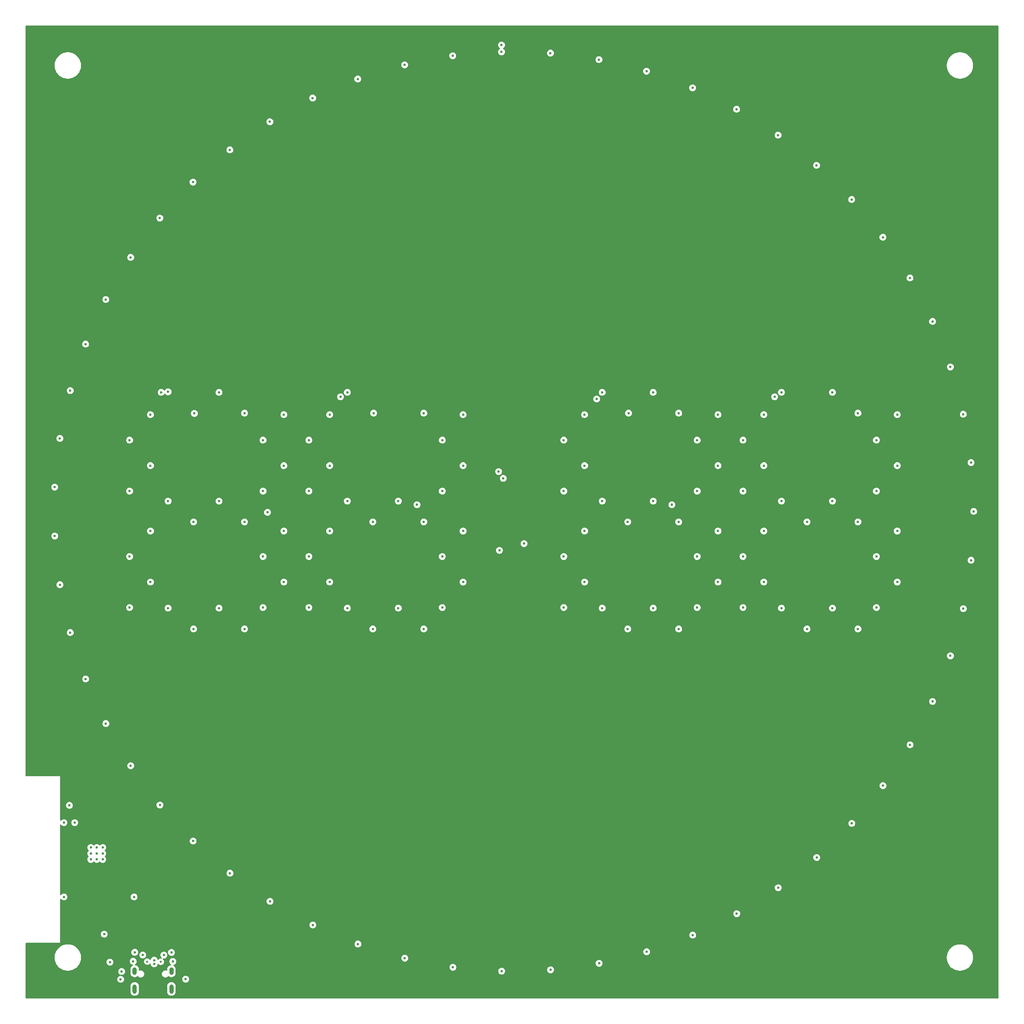
<source format=gbr>
%TF.GenerationSoftware,KiCad,Pcbnew,8.0.9*%
%TF.CreationDate,2025-07-03T09:04:04+02:00*%
%TF.ProjectId,Project,50726f6a-6563-4742-9e6b-696361645f70,rev?*%
%TF.SameCoordinates,Original*%
%TF.FileFunction,Copper,L2,Inr*%
%TF.FilePolarity,Positive*%
%FSLAX46Y46*%
G04 Gerber Fmt 4.6, Leading zero omitted, Abs format (unit mm)*
G04 Created by KiCad (PCBNEW 8.0.9) date 2025-07-03 09:04:04*
%MOMM*%
%LPD*%
G01*
G04 APERTURE LIST*
%TA.AperFunction,ComponentPad*%
%ADD10O,1.000000X1.800000*%
%TD*%
%TA.AperFunction,ComponentPad*%
%ADD11O,1.000000X2.200000*%
%TD*%
%TA.AperFunction,ViaPad*%
%ADD12C,0.600000*%
%TD*%
%TA.AperFunction,ViaPad*%
%ADD13C,0.500000*%
%TD*%
G04 APERTURE END LIST*
D10*
%TO.N,GND*%
%TO.C,J1*%
X250744400Y-328412737D03*
D11*
X250744400Y-332592737D03*
D10*
X259384400Y-328412737D03*
D11*
X259384400Y-332592737D03*
%TD*%
D12*
%TO.N,LED_CIRCLE*%
X337100000Y-110400000D03*
%TO.N,+5V*%
X244419800Y-324210737D03*
%TO.N,Net-(F3-Pad2)*%
X247671000Y-328477937D03*
%TO.N,GND*%
X234102000Y-293441200D03*
X234102000Y-310941200D03*
X240422000Y-302091200D03*
X240422000Y-300691200D03*
X241822000Y-300691200D03*
X241822000Y-302091200D03*
X243222000Y-302091200D03*
X243222000Y-300691200D03*
X243222000Y-299291200D03*
X241822000Y-299291200D03*
X240422000Y-299291200D03*
%TO.N,+5V*%
X393950001Y-224800000D03*
%TO.N,GND*%
X398850001Y-224800000D03*
X393950001Y-230800000D03*
%TO.N,+5V*%
X398850001Y-230800000D03*
%TO.N,GND*%
X398850001Y-236800000D03*
%TO.N,+5V*%
X393950001Y-236800000D03*
%TO.N,GND*%
X393950001Y-242800000D03*
%TO.N,+5V*%
X398850001Y-242800000D03*
%TO.N,GND*%
X403000000Y-242950000D03*
%TO.N,+5V*%
X403000000Y-247850000D03*
%TO.N,GND*%
X409000000Y-247850000D03*
%TO.N,+5V*%
X409000000Y-242950000D03*
%TO.N,GND*%
X415000000Y-242950000D03*
%TO.N,+5V*%
X415000000Y-247850000D03*
%TO.N,GND*%
X421000000Y-247850000D03*
%TO.N,+5V*%
X421000000Y-242950000D03*
%TO.N,GND*%
X425350000Y-242800000D03*
%TO.N,+5V*%
X430250000Y-242800000D03*
%TO.N,GND*%
X430250000Y-236800000D03*
%TO.N,+5V*%
X425350000Y-236800000D03*
%TO.N,GND*%
X425350000Y-230800000D03*
%TO.N,+5V*%
X430250000Y-230800000D03*
%TO.N,GND*%
X430250000Y-224800000D03*
%TO.N,+5V*%
X425350000Y-224800000D03*
%TO.N,GND*%
X398850000Y-197400000D03*
%TO.N,+5V*%
X393950000Y-197400000D03*
%TO.N,GND*%
X393950001Y-203400000D03*
%TO.N,+5V*%
X398850001Y-203400000D03*
%TO.N,GND*%
X398850001Y-209400000D03*
%TO.N,+5V*%
X393950001Y-209400000D03*
%TO.N,GND*%
X393950001Y-215400000D03*
%TO.N,+5V*%
X398850001Y-215400000D03*
%TO.N,GND*%
X403000000Y-217750000D03*
%TO.N,+5V*%
X403000000Y-222650000D03*
%TO.N,GND*%
X409000000Y-222650000D03*
%TO.N,+5V*%
X409000000Y-217750000D03*
%TO.N,GND*%
X415000000Y-217750000D03*
%TO.N,+5V*%
X415000000Y-222650000D03*
%TO.N,GND*%
X421000000Y-222650000D03*
%TO.N,+5V*%
X421000000Y-217750000D03*
%TO.N,GND*%
X425350000Y-215400000D03*
%TO.N,+5V*%
X430250000Y-215400000D03*
%TO.N,GND*%
X430250000Y-209399999D03*
%TO.N,+5V*%
X425350000Y-209399999D03*
%TO.N,GND*%
X425350000Y-203399999D03*
%TO.N,+5V*%
X430250000Y-203399999D03*
%TO.N,GND*%
X430250000Y-197399999D03*
%TO.N,+5V*%
X425350000Y-197399999D03*
X421000000Y-192150000D03*
%TO.N,GND*%
X421000000Y-197050000D03*
%TO.N,+5V*%
X415000000Y-197050000D03*
%TO.N,GND*%
X415000000Y-192150000D03*
%TO.N,+5V*%
X409200000Y-192150000D03*
X403000000Y-197050000D03*
%TO.N,GND*%
X403000000Y-192150000D03*
X356650001Y-224800000D03*
%TO.N,+5V*%
X351750001Y-224800000D03*
%TO.N,GND*%
X351750001Y-230800000D03*
%TO.N,+5V*%
X356650001Y-230800000D03*
%TO.N,GND*%
X356650001Y-236800000D03*
%TO.N,+5V*%
X351750001Y-236800000D03*
%TO.N,GND*%
X351750001Y-242800000D03*
%TO.N,+5V*%
X356650001Y-242800000D03*
%TO.N,GND*%
X360800000Y-242950000D03*
%TO.N,+5V*%
X360800000Y-247850000D03*
%TO.N,GND*%
X366800000Y-247850000D03*
%TO.N,+5V*%
X366800000Y-242950000D03*
%TO.N,GND*%
X372800000Y-242950000D03*
%TO.N,+5V*%
X372800000Y-247850000D03*
%TO.N,GND*%
X378800000Y-247850000D03*
%TO.N,+5V*%
X378800000Y-242950000D03*
%TO.N,GND*%
X383150000Y-242800000D03*
%TO.N,+5V*%
X388050000Y-242800000D03*
%TO.N,GND*%
X388050000Y-236800000D03*
%TO.N,+5V*%
X383150000Y-236800000D03*
%TO.N,GND*%
X383150000Y-230800000D03*
%TO.N,+5V*%
X388050000Y-230800000D03*
%TO.N,GND*%
X388050000Y-224800000D03*
%TO.N,+5V*%
X383150000Y-224800000D03*
X351750000Y-197400000D03*
%TO.N,GND*%
X356650000Y-197400000D03*
%TO.N,+5V*%
X356650001Y-203400000D03*
%TO.N,GND*%
X351750001Y-203400000D03*
%TO.N,+5V*%
X351750001Y-209400000D03*
%TO.N,GND*%
X356650001Y-209400000D03*
%TO.N,+5V*%
X356650001Y-215400000D03*
%TO.N,GND*%
X351750001Y-215400000D03*
X360800000Y-217750000D03*
%TO.N,+5V*%
X360800000Y-222650000D03*
%TO.N,GND*%
X366800000Y-222650000D03*
%TO.N,+5V*%
X366800000Y-217750000D03*
%TO.N,GND*%
X372800000Y-217750000D03*
%TO.N,+5V*%
X372800000Y-222650000D03*
%TO.N,GND*%
X378800000Y-222650000D03*
%TO.N,+5V*%
X378800000Y-217750000D03*
%TO.N,GND*%
X383150000Y-215400000D03*
%TO.N,+5V*%
X388050000Y-215400000D03*
%TO.N,GND*%
X388050000Y-209399999D03*
%TO.N,+5V*%
X383150000Y-209399999D03*
%TO.N,GND*%
X383150000Y-203399999D03*
%TO.N,+5V*%
X388050000Y-203399999D03*
%TO.N,GND*%
X388050000Y-197399999D03*
%TO.N,+5V*%
X383150000Y-197399999D03*
X378800000Y-192150000D03*
%TO.N,GND*%
X378800000Y-197050000D03*
%TO.N,+5V*%
X372800000Y-197050000D03*
%TO.N,GND*%
X372800000Y-192150000D03*
%TO.N,+5V*%
X367000000Y-192150000D03*
%TO.N,GND*%
X367000000Y-197050000D03*
%TO.N,+5V*%
X360800000Y-197050000D03*
%TO.N,GND*%
X360800000Y-192150000D03*
%TO.N,+5V*%
X337500000Y-227750000D03*
%TO.N,GND*%
X342400000Y-227750000D03*
%TO.N,+5V*%
X342400000Y-212400000D03*
%TO.N,GND*%
X337500000Y-212400000D03*
X296650001Y-224800000D03*
%TO.N,+5V*%
X291750001Y-224800000D03*
X296650001Y-230800000D03*
%TO.N,GND*%
X291750001Y-230800000D03*
%TO.N,+5V*%
X291750001Y-236800000D03*
%TO.N,GND*%
X296650001Y-236800000D03*
%TO.N,+5V*%
X296650001Y-242800000D03*
%TO.N,GND*%
X291750001Y-242800000D03*
X300800000Y-242950000D03*
%TO.N,+5V*%
X300800000Y-247850000D03*
%TO.N,GND*%
X306800000Y-247850000D03*
%TO.N,+5V*%
X306800000Y-242950000D03*
%TO.N,GND*%
X312800000Y-242950000D03*
%TO.N,+5V*%
X312800000Y-247850000D03*
%TO.N,GND*%
X318800000Y-247850000D03*
%TO.N,+5V*%
X318800000Y-242950000D03*
X328050000Y-242800000D03*
%TO.N,GND*%
X323150000Y-242800000D03*
%TO.N,+5V*%
X323150000Y-236800000D03*
%TO.N,GND*%
X328050000Y-236800000D03*
%TO.N,+5V*%
X328050000Y-230800000D03*
%TO.N,GND*%
X323150000Y-230800000D03*
X328050000Y-224800000D03*
%TO.N,+5V*%
X323150000Y-224800000D03*
%TO.N,GND*%
X296650000Y-197400000D03*
%TO.N,+5V*%
X291750000Y-197400000D03*
X296650001Y-203400000D03*
%TO.N,GND*%
X291750001Y-203400000D03*
X296650001Y-209400000D03*
%TO.N,+5V*%
X291750001Y-209400000D03*
%TO.N,GND*%
X291750001Y-215400000D03*
%TO.N,+5V*%
X296650001Y-215400000D03*
%TO.N,GND*%
X300800000Y-217750000D03*
%TO.N,+5V*%
X300800000Y-222650000D03*
%TO.N,GND*%
X306800000Y-222650000D03*
%TO.N,+5V*%
X306800000Y-217750000D03*
%TO.N,GND*%
X312800000Y-217750000D03*
%TO.N,+5V*%
X312800000Y-222650000D03*
%TO.N,GND*%
X318800000Y-222650000D03*
%TO.N,+5V*%
X318800000Y-217750000D03*
X328050000Y-203399999D03*
%TO.N,GND*%
X323150000Y-215400000D03*
%TO.N,+5V*%
X328050000Y-215400000D03*
%TO.N,GND*%
X328050000Y-209399999D03*
%TO.N,+5V*%
X323150000Y-209399999D03*
%TO.N,GND*%
X323150000Y-203399999D03*
X328050000Y-197399999D03*
%TO.N,+5V*%
X323150000Y-197399999D03*
X318800000Y-192150000D03*
%TO.N,GND*%
X318800000Y-197050000D03*
%TO.N,+5V*%
X312800000Y-197050000D03*
X307000000Y-192150000D03*
%TO.N,GND*%
X307000000Y-197050000D03*
%TO.N,+5V*%
X300800000Y-197050000D03*
%TO.N,GND*%
X300800000Y-192150000D03*
X285850000Y-224800000D03*
%TO.N,+5V*%
X280950000Y-224800000D03*
%TO.N,GND*%
X280950000Y-230800000D03*
%TO.N,+5V*%
X285850000Y-230800000D03*
%TO.N,GND*%
X285850000Y-236800000D03*
%TO.N,+5V*%
X280950000Y-236800000D03*
X285850000Y-242800000D03*
%TO.N,GND*%
X280950000Y-242800000D03*
X276600000Y-247850000D03*
%TO.N,+5V*%
X276600000Y-242950000D03*
X270600000Y-247850000D03*
%TO.N,GND*%
X270600000Y-242950000D03*
X264600000Y-247850000D03*
%TO.N,+5V*%
X264600000Y-242950000D03*
%TO.N,GND*%
X258600000Y-242950000D03*
%TO.N,+5V*%
X258600000Y-247850000D03*
X254450000Y-242800000D03*
%TO.N,GND*%
X249550000Y-242800000D03*
X254450000Y-236800000D03*
%TO.N,+5V*%
X249550000Y-236800000D03*
%TO.N,GND*%
X249550000Y-230800000D03*
%TO.N,+5V*%
X254450000Y-230800000D03*
%TO.N,GND*%
X254450000Y-224800000D03*
%TO.N,+5V*%
X249550000Y-224800000D03*
%TO.N,GND*%
X254450000Y-197400000D03*
%TO.N,+5V*%
X249550000Y-197400000D03*
X254450000Y-203400000D03*
%TO.N,GND*%
X249550000Y-203400000D03*
%TO.N,+5V*%
X249550000Y-209400000D03*
%TO.N,GND*%
X254450000Y-209400000D03*
X249550000Y-215400000D03*
%TO.N,+5V*%
X254450000Y-215400000D03*
X258600000Y-222650000D03*
%TO.N,GND*%
X258600000Y-217750000D03*
%TO.N,+5V*%
X264600000Y-217750000D03*
%TO.N,GND*%
X264600000Y-222650000D03*
%TO.N,+5V*%
X270600000Y-222650000D03*
%TO.N,GND*%
X270600000Y-217750000D03*
X276600000Y-222650000D03*
%TO.N,+5V*%
X276600000Y-217750000D03*
%TO.N,GND*%
X280950000Y-215400000D03*
%TO.N,+5V*%
X285850000Y-215400000D03*
%TO.N,GND*%
X285850000Y-209400000D03*
%TO.N,+5V*%
X280950000Y-209400000D03*
%TO.N,GND*%
X280950000Y-203400000D03*
%TO.N,+5V*%
X285850000Y-203400000D03*
%TO.N,GND*%
X285850000Y-197400000D03*
%TO.N,+5V*%
X280950000Y-197400000D03*
X276600000Y-192150000D03*
%TO.N,GND*%
X276600000Y-197050000D03*
%TO.N,+5V*%
X270600000Y-197050000D03*
%TO.N,GND*%
X270600000Y-192150000D03*
%TO.N,+5V*%
X264800000Y-192150000D03*
%TO.N,GND*%
X264800000Y-197111400D03*
%TO.N,+5V*%
X258600000Y-197050000D03*
%TO.N,GND*%
X258600000Y-192031400D03*
X325614940Y-112921297D03*
%TO.N,+5V*%
X330487178Y-112400435D03*
%TO.N,GND*%
X314293416Y-115058088D03*
X303263158Y-118386178D03*
%TO.N,+5V*%
X297111242Y-120843096D03*
%TO.N,GND*%
X292649142Y-122867856D03*
%TO.N,+5V*%
X286793232Y-125964763D03*
%TO.N,GND*%
X282571628Y-128452345D03*
%TO.N,+5V*%
X277078075Y-132154152D03*
%TO.N,GND*%
X273144801Y-135076370D03*
%TO.N,+5V*%
X268075847Y-139341134D03*
%TO.N,GND*%
X264475469Y-142664878D03*
%TO.N,+5V*%
X259888547Y-147444278D03*
%TO.N,GND*%
X256661857Y-151131888D03*
%TO.N,+5V*%
X252608941Y-156371771D03*
%TO.N,GND*%
X249792499Y-160381467D03*
%TO.N,+5V*%
X246319509Y-166022463D03*
%TO.N,GND*%
X243945227Y-170308813D03*
%TO.N,+5V*%
X241091512Y-176287008D03*
%TO.N,GND*%
X239186292Y-180801444D03*
%TO.N,+5V*%
X236984186Y-187049102D03*
%TO.N,GND*%
X235569614Y-191740476D03*
%TO.N,+5V*%
X234044068Y-198186810D03*
%TO.N,GND*%
X233136172Y-203001966D03*
%TO.N,+5V*%
X232304472Y-209573935D03*
%TO.N,GND*%
X231913538Y-214458315D03*
%TO.N,+5V*%
X231785107Y-221081455D03*
%TO.N,GND*%
X231915567Y-225979723D03*
%TO.N,+5V*%
X232491859Y-232578993D03*
%TO.N,GND*%
X233142231Y-237435639D03*
%TO.N,+5V*%
X234416718Y-243936270D03*
%TO.N,GND*%
X235579636Y-248696272D03*
%TO.N,+5V*%
X237537876Y-255024605D03*
%TO.N,GND*%
X239200162Y-259634031D03*
%TO.N,+5V*%
X241819970Y-265718365D03*
%TO.N,GND*%
X243962790Y-270124987D03*
%TO.N,+5V*%
X247214480Y-275896384D03*
%TO.N,GND*%
X249813556Y-280050274D03*
%TO.N,+5V*%
X253660285Y-285443342D03*
%TO.N,GND*%
X256686169Y-289297434D03*
%TO.N,+5V*%
X261084353Y-294251067D03*
%TO.N,GND*%
X264502759Y-297761695D03*
%TO.N,+5V*%
X269402565Y-302219767D03*
%TO.N,GND*%
X273174761Y-305347151D03*
%TO.N,+5V*%
X278520673Y-309259151D03*
%TO.N,GND*%
X282603919Y-311967859D03*
%TO.N,+5V*%
X288335364Y-315289460D03*
%TO.N,GND*%
X292683396Y-317548800D03*
%TO.N,+5V*%
X298735437Y-320242370D03*
%TO.N,GND*%
X303298989Y-322026744D03*
%TO.N,+5V*%
X309603052Y-324061762D03*
%TO.N,GND*%
X314330418Y-325350952D03*
%TO.N,+5V*%
X320815076Y-326704360D03*
%TO.N,GND*%
X325652694Y-327483758D03*
%TO.N,+5V*%
X332244473Y-328140223D03*
%TO.N,GND*%
X337137529Y-328400999D03*
%TO.N,+5V*%
X343761743Y-328353082D03*
%TO.N,GND*%
X348654797Y-328092282D03*
%TO.N,+5V*%
X355236390Y-327340526D03*
%TO.N,GND*%
X360074004Y-326561104D03*
%TO.N,+5V*%
X366538405Y-325114027D03*
%TO.N,GND*%
X371265765Y-323824813D03*
%TO.N,+5V*%
X377539728Y-321698811D03*
%TO.N,GND*%
X382103272Y-319914415D03*
%TO.N,+5V*%
X388115713Y-317133576D03*
%TO.N,GND*%
X392463733Y-314874214D03*
%TO.N,+5V*%
X398146527Y-311470046D03*
%TO.N,GND*%
X402229759Y-308761318D03*
%TO.N,+5V*%
X407518520Y-304772392D03*
%TO.N,GND*%
X411290700Y-301644988D03*
%TO.N,+5V*%
X416125501Y-297116500D03*
%TO.N,GND*%
X419543889Y-293605856D03*
%TO.N,+5V*%
X423869952Y-288589115D03*
%TO.N,GND*%
X426895816Y-284735007D03*
%TO.N,+5V*%
X430664124Y-279286856D03*
%TO.N,GND*%
X433263180Y-275132952D03*
%TO.N,+5V*%
X436431038Y-269315119D03*
%TO.N,GND*%
X438573836Y-264908487D03*
%TO.N,+5V*%
X441105350Y-258786890D03*
%TO.N,GND*%
X442767614Y-254177456D03*
%TO.N,+5V*%
X444634101Y-247821456D03*
%TO.N,GND*%
X445796995Y-243061448D03*
%TO.N,+5V*%
X446977308Y-236543061D03*
%TO.N,GND*%
X447627656Y-231686411D03*
%TO.N,+5V*%
X448108420Y-225079493D03*
%TO.N,GND*%
X448238854Y-220181229D03*
X447623666Y-208676259D03*
X445789060Y-197301858D03*
X442755823Y-186186902D03*
X438558324Y-175457327D03*
X433244122Y-165234702D03*
%TO.N,+5V*%
X429689889Y-159644539D03*
%TO.N,GND*%
X426873427Y-155634857D03*
%TO.N,+5V*%
X422745132Y-150454153D03*
%TO.N,GND*%
X419518424Y-146766559D03*
%TO.N,+5V*%
X414862842Y-142054016D03*
%TO.N,GND*%
X411262446Y-138730290D03*
%TO.N,+5V*%
X406132327Y-134539301D03*
%TO.N,GND*%
X402199039Y-131617103D03*
%TO.N,+5V*%
X396652508Y-127995155D03*
%TO.N,GND*%
X392430892Y-125507595D03*
%TO.N,+5V*%
X386530795Y-122495726D03*
%TO.N,GND*%
X382068683Y-120470988D03*
%TO.N,+5V*%
X375881869Y-118103323D03*
%TO.N,GND*%
X371229821Y-116564349D03*
%TO.N,+5V*%
X364826388Y-114867714D03*
%TO.N,GND*%
X360037112Y-113831940D03*
%TO.N,+5V*%
X353489615Y-112825561D03*
%TO.N,GND*%
X348617375Y-112304723D03*
%TO.N,+5V*%
X342000000Y-112000000D03*
%TO.N,GND*%
X337100000Y-112000000D03*
%TO.N,+5V*%
X448014624Y-213560637D03*
X446696980Y-202117010D03*
X444170419Y-190878268D03*
X440463566Y-179971753D03*
X435618424Y-169521040D03*
X319082688Y-114022290D03*
X307915198Y-116847180D03*
X249880800Y-321992800D03*
%TO.N,/led_segment/LED_DO*%
X282000000Y-220400000D03*
X299200000Y-193200000D03*
%TO.N,/led_segment1/LED_DO*%
X317200000Y-218600000D03*
X336400000Y-210800000D03*
%TO.N,/led_segment2/LED_DO*%
X377200000Y-218600000D03*
X401400000Y-193200000D03*
D13*
%TO.N,Net-(J1-CC2)*%
X256903900Y-326204637D03*
%TO.N,Net-(J1-CC1)*%
X253703500Y-326153837D03*
D12*
%TO.N,/led_segment2/LED_DI*%
X359500000Y-193700000D03*
X336600000Y-229350000D03*
%TO.N,GND*%
X250402000Y-326090337D03*
X259722800Y-326115737D03*
X250769800Y-323956737D03*
X259394600Y-323993337D03*
X244913600Y-326282337D03*
%TO.N,USB_P*%
X255326920Y-326668073D03*
%TO.N,USB_N*%
X255326920Y-325818073D03*
X252649400Y-324591737D03*
%TO.N,USB_P*%
X257627800Y-324617137D03*
%TO.N,GND*%
X262733200Y-330284937D03*
X247444100Y-330334737D03*
%TO.N,+3V3*%
X243580800Y-319692800D03*
X235377400Y-289364200D03*
%TO.N,ESP_EN*%
X236642000Y-293441200D03*
%TO.N,BOOT0*%
X250612000Y-310941200D03*
%TO.N,LED_SEGMENTS*%
X257000000Y-192150000D03*
%TD*%
%TA.AperFunction,Conductor*%
%TO.N,+5V*%
G36*
X454021939Y-105821785D02*
G01*
X454067694Y-105874589D01*
X454078900Y-105926100D01*
X454078900Y-334677100D01*
X454059215Y-334744139D01*
X454006411Y-334789894D01*
X453954900Y-334801100D01*
X225203900Y-334801100D01*
X225136861Y-334781415D01*
X225091106Y-334728611D01*
X225079900Y-334677100D01*
X225079900Y-333291280D01*
X249743899Y-333291280D01*
X249782347Y-333484566D01*
X249782350Y-333484576D01*
X249857764Y-333666644D01*
X249857771Y-333666657D01*
X249967260Y-333830518D01*
X249967263Y-333830522D01*
X250106614Y-333969873D01*
X250106618Y-333969876D01*
X250270479Y-334079365D01*
X250270492Y-334079372D01*
X250452560Y-334154786D01*
X250452565Y-334154788D01*
X250452569Y-334154788D01*
X250452570Y-334154789D01*
X250645856Y-334193237D01*
X250645859Y-334193237D01*
X250842943Y-334193237D01*
X250972982Y-334167369D01*
X251036235Y-334154788D01*
X251218314Y-334079369D01*
X251382182Y-333969876D01*
X251521539Y-333830519D01*
X251631032Y-333666651D01*
X251706451Y-333484572D01*
X251744900Y-333291280D01*
X258383899Y-333291280D01*
X258422347Y-333484566D01*
X258422350Y-333484576D01*
X258497764Y-333666644D01*
X258497771Y-333666657D01*
X258607260Y-333830518D01*
X258607263Y-333830522D01*
X258746614Y-333969873D01*
X258746618Y-333969876D01*
X258910479Y-334079365D01*
X258910492Y-334079372D01*
X259092560Y-334154786D01*
X259092565Y-334154788D01*
X259092569Y-334154788D01*
X259092570Y-334154789D01*
X259285856Y-334193237D01*
X259285859Y-334193237D01*
X259482943Y-334193237D01*
X259612982Y-334167369D01*
X259676235Y-334154788D01*
X259858314Y-334079369D01*
X260022182Y-333969876D01*
X260161539Y-333830519D01*
X260271032Y-333666651D01*
X260346451Y-333484572D01*
X260384900Y-333291278D01*
X260384900Y-331894196D01*
X260384900Y-331894193D01*
X260346452Y-331700907D01*
X260346451Y-331700906D01*
X260346451Y-331700902D01*
X260346449Y-331700897D01*
X260271035Y-331518829D01*
X260271028Y-331518816D01*
X260161539Y-331354955D01*
X260161536Y-331354951D01*
X260022185Y-331215600D01*
X260022181Y-331215597D01*
X259858320Y-331106108D01*
X259858307Y-331106101D01*
X259676239Y-331030687D01*
X259676229Y-331030684D01*
X259482943Y-330992237D01*
X259482941Y-330992237D01*
X259285859Y-330992237D01*
X259285857Y-330992237D01*
X259092570Y-331030684D01*
X259092560Y-331030687D01*
X258910492Y-331106101D01*
X258910479Y-331106108D01*
X258746618Y-331215597D01*
X258746614Y-331215600D01*
X258607263Y-331354951D01*
X258607260Y-331354955D01*
X258497771Y-331518816D01*
X258497764Y-331518829D01*
X258422350Y-331700897D01*
X258422347Y-331700907D01*
X258383900Y-331894193D01*
X258383900Y-331894196D01*
X258383900Y-333291278D01*
X258383900Y-333291280D01*
X258383899Y-333291280D01*
X251744900Y-333291280D01*
X251744900Y-333291278D01*
X251744900Y-331894196D01*
X251744900Y-331894193D01*
X251706452Y-331700907D01*
X251706451Y-331700906D01*
X251706451Y-331700902D01*
X251706449Y-331700897D01*
X251631035Y-331518829D01*
X251631028Y-331518816D01*
X251521539Y-331354955D01*
X251521536Y-331354951D01*
X251382185Y-331215600D01*
X251382181Y-331215597D01*
X251218320Y-331106108D01*
X251218307Y-331106101D01*
X251036239Y-331030687D01*
X251036229Y-331030684D01*
X250842943Y-330992237D01*
X250842941Y-330992237D01*
X250645859Y-330992237D01*
X250645857Y-330992237D01*
X250452570Y-331030684D01*
X250452560Y-331030687D01*
X250270492Y-331106101D01*
X250270479Y-331106108D01*
X250106618Y-331215597D01*
X250106614Y-331215600D01*
X249967263Y-331354951D01*
X249967260Y-331354955D01*
X249857771Y-331518816D01*
X249857764Y-331518829D01*
X249782350Y-331700897D01*
X249782347Y-331700907D01*
X249743900Y-331894193D01*
X249743900Y-331894196D01*
X249743900Y-333291278D01*
X249743900Y-333291280D01*
X249743899Y-333291280D01*
X225079900Y-333291280D01*
X225079900Y-330334733D01*
X246638535Y-330334733D01*
X246638535Y-330334740D01*
X246658730Y-330513986D01*
X246658731Y-330513991D01*
X246718311Y-330684260D01*
X246814284Y-330836999D01*
X246941838Y-330964553D01*
X246985897Y-330992237D01*
X247047089Y-331030687D01*
X247094578Y-331060526D01*
X247224844Y-331106108D01*
X247264845Y-331120105D01*
X247264850Y-331120106D01*
X247444096Y-331140302D01*
X247444100Y-331140302D01*
X247444104Y-331140302D01*
X247623349Y-331120106D01*
X247623352Y-331120105D01*
X247623355Y-331120105D01*
X247793622Y-331060526D01*
X247946362Y-330964553D01*
X248073916Y-330836999D01*
X248169889Y-330684259D01*
X248229468Y-330513992D01*
X248235079Y-330464192D01*
X248249665Y-330334740D01*
X248249665Y-330334733D01*
X248244054Y-330284933D01*
X261927635Y-330284933D01*
X261927635Y-330284940D01*
X261947830Y-330464186D01*
X261947831Y-330464191D01*
X262007411Y-330634460D01*
X262038702Y-330684259D01*
X262103384Y-330787199D01*
X262230938Y-330914753D01*
X262383678Y-331010726D01*
X262525998Y-331060526D01*
X262553945Y-331070305D01*
X262553950Y-331070306D01*
X262733196Y-331090502D01*
X262733200Y-331090502D01*
X262733204Y-331090502D01*
X262912449Y-331070306D01*
X262912452Y-331070305D01*
X262912455Y-331070305D01*
X263082722Y-331010726D01*
X263235462Y-330914753D01*
X263363016Y-330787199D01*
X263458989Y-330634459D01*
X263518568Y-330464192D01*
X263533154Y-330334737D01*
X263538765Y-330284940D01*
X263538765Y-330284933D01*
X263518569Y-330105687D01*
X263518568Y-330105682D01*
X263458988Y-329935413D01*
X263363015Y-329782674D01*
X263235462Y-329655121D01*
X263082723Y-329559148D01*
X262912454Y-329499568D01*
X262912449Y-329499567D01*
X262733204Y-329479372D01*
X262733196Y-329479372D01*
X262553950Y-329499567D01*
X262553945Y-329499568D01*
X262383676Y-329559148D01*
X262230937Y-329655121D01*
X262103384Y-329782674D01*
X262007411Y-329935413D01*
X261947831Y-330105682D01*
X261947830Y-330105687D01*
X261927635Y-330284933D01*
X248244054Y-330284933D01*
X248229469Y-330155487D01*
X248229468Y-330155482D01*
X248169888Y-329985213D01*
X248089049Y-329856559D01*
X248073916Y-329832475D01*
X247946362Y-329704921D01*
X247867106Y-329655121D01*
X247793623Y-329608948D01*
X247623354Y-329549368D01*
X247623349Y-329549367D01*
X247444104Y-329529172D01*
X247444096Y-329529172D01*
X247264850Y-329549367D01*
X247264845Y-329549368D01*
X247094576Y-329608948D01*
X246941837Y-329704921D01*
X246814284Y-329832474D01*
X246718311Y-329985213D01*
X246658731Y-330155482D01*
X246658730Y-330155487D01*
X246638535Y-330334733D01*
X225079900Y-330334733D01*
X225079900Y-328477933D01*
X246865435Y-328477933D01*
X246865435Y-328477940D01*
X246885630Y-328657186D01*
X246885631Y-328657191D01*
X246945211Y-328827460D01*
X246997878Y-328911278D01*
X247041184Y-328980199D01*
X247168738Y-329107753D01*
X247321478Y-329203726D01*
X247329589Y-329206564D01*
X247491745Y-329263305D01*
X247491750Y-329263306D01*
X247670996Y-329283502D01*
X247671000Y-329283502D01*
X247671004Y-329283502D01*
X247850249Y-329263306D01*
X247850252Y-329263305D01*
X247850255Y-329263305D01*
X248020522Y-329203726D01*
X248173262Y-329107753D01*
X248300816Y-328980199D01*
X248396789Y-328827459D01*
X248456368Y-328657192D01*
X248465037Y-328580253D01*
X248476565Y-328477940D01*
X248476565Y-328477933D01*
X248456369Y-328298687D01*
X248456368Y-328298682D01*
X248396788Y-328128413D01*
X248300815Y-327975674D01*
X248173262Y-327848121D01*
X248020523Y-327752148D01*
X247850254Y-327692568D01*
X247850249Y-327692567D01*
X247671004Y-327672372D01*
X247670996Y-327672372D01*
X247491750Y-327692567D01*
X247491745Y-327692568D01*
X247321476Y-327752148D01*
X247168737Y-327848121D01*
X247041184Y-327975674D01*
X246945211Y-328128413D01*
X246885631Y-328298682D01*
X246885630Y-328298687D01*
X246865435Y-328477933D01*
X225079900Y-328477933D01*
X225079900Y-325025875D01*
X231899500Y-325025875D01*
X231899500Y-325374124D01*
X231938489Y-325720158D01*
X231938490Y-325720167D01*
X231938491Y-325720171D01*
X231952164Y-325780075D01*
X232015982Y-326059684D01*
X232015985Y-326059692D01*
X232130999Y-326388382D01*
X232282092Y-326702130D01*
X232467371Y-326996999D01*
X232467372Y-326997001D01*
X232684487Y-327269256D01*
X232930743Y-327515512D01*
X233202998Y-327732627D01*
X233203001Y-327732628D01*
X233203003Y-327732630D01*
X233497867Y-327917906D01*
X233811621Y-328069002D01*
X234058488Y-328155384D01*
X234140307Y-328184014D01*
X234140315Y-328184017D01*
X234140318Y-328184017D01*
X234140319Y-328184018D01*
X234479829Y-328261509D01*
X234825876Y-328300499D01*
X234825877Y-328300500D01*
X234825880Y-328300500D01*
X235174123Y-328300500D01*
X235174123Y-328300499D01*
X235520171Y-328261509D01*
X235859681Y-328184018D01*
X236188379Y-328069002D01*
X236502133Y-327917906D01*
X236796997Y-327732630D01*
X236847232Y-327692569D01*
X237069256Y-327515512D01*
X237069258Y-327515509D01*
X237069263Y-327515506D01*
X237315506Y-327269263D01*
X237342352Y-327235600D01*
X237532627Y-326997001D01*
X237532628Y-326996999D01*
X237532630Y-326996997D01*
X237717906Y-326702133D01*
X237869002Y-326388379D01*
X237906109Y-326282333D01*
X244108035Y-326282333D01*
X244108035Y-326282340D01*
X244128230Y-326461586D01*
X244128231Y-326461591D01*
X244187811Y-326631860D01*
X244258471Y-326744314D01*
X244283784Y-326784599D01*
X244411338Y-326912153D01*
X244457168Y-326940950D01*
X244546372Y-326997001D01*
X244564078Y-327008126D01*
X244721945Y-327063366D01*
X244734345Y-327067705D01*
X244734350Y-327067706D01*
X244913596Y-327087902D01*
X244913600Y-327087902D01*
X244913604Y-327087902D01*
X245092849Y-327067706D01*
X245092852Y-327067705D01*
X245092855Y-327067705D01*
X245263122Y-327008126D01*
X245415862Y-326912153D01*
X245543416Y-326784599D01*
X245639389Y-326631859D01*
X245698968Y-326461592D01*
X245707217Y-326388379D01*
X245719165Y-326282340D01*
X245719165Y-326282333D01*
X245698969Y-326103087D01*
X245698968Y-326103082D01*
X245694507Y-326090333D01*
X249596435Y-326090333D01*
X249596435Y-326090340D01*
X249616630Y-326269586D01*
X249616631Y-326269591D01*
X249676211Y-326439860D01*
X249734315Y-326532331D01*
X249772184Y-326592599D01*
X249899738Y-326720153D01*
X249940162Y-326745553D01*
X250019037Y-326795114D01*
X250052478Y-326816126D01*
X250160550Y-326853942D01*
X250222745Y-326875705D01*
X250222750Y-326875706D01*
X250257834Y-326879659D01*
X250322248Y-326906725D01*
X250361803Y-326964320D01*
X250363941Y-327034157D01*
X250327983Y-327094063D01*
X250291405Y-327117440D01*
X250270486Y-327126105D01*
X250270479Y-327126108D01*
X250106618Y-327235597D01*
X250106614Y-327235600D01*
X249967263Y-327374951D01*
X249967260Y-327374955D01*
X249857771Y-327538816D01*
X249857764Y-327538829D01*
X249782350Y-327720897D01*
X249782347Y-327720907D01*
X249743900Y-327914193D01*
X249743900Y-327914196D01*
X249743900Y-328911278D01*
X249743900Y-328911280D01*
X249743899Y-328911280D01*
X249782347Y-329104566D01*
X249782350Y-329104576D01*
X249857764Y-329286644D01*
X249857771Y-329286657D01*
X249967260Y-329450518D01*
X249967263Y-329450522D01*
X250106614Y-329589873D01*
X250106618Y-329589876D01*
X250270479Y-329699365D01*
X250270492Y-329699372D01*
X250452560Y-329774786D01*
X250452565Y-329774788D01*
X250452569Y-329774788D01*
X250452570Y-329774789D01*
X250645856Y-329813237D01*
X250645859Y-329813237D01*
X250842943Y-329813237D01*
X250979975Y-329785979D01*
X251036235Y-329774788D01*
X251218314Y-329699369D01*
X251353639Y-329608948D01*
X251387247Y-329586492D01*
X251388747Y-329588737D01*
X251442269Y-329565946D01*
X251511148Y-329577673D01*
X251548885Y-329606123D01*
X251618990Y-329683982D01*
X251743970Y-329774786D01*
X251759376Y-329785979D01*
X251917895Y-329856557D01*
X251917901Y-329856559D01*
X252087636Y-329892637D01*
X252087637Y-329892637D01*
X252261162Y-329892637D01*
X252261164Y-329892637D01*
X252430899Y-329856559D01*
X252430901Y-329856557D01*
X252430904Y-329856557D01*
X252484995Y-329832474D01*
X252589424Y-329785979D01*
X252729810Y-329683982D01*
X252845922Y-329555026D01*
X252932686Y-329404748D01*
X252986308Y-329239713D01*
X253004447Y-329067137D01*
X257124353Y-329067137D01*
X257142492Y-329239713D01*
X257142493Y-329239716D01*
X257196112Y-329404745D01*
X257282877Y-329555024D01*
X257282876Y-329555024D01*
X257373004Y-329655121D01*
X257398990Y-329683982D01*
X257427810Y-329704921D01*
X257539376Y-329785979D01*
X257697895Y-329856557D01*
X257697901Y-329856559D01*
X257867636Y-329892637D01*
X257867637Y-329892637D01*
X258041162Y-329892637D01*
X258041164Y-329892637D01*
X258210899Y-329856559D01*
X258210901Y-329856557D01*
X258210904Y-329856557D01*
X258264995Y-329832474D01*
X258369424Y-329785979D01*
X258509810Y-329683982D01*
X258579911Y-329606125D01*
X258639394Y-329569479D01*
X258709251Y-329570808D01*
X258740672Y-329587810D01*
X258741553Y-329586492D01*
X258910479Y-329699365D01*
X258910492Y-329699372D01*
X259092560Y-329774786D01*
X259092565Y-329774788D01*
X259092569Y-329774788D01*
X259092570Y-329774789D01*
X259285856Y-329813237D01*
X259285859Y-329813237D01*
X259482943Y-329813237D01*
X259619975Y-329785979D01*
X259676235Y-329774788D01*
X259858314Y-329699369D01*
X260022182Y-329589876D01*
X260161539Y-329450519D01*
X260271032Y-329286651D01*
X260346451Y-329104572D01*
X260384900Y-328911278D01*
X260384900Y-328400995D01*
X336331964Y-328400995D01*
X336331964Y-328401002D01*
X336352159Y-328580248D01*
X336352160Y-328580253D01*
X336411740Y-328750522D01*
X336491621Y-328877651D01*
X336507713Y-328903261D01*
X336635267Y-329030815D01*
X336788007Y-329126788D01*
X336958274Y-329186367D01*
X336958279Y-329186368D01*
X337137525Y-329206564D01*
X337137529Y-329206564D01*
X337137533Y-329206564D01*
X337316778Y-329186368D01*
X337316781Y-329186367D01*
X337316784Y-329186367D01*
X337487051Y-329126788D01*
X337639791Y-329030815D01*
X337767345Y-328903261D01*
X337863318Y-328750521D01*
X337922897Y-328580254D01*
X337922898Y-328580248D01*
X337943094Y-328401002D01*
X337943094Y-328400995D01*
X337922898Y-328221749D01*
X337922897Y-328221744D01*
X337890239Y-328128413D01*
X337877595Y-328092278D01*
X347849232Y-328092278D01*
X347849232Y-328092285D01*
X347869427Y-328271531D01*
X347869428Y-328271536D01*
X347929008Y-328441805D01*
X348015998Y-328580248D01*
X348024981Y-328594544D01*
X348152535Y-328722098D01*
X348305275Y-328818071D01*
X348475542Y-328877650D01*
X348475547Y-328877651D01*
X348654793Y-328897847D01*
X348654797Y-328897847D01*
X348654801Y-328897847D01*
X348834046Y-328877651D01*
X348834049Y-328877650D01*
X348834052Y-328877650D01*
X349004319Y-328818071D01*
X349157059Y-328722098D01*
X349284613Y-328594544D01*
X349380586Y-328441804D01*
X349440165Y-328271537D01*
X349445775Y-328221749D01*
X349460362Y-328092285D01*
X349460362Y-328092278D01*
X349440166Y-327913032D01*
X349440165Y-327913027D01*
X349412260Y-327833280D01*
X349380586Y-327742760D01*
X349284613Y-327590020D01*
X349157059Y-327462466D01*
X349142696Y-327453441D01*
X349004320Y-327366493D01*
X348834051Y-327306913D01*
X348834046Y-327306912D01*
X348654801Y-327286717D01*
X348654793Y-327286717D01*
X348475547Y-327306912D01*
X348475542Y-327306913D01*
X348305273Y-327366493D01*
X348152534Y-327462466D01*
X348024981Y-327590019D01*
X347929008Y-327742758D01*
X347869428Y-327913027D01*
X347869427Y-327913032D01*
X347849232Y-328092278D01*
X337877595Y-328092278D01*
X337863318Y-328051477D01*
X337767345Y-327898737D01*
X337639791Y-327771183D01*
X337594553Y-327742758D01*
X337487052Y-327675210D01*
X337316783Y-327615630D01*
X337316778Y-327615629D01*
X337137533Y-327595434D01*
X337137525Y-327595434D01*
X336958279Y-327615629D01*
X336958274Y-327615630D01*
X336788005Y-327675210D01*
X336635266Y-327771183D01*
X336507713Y-327898736D01*
X336411740Y-328051475D01*
X336352160Y-328221744D01*
X336352159Y-328221749D01*
X336331964Y-328400995D01*
X260384900Y-328400995D01*
X260384900Y-327914196D01*
X260384900Y-327914193D01*
X260346452Y-327720907D01*
X260346451Y-327720906D01*
X260346451Y-327720902D01*
X260327525Y-327675210D01*
X260271035Y-327538829D01*
X260271028Y-327538816D01*
X260234237Y-327483754D01*
X324847129Y-327483754D01*
X324847129Y-327483761D01*
X324867324Y-327663007D01*
X324867325Y-327663012D01*
X324926905Y-327833281D01*
X325016377Y-327975674D01*
X325022878Y-327986020D01*
X325150432Y-328113574D01*
X325230360Y-328163796D01*
X325262536Y-328184014D01*
X325303172Y-328209547D01*
X325364010Y-328230835D01*
X325473439Y-328269126D01*
X325473444Y-328269127D01*
X325652690Y-328289323D01*
X325652694Y-328289323D01*
X325652698Y-328289323D01*
X325831943Y-328269127D01*
X325831946Y-328269126D01*
X325831949Y-328269126D01*
X326002216Y-328209547D01*
X326154956Y-328113574D01*
X326282510Y-327986020D01*
X326378483Y-327833280D01*
X326438062Y-327663013D01*
X326443401Y-327615629D01*
X326458259Y-327483761D01*
X326458259Y-327483754D01*
X326438063Y-327304508D01*
X326438062Y-327304503D01*
X326425731Y-327269263D01*
X326378483Y-327134236D01*
X326373371Y-327126101D01*
X326305193Y-327017596D01*
X326282510Y-326981496D01*
X326154956Y-326853942D01*
X326135196Y-326841526D01*
X326002217Y-326757969D01*
X325831948Y-326698389D01*
X325831943Y-326698388D01*
X325652698Y-326678193D01*
X325652690Y-326678193D01*
X325473444Y-326698388D01*
X325473439Y-326698389D01*
X325303170Y-326757969D01*
X325150431Y-326853942D01*
X325022878Y-326981495D01*
X324926905Y-327134234D01*
X324867325Y-327304503D01*
X324867324Y-327304508D01*
X324847129Y-327483754D01*
X260234237Y-327483754D01*
X260161539Y-327374955D01*
X260161536Y-327374951D01*
X260022182Y-327235597D01*
X259857813Y-327125770D01*
X259813008Y-327072158D01*
X259804301Y-327002833D01*
X259834455Y-326939806D01*
X259893898Y-326903086D01*
X259899117Y-326901776D01*
X259902050Y-326901106D01*
X259902051Y-326901105D01*
X259902055Y-326901105D01*
X260072322Y-326841526D01*
X260225062Y-326745553D01*
X260352616Y-326617999D01*
X260388368Y-326561100D01*
X359268439Y-326561100D01*
X359268439Y-326561107D01*
X359288634Y-326740353D01*
X359288635Y-326740358D01*
X359348215Y-326910627D01*
X359412061Y-327012237D01*
X359444188Y-327063366D01*
X359571742Y-327190920D01*
X359642845Y-327235597D01*
X359724201Y-327286717D01*
X359724482Y-327286893D01*
X359781696Y-327306913D01*
X359894749Y-327346472D01*
X359894754Y-327346473D01*
X360074000Y-327366669D01*
X360074004Y-327366669D01*
X360074008Y-327366669D01*
X360253253Y-327346473D01*
X360253256Y-327346472D01*
X360253259Y-327346472D01*
X360423526Y-327286893D01*
X360576266Y-327190920D01*
X360703820Y-327063366D01*
X360799793Y-326910626D01*
X360859372Y-326740359D01*
X360861649Y-326720152D01*
X360879569Y-326561107D01*
X360879569Y-326561100D01*
X360859373Y-326381854D01*
X360859372Y-326381849D01*
X360856168Y-326372693D01*
X360799793Y-326211582D01*
X360795430Y-326204639D01*
X360739571Y-326115740D01*
X360703820Y-326058842D01*
X360576266Y-325931288D01*
X360423527Y-325835315D01*
X360253258Y-325775735D01*
X360253253Y-325775734D01*
X360074008Y-325755539D01*
X360074000Y-325755539D01*
X359894754Y-325775734D01*
X359894749Y-325775735D01*
X359724480Y-325835315D01*
X359571741Y-325931288D01*
X359444188Y-326058841D01*
X359348215Y-326211580D01*
X359288635Y-326381849D01*
X359288634Y-326381854D01*
X359268439Y-326561100D01*
X260388368Y-326561100D01*
X260448589Y-326465259D01*
X260508168Y-326294992D01*
X260509594Y-326282337D01*
X260528365Y-326115740D01*
X260528365Y-326115733D01*
X260508169Y-325936487D01*
X260508168Y-325936482D01*
X260453438Y-325780074D01*
X260448589Y-325766215D01*
X260419649Y-325720158D01*
X260396268Y-325682947D01*
X260352616Y-325613475D01*
X260225062Y-325485921D01*
X260224912Y-325485827D01*
X260072323Y-325389948D01*
X259960868Y-325350948D01*
X313524853Y-325350948D01*
X313524853Y-325350955D01*
X313545048Y-325530201D01*
X313545049Y-325530206D01*
X313604629Y-325700475D01*
X313683595Y-325826147D01*
X313700602Y-325853214D01*
X313828156Y-325980768D01*
X313836133Y-325985780D01*
X313953762Y-326059692D01*
X313980896Y-326076741D01*
X314056189Y-326103087D01*
X314151163Y-326136320D01*
X314151168Y-326136321D01*
X314330414Y-326156517D01*
X314330418Y-326156517D01*
X314330422Y-326156517D01*
X314509667Y-326136321D01*
X314509670Y-326136320D01*
X314509673Y-326136320D01*
X314679940Y-326076741D01*
X314832680Y-325980768D01*
X314960234Y-325853214D01*
X315056207Y-325700474D01*
X315115786Y-325530207D01*
X315119531Y-325496968D01*
X315135983Y-325350955D01*
X315135983Y-325350948D01*
X315115787Y-325171702D01*
X315115786Y-325171697D01*
X315087998Y-325092284D01*
X315064761Y-325025875D01*
X441899500Y-325025875D01*
X441899500Y-325374124D01*
X441938489Y-325720158D01*
X441938490Y-325720167D01*
X441938491Y-325720171D01*
X441952164Y-325780075D01*
X442015982Y-326059684D01*
X442015985Y-326059692D01*
X442130999Y-326388382D01*
X442282092Y-326702130D01*
X442467371Y-326996999D01*
X442467372Y-326997001D01*
X442684487Y-327269256D01*
X442930743Y-327515512D01*
X443202998Y-327732627D01*
X443203001Y-327732628D01*
X443203003Y-327732630D01*
X443497867Y-327917906D01*
X443811621Y-328069002D01*
X444058488Y-328155384D01*
X444140307Y-328184014D01*
X444140315Y-328184017D01*
X444140318Y-328184017D01*
X444140319Y-328184018D01*
X444479829Y-328261509D01*
X444825876Y-328300499D01*
X444825877Y-328300500D01*
X444825880Y-328300500D01*
X445174123Y-328300500D01*
X445174123Y-328300499D01*
X445520171Y-328261509D01*
X445859681Y-328184018D01*
X446188379Y-328069002D01*
X446502133Y-327917906D01*
X446796997Y-327732630D01*
X446847232Y-327692569D01*
X447069256Y-327515512D01*
X447069258Y-327515509D01*
X447069263Y-327515506D01*
X447315506Y-327269263D01*
X447342352Y-327235600D01*
X447532627Y-326997001D01*
X447532628Y-326996999D01*
X447532630Y-326996997D01*
X447717906Y-326702133D01*
X447869002Y-326388379D01*
X447984018Y-326059681D01*
X448061509Y-325720171D01*
X448100500Y-325374120D01*
X448100500Y-325025880D01*
X448061509Y-324679829D01*
X447984018Y-324340319D01*
X447869002Y-324011621D01*
X447717906Y-323697867D01*
X447532630Y-323403003D01*
X447532628Y-323403000D01*
X447532627Y-323402998D01*
X447315512Y-323130743D01*
X447069256Y-322884487D01*
X446797001Y-322667372D01*
X446796999Y-322667371D01*
X446502130Y-322482092D01*
X446188382Y-322330999D01*
X445859692Y-322215985D01*
X445859684Y-322215982D01*
X445605048Y-322157863D01*
X445520171Y-322138491D01*
X445520167Y-322138490D01*
X445520158Y-322138489D01*
X445174124Y-322099500D01*
X445174120Y-322099500D01*
X444825880Y-322099500D01*
X444825875Y-322099500D01*
X444479841Y-322138489D01*
X444479829Y-322138491D01*
X444140315Y-322215982D01*
X444140307Y-322215985D01*
X443811617Y-322330999D01*
X443497869Y-322482092D01*
X443203000Y-322667371D01*
X443202998Y-322667372D01*
X442930743Y-322884487D01*
X442684487Y-323130743D01*
X442467372Y-323402998D01*
X442467371Y-323403000D01*
X442282092Y-323697869D01*
X442130999Y-324011617D01*
X442015985Y-324340307D01*
X442015982Y-324340315D01*
X441938491Y-324679829D01*
X441938489Y-324679841D01*
X441899500Y-325025875D01*
X315064761Y-325025875D01*
X315056207Y-325001430D01*
X314960234Y-324848690D01*
X314832680Y-324721136D01*
X314771231Y-324682525D01*
X314679941Y-324625163D01*
X314509672Y-324565583D01*
X314509667Y-324565582D01*
X314330422Y-324545387D01*
X314330414Y-324545387D01*
X314151168Y-324565582D01*
X314151163Y-324565583D01*
X313980894Y-324625163D01*
X313828155Y-324721136D01*
X313700602Y-324848689D01*
X313604629Y-325001428D01*
X313545049Y-325171697D01*
X313545048Y-325171702D01*
X313524853Y-325350948D01*
X259960868Y-325350948D01*
X259902054Y-325330368D01*
X259902049Y-325330367D01*
X259722804Y-325310172D01*
X259722796Y-325310172D01*
X259543550Y-325330367D01*
X259543545Y-325330368D01*
X259373276Y-325389948D01*
X259220537Y-325485921D01*
X259092984Y-325613474D01*
X258997011Y-325766213D01*
X258937431Y-325936482D01*
X258937430Y-325936487D01*
X258917235Y-326115733D01*
X258917235Y-326115740D01*
X258937430Y-326294986D01*
X258937431Y-326294991D01*
X258997011Y-326465260D01*
X259077024Y-326592599D01*
X259092984Y-326617999D01*
X259220538Y-326745553D01*
X259240298Y-326757969D01*
X259294730Y-326792171D01*
X259341021Y-326844506D01*
X259351669Y-326913560D01*
X259323294Y-326977408D01*
X259264904Y-327015780D01*
X259252950Y-327018782D01*
X259092570Y-327050684D01*
X259092560Y-327050687D01*
X258910492Y-327126101D01*
X258910479Y-327126108D01*
X258746618Y-327235597D01*
X258746614Y-327235600D01*
X258607263Y-327374951D01*
X258607260Y-327374955D01*
X258497771Y-327538816D01*
X258497764Y-327538829D01*
X258422350Y-327720897D01*
X258422347Y-327720907D01*
X258383900Y-327914193D01*
X258383900Y-328163796D01*
X258364215Y-328230835D01*
X258311411Y-328276590D01*
X258242253Y-328286534D01*
X258217219Y-328279314D01*
X258217086Y-328279725D01*
X258210898Y-328277714D01*
X258077241Y-328249305D01*
X258041164Y-328241637D01*
X257867636Y-328241637D01*
X257837883Y-328247961D01*
X257697901Y-328277714D01*
X257697896Y-328277716D01*
X257539377Y-328348294D01*
X257539372Y-328348297D01*
X257398991Y-328450290D01*
X257398989Y-328450292D01*
X257282877Y-328579249D01*
X257196112Y-328729528D01*
X257147986Y-328877651D01*
X257142492Y-328894561D01*
X257124353Y-329067137D01*
X253004447Y-329067137D01*
X252986308Y-328894561D01*
X252932686Y-328729526D01*
X252845922Y-328579248D01*
X252729810Y-328450292D01*
X252603901Y-328358813D01*
X252589423Y-328348294D01*
X252430904Y-328277716D01*
X252430898Y-328277714D01*
X252297241Y-328249305D01*
X252261164Y-328241637D01*
X252087636Y-328241637D01*
X252057883Y-328247961D01*
X251917901Y-328277714D01*
X251911717Y-328279724D01*
X251911211Y-328278167D01*
X251850076Y-328286359D01*
X251786802Y-328256725D01*
X251749593Y-328197587D01*
X251744900Y-328163796D01*
X251744900Y-327914193D01*
X251706452Y-327720907D01*
X251706451Y-327720906D01*
X251706451Y-327720902D01*
X251687525Y-327675210D01*
X251631035Y-327538829D01*
X251631028Y-327538816D01*
X251521539Y-327374955D01*
X251521536Y-327374951D01*
X251382185Y-327235600D01*
X251382181Y-327235597D01*
X251218320Y-327126108D01*
X251218307Y-327126101D01*
X251036239Y-327050687D01*
X251036229Y-327050684D01*
X250842107Y-327012070D01*
X250780196Y-326979685D01*
X250745622Y-326918969D01*
X250749363Y-326849199D01*
X250790229Y-326792528D01*
X250800316Y-326785466D01*
X250904262Y-326720153D01*
X251031816Y-326592599D01*
X251127789Y-326439859D01*
X251187368Y-326269592D01*
X251193904Y-326211582D01*
X251200411Y-326153834D01*
X252948251Y-326153834D01*
X252948251Y-326153839D01*
X252967185Y-326321893D01*
X253023045Y-326481531D01*
X253023047Y-326481534D01*
X253113018Y-326624721D01*
X253113023Y-326624727D01*
X253232609Y-326744313D01*
X253232615Y-326744318D01*
X253375802Y-326834289D01*
X253375805Y-326834291D01*
X253375809Y-326834292D01*
X253375810Y-326834293D01*
X253413062Y-326847328D01*
X253535443Y-326890151D01*
X253703497Y-326909086D01*
X253703500Y-326909086D01*
X253703503Y-326909086D01*
X253871556Y-326890151D01*
X253886017Y-326885091D01*
X254031190Y-326834293D01*
X254031192Y-326834291D01*
X254031194Y-326834291D01*
X254031197Y-326834289D01*
X254174384Y-326744318D01*
X254174385Y-326744317D01*
X254174390Y-326744314D01*
X254293977Y-326624727D01*
X254294103Y-326624525D01*
X254294218Y-326624423D01*
X254298320Y-326619281D01*
X254299220Y-326619999D01*
X254346438Y-326578235D01*
X254415491Y-326567587D01*
X254479340Y-326595962D01*
X254517712Y-326654351D01*
X254522317Y-326676615D01*
X254541550Y-326847322D01*
X254541551Y-326847327D01*
X254601131Y-327017596D01*
X254635415Y-327072158D01*
X254697104Y-327170335D01*
X254824658Y-327297889D01*
X254901977Y-327346472D01*
X254933840Y-327366493D01*
X254977398Y-327393862D01*
X255147665Y-327453441D01*
X255147670Y-327453442D01*
X255326916Y-327473638D01*
X255326920Y-327473638D01*
X255326924Y-327473638D01*
X255506169Y-327453442D01*
X255506172Y-327453441D01*
X255506175Y-327453441D01*
X255676442Y-327393862D01*
X255829182Y-327297889D01*
X255956736Y-327170335D01*
X256052709Y-327017595D01*
X256112288Y-326847328D01*
X256118463Y-326792528D01*
X256121223Y-326768027D01*
X256148289Y-326703612D01*
X256205883Y-326664057D01*
X256275720Y-326661918D01*
X256332124Y-326694228D01*
X256433009Y-326795113D01*
X256433015Y-326795118D01*
X256576202Y-326885089D01*
X256576205Y-326885091D01*
X256576209Y-326885092D01*
X256576210Y-326885093D01*
X256638031Y-326906725D01*
X256735843Y-326940951D01*
X256903897Y-326959886D01*
X256903900Y-326959886D01*
X256903903Y-326959886D01*
X257071956Y-326940951D01*
X257075228Y-326939806D01*
X257231590Y-326885093D01*
X257231592Y-326885091D01*
X257231594Y-326885091D01*
X257231597Y-326885089D01*
X257374784Y-326795118D01*
X257374785Y-326795117D01*
X257374790Y-326795114D01*
X257494377Y-326675527D01*
X257526301Y-326624721D01*
X257584352Y-326532334D01*
X257584354Y-326532331D01*
X257584354Y-326532329D01*
X257584356Y-326532327D01*
X257640213Y-326372696D01*
X257640213Y-326372695D01*
X257640214Y-326372693D01*
X257659149Y-326204639D01*
X257659149Y-326204634D01*
X257640214Y-326036580D01*
X257584354Y-325876942D01*
X257584352Y-325876939D01*
X257494381Y-325733752D01*
X257494376Y-325733746D01*
X257377472Y-325616842D01*
X257343987Y-325555519D01*
X257348971Y-325485827D01*
X257390843Y-325429894D01*
X257456307Y-325405477D01*
X257479036Y-325405941D01*
X257627796Y-325422702D01*
X257627800Y-325422702D01*
X257627804Y-325422702D01*
X257807049Y-325402506D01*
X257807052Y-325402505D01*
X257807055Y-325402505D01*
X257977322Y-325342926D01*
X258130062Y-325246953D01*
X258257616Y-325119399D01*
X258353589Y-324966659D01*
X258413168Y-324796392D01*
X258419285Y-324742105D01*
X258433365Y-324617140D01*
X258433365Y-324617133D01*
X258413169Y-324437887D01*
X258413168Y-324437882D01*
X258353588Y-324267613D01*
X258293878Y-324172586D01*
X258257616Y-324114875D01*
X258136074Y-323993333D01*
X258589035Y-323993333D01*
X258589035Y-323993340D01*
X258609230Y-324172586D01*
X258609231Y-324172591D01*
X258668811Y-324342860D01*
X258712558Y-324412482D01*
X258764784Y-324495599D01*
X258892338Y-324623153D01*
X259045078Y-324719126D01*
X259168468Y-324762302D01*
X259215345Y-324778705D01*
X259215350Y-324778706D01*
X259394596Y-324798902D01*
X259394600Y-324798902D01*
X259394604Y-324798902D01*
X259573849Y-324778706D01*
X259573852Y-324778705D01*
X259573855Y-324778705D01*
X259744122Y-324719126D01*
X259896862Y-324623153D01*
X260024416Y-324495599D01*
X260120389Y-324342859D01*
X260179968Y-324172592D01*
X260184092Y-324135991D01*
X260200165Y-323993340D01*
X260200165Y-323993333D01*
X260181177Y-323824809D01*
X370460200Y-323824809D01*
X370460200Y-323824816D01*
X370480395Y-324004062D01*
X370480396Y-324004067D01*
X370539976Y-324174336D01*
X370598588Y-324267615D01*
X370635949Y-324327075D01*
X370763503Y-324454629D01*
X370916243Y-324550602D01*
X371018985Y-324586553D01*
X371086510Y-324610181D01*
X371086515Y-324610182D01*
X371265761Y-324630378D01*
X371265765Y-324630378D01*
X371265769Y-324630378D01*
X371445014Y-324610182D01*
X371445017Y-324610181D01*
X371445020Y-324610181D01*
X371615287Y-324550602D01*
X371768027Y-324454629D01*
X371895581Y-324327075D01*
X371991554Y-324174335D01*
X372051133Y-324004068D01*
X372056466Y-323956737D01*
X372071330Y-323824816D01*
X372071330Y-323824809D01*
X372051134Y-323645563D01*
X372051133Y-323645558D01*
X372037716Y-323607215D01*
X371991554Y-323475291D01*
X371978474Y-323454475D01*
X371946132Y-323403003D01*
X371895581Y-323322551D01*
X371768027Y-323194997D01*
X371615288Y-323099024D01*
X371445019Y-323039444D01*
X371445014Y-323039443D01*
X371265769Y-323019248D01*
X371265761Y-323019248D01*
X371086515Y-323039443D01*
X371086510Y-323039444D01*
X370916241Y-323099024D01*
X370763502Y-323194997D01*
X370635949Y-323322550D01*
X370539976Y-323475289D01*
X370480396Y-323645558D01*
X370480395Y-323645563D01*
X370460200Y-323824809D01*
X260181177Y-323824809D01*
X260179969Y-323814087D01*
X260179968Y-323814082D01*
X260139303Y-323697869D01*
X260120389Y-323643815D01*
X260097390Y-323607213D01*
X260024415Y-323491074D01*
X259896862Y-323363521D01*
X259744123Y-323267548D01*
X259573854Y-323207968D01*
X259573849Y-323207967D01*
X259394604Y-323187772D01*
X259394596Y-323187772D01*
X259215350Y-323207967D01*
X259215345Y-323207968D01*
X259045076Y-323267548D01*
X258892337Y-323363521D01*
X258764784Y-323491074D01*
X258668811Y-323643813D01*
X258609231Y-323814082D01*
X258609230Y-323814087D01*
X258589035Y-323993333D01*
X258136074Y-323993333D01*
X258130062Y-323987321D01*
X258081382Y-323956733D01*
X257977323Y-323891348D01*
X257807054Y-323831768D01*
X257807049Y-323831767D01*
X257627804Y-323811572D01*
X257627796Y-323811572D01*
X257448550Y-323831767D01*
X257448545Y-323831768D01*
X257278276Y-323891348D01*
X257125537Y-323987321D01*
X256997984Y-324114874D01*
X256902011Y-324267613D01*
X256842431Y-324437882D01*
X256842430Y-324437887D01*
X256822235Y-324617133D01*
X256822235Y-324617140D01*
X256842430Y-324796386D01*
X256842431Y-324796391D01*
X256902011Y-324966660D01*
X256997984Y-325119399D01*
X257130462Y-325251877D01*
X257128452Y-325253886D01*
X257161245Y-325300603D01*
X257164097Y-325370415D01*
X257128753Y-325430686D01*
X257066435Y-325462280D01*
X257029910Y-325463585D01*
X256903904Y-325449388D01*
X256903897Y-325449388D01*
X256735843Y-325468322D01*
X256576205Y-325524182D01*
X256576202Y-325524184D01*
X256433015Y-325614155D01*
X256324340Y-325722830D01*
X256263017Y-325756314D01*
X256193325Y-325751330D01*
X256137392Y-325709458D01*
X256113438Y-325649029D01*
X256112288Y-325638822D01*
X256112288Y-325638818D01*
X256052709Y-325468551D01*
X256052566Y-325468324D01*
X256011210Y-325402506D01*
X255956736Y-325315811D01*
X255829182Y-325188257D01*
X255802827Y-325171697D01*
X255676443Y-325092284D01*
X255506174Y-325032704D01*
X255506169Y-325032703D01*
X255326924Y-325012508D01*
X255326916Y-325012508D01*
X255147670Y-325032703D01*
X255147665Y-325032704D01*
X254977396Y-325092284D01*
X254824657Y-325188257D01*
X254697104Y-325315810D01*
X254601131Y-325468549D01*
X254541551Y-325638818D01*
X254541550Y-325638822D01*
X254539368Y-325658196D01*
X254512301Y-325722610D01*
X254454706Y-325762165D01*
X254384869Y-325764302D01*
X254324963Y-325728344D01*
X254311155Y-325710285D01*
X254293978Y-325682948D01*
X254174390Y-325563360D01*
X254174384Y-325563355D01*
X254031197Y-325473384D01*
X254031194Y-325473382D01*
X253871556Y-325417522D01*
X253703503Y-325398588D01*
X253703497Y-325398588D01*
X253535443Y-325417522D01*
X253375805Y-325473382D01*
X253375802Y-325473384D01*
X253232615Y-325563355D01*
X253232609Y-325563360D01*
X253113023Y-325682946D01*
X253113018Y-325682952D01*
X253023047Y-325826139D01*
X253023045Y-325826142D01*
X252967185Y-325985780D01*
X252948251Y-326153834D01*
X251200411Y-326153834D01*
X251207565Y-326090340D01*
X251207565Y-326090333D01*
X251187369Y-325911087D01*
X251187368Y-325911082D01*
X251154823Y-325818073D01*
X251127789Y-325740815D01*
X251114809Y-325720158D01*
X251063699Y-325638816D01*
X251031816Y-325588075D01*
X250904262Y-325460521D01*
X250856780Y-325430686D01*
X250751523Y-325364548D01*
X250581254Y-325304968D01*
X250581249Y-325304967D01*
X250402004Y-325284772D01*
X250401996Y-325284772D01*
X250222750Y-325304967D01*
X250222745Y-325304968D01*
X250052476Y-325364548D01*
X249899737Y-325460521D01*
X249772184Y-325588074D01*
X249676211Y-325740813D01*
X249616631Y-325911082D01*
X249616630Y-325911087D01*
X249596435Y-326090333D01*
X245694507Y-326090333D01*
X245689751Y-326076741D01*
X245639389Y-325932815D01*
X245625736Y-325911087D01*
X245589372Y-325853214D01*
X245543416Y-325780075D01*
X245415862Y-325652521D01*
X245394051Y-325638816D01*
X245263123Y-325556548D01*
X245092854Y-325496968D01*
X245092849Y-325496967D01*
X244913604Y-325476772D01*
X244913596Y-325476772D01*
X244734350Y-325496967D01*
X244734345Y-325496968D01*
X244564076Y-325556548D01*
X244411337Y-325652521D01*
X244283784Y-325780074D01*
X244187811Y-325932813D01*
X244128231Y-326103082D01*
X244128230Y-326103087D01*
X244108035Y-326282333D01*
X237906109Y-326282333D01*
X237984018Y-326059681D01*
X238061509Y-325720171D01*
X238100500Y-325374120D01*
X238100500Y-325025880D01*
X238061509Y-324679829D01*
X237984018Y-324340319D01*
X237869002Y-324011621D01*
X237842569Y-323956733D01*
X249964235Y-323956733D01*
X249964235Y-323956740D01*
X249984430Y-324135986D01*
X249984431Y-324135991D01*
X250044011Y-324306260D01*
X250137238Y-324454629D01*
X250139984Y-324458999D01*
X250267538Y-324586553D01*
X250337285Y-324630378D01*
X250416004Y-324679841D01*
X250420278Y-324682526D01*
X250524872Y-324719125D01*
X250590545Y-324742105D01*
X250590550Y-324742106D01*
X250769796Y-324762302D01*
X250769800Y-324762302D01*
X250769804Y-324762302D01*
X250949049Y-324742106D01*
X250949052Y-324742105D01*
X250949055Y-324742105D01*
X251119322Y-324682526D01*
X251263818Y-324591733D01*
X251843835Y-324591733D01*
X251843835Y-324591740D01*
X251864030Y-324770986D01*
X251864031Y-324770991D01*
X251923611Y-324941260D01*
X251976779Y-325025875D01*
X252019584Y-325093999D01*
X252147138Y-325221553D01*
X252198596Y-325253886D01*
X252297148Y-325315811D01*
X252299878Y-325317526D01*
X252395393Y-325350948D01*
X252470145Y-325377105D01*
X252470150Y-325377106D01*
X252649396Y-325397302D01*
X252649400Y-325397302D01*
X252649404Y-325397302D01*
X252828649Y-325377106D01*
X252828652Y-325377105D01*
X252828655Y-325377105D01*
X252998922Y-325317526D01*
X253151662Y-325221553D01*
X253279216Y-325093999D01*
X253375189Y-324941259D01*
X253434768Y-324770992D01*
X253438023Y-324742105D01*
X253454965Y-324591740D01*
X253454965Y-324591733D01*
X253434769Y-324412487D01*
X253434768Y-324412482D01*
X253375188Y-324242213D01*
X253331438Y-324172586D01*
X253279216Y-324089475D01*
X253151662Y-323961921D01*
X252998923Y-323865948D01*
X252828654Y-323806368D01*
X252828649Y-323806367D01*
X252649404Y-323786172D01*
X252649396Y-323786172D01*
X252470150Y-323806367D01*
X252470145Y-323806368D01*
X252299876Y-323865948D01*
X252147137Y-323961921D01*
X252019584Y-324089474D01*
X251923611Y-324242213D01*
X251864031Y-324412482D01*
X251864030Y-324412487D01*
X251843835Y-324591733D01*
X251263818Y-324591733D01*
X251272062Y-324586553D01*
X251399616Y-324458999D01*
X251495589Y-324306259D01*
X251555168Y-324135992D01*
X251555169Y-324135986D01*
X251575365Y-323956740D01*
X251575365Y-323956733D01*
X251555169Y-323777487D01*
X251555168Y-323777482D01*
X251527310Y-323697869D01*
X251495589Y-323607215D01*
X251399616Y-323454475D01*
X251272062Y-323326921D01*
X251177571Y-323267548D01*
X251119323Y-323230948D01*
X250949054Y-323171368D01*
X250949049Y-323171367D01*
X250769804Y-323151172D01*
X250769796Y-323151172D01*
X250590550Y-323171367D01*
X250590545Y-323171368D01*
X250420276Y-323230948D01*
X250267537Y-323326921D01*
X250139984Y-323454474D01*
X250044011Y-323607213D01*
X249984431Y-323777482D01*
X249984430Y-323777487D01*
X249964235Y-323956733D01*
X237842569Y-323956733D01*
X237717906Y-323697867D01*
X237532630Y-323403003D01*
X237532628Y-323403000D01*
X237532627Y-323402998D01*
X237315512Y-323130743D01*
X237069256Y-322884487D01*
X236797001Y-322667372D01*
X236796999Y-322667371D01*
X236502130Y-322482092D01*
X236188382Y-322330999D01*
X235859692Y-322215985D01*
X235859684Y-322215982D01*
X235605048Y-322157863D01*
X235520171Y-322138491D01*
X235520167Y-322138490D01*
X235520158Y-322138489D01*
X235174124Y-322099500D01*
X235174120Y-322099500D01*
X234825880Y-322099500D01*
X234825875Y-322099500D01*
X234479841Y-322138489D01*
X234479829Y-322138491D01*
X234140315Y-322215982D01*
X234140307Y-322215985D01*
X233811617Y-322330999D01*
X233497869Y-322482092D01*
X233203000Y-322667371D01*
X233202998Y-322667372D01*
X232930743Y-322884487D01*
X232684487Y-323130743D01*
X232467372Y-323402998D01*
X232467371Y-323403000D01*
X232282092Y-323697869D01*
X232130999Y-324011617D01*
X232015985Y-324340307D01*
X232015982Y-324340315D01*
X231938491Y-324679829D01*
X231938489Y-324679841D01*
X231899500Y-325025875D01*
X225079900Y-325025875D01*
X225079900Y-322026740D01*
X302493424Y-322026740D01*
X302493424Y-322026747D01*
X302513619Y-322205993D01*
X302513620Y-322205998D01*
X302573200Y-322376267D01*
X302639695Y-322482092D01*
X302669173Y-322529006D01*
X302796727Y-322656560D01*
X302949467Y-322752533D01*
X303119734Y-322812112D01*
X303119739Y-322812113D01*
X303298985Y-322832309D01*
X303298989Y-322832309D01*
X303298993Y-322832309D01*
X303478238Y-322812113D01*
X303478241Y-322812112D01*
X303478244Y-322812112D01*
X303648511Y-322752533D01*
X303801251Y-322656560D01*
X303928805Y-322529006D01*
X304024778Y-322376266D01*
X304084357Y-322205999D01*
X304084358Y-322205993D01*
X304104554Y-322026747D01*
X304104554Y-322026740D01*
X304084358Y-321847494D01*
X304084357Y-321847489D01*
X304024777Y-321677220D01*
X303928804Y-321524481D01*
X303801251Y-321396928D01*
X303648512Y-321300955D01*
X303478243Y-321241375D01*
X303478238Y-321241374D01*
X303298993Y-321221179D01*
X303298985Y-321221179D01*
X303119739Y-321241374D01*
X303119734Y-321241375D01*
X302949465Y-321300955D01*
X302796726Y-321396928D01*
X302669173Y-321524481D01*
X302573200Y-321677220D01*
X302513620Y-321847489D01*
X302513619Y-321847494D01*
X302493424Y-322026740D01*
X225079900Y-322026740D01*
X225079900Y-321847800D01*
X225099585Y-321780761D01*
X225152389Y-321735006D01*
X225203900Y-321723800D01*
X233218400Y-321723800D01*
X233218400Y-319692796D01*
X242775235Y-319692796D01*
X242775235Y-319692803D01*
X242795430Y-319872049D01*
X242795431Y-319872054D01*
X242855011Y-320042323D01*
X242887271Y-320093664D01*
X242950984Y-320195062D01*
X243078538Y-320322616D01*
X243231278Y-320418589D01*
X243401545Y-320478168D01*
X243401550Y-320478169D01*
X243580796Y-320498365D01*
X243580800Y-320498365D01*
X243580804Y-320498365D01*
X243760049Y-320478169D01*
X243760052Y-320478168D01*
X243760055Y-320478168D01*
X243930322Y-320418589D01*
X244083062Y-320322616D01*
X244210616Y-320195062D01*
X244306589Y-320042322D01*
X244351347Y-319914411D01*
X381297707Y-319914411D01*
X381297707Y-319914418D01*
X381317902Y-320093664D01*
X381317903Y-320093669D01*
X381377483Y-320263938D01*
X381414353Y-320322616D01*
X381473456Y-320416677D01*
X381601010Y-320544231D01*
X381753750Y-320640204D01*
X381924017Y-320699783D01*
X381924022Y-320699784D01*
X382103268Y-320719980D01*
X382103272Y-320719980D01*
X382103276Y-320719980D01*
X382282521Y-320699784D01*
X382282524Y-320699783D01*
X382282527Y-320699783D01*
X382452794Y-320640204D01*
X382605534Y-320544231D01*
X382733088Y-320416677D01*
X382829061Y-320263937D01*
X382888640Y-320093670D01*
X382888641Y-320093664D01*
X382908837Y-319914418D01*
X382908837Y-319914411D01*
X382888641Y-319735165D01*
X382888640Y-319735160D01*
X382829060Y-319564891D01*
X382733087Y-319412152D01*
X382605534Y-319284599D01*
X382452795Y-319188626D01*
X382282526Y-319129046D01*
X382282521Y-319129045D01*
X382103276Y-319108850D01*
X382103268Y-319108850D01*
X381924022Y-319129045D01*
X381924017Y-319129046D01*
X381753748Y-319188626D01*
X381601009Y-319284599D01*
X381473456Y-319412152D01*
X381377483Y-319564891D01*
X381317903Y-319735160D01*
X381317902Y-319735165D01*
X381297707Y-319914411D01*
X244351347Y-319914411D01*
X244366168Y-319872055D01*
X244381592Y-319735165D01*
X244386365Y-319692803D01*
X244386365Y-319692796D01*
X244366169Y-319513550D01*
X244366168Y-319513545D01*
X244306588Y-319343276D01*
X244210615Y-319190537D01*
X244083062Y-319062984D01*
X243930323Y-318967011D01*
X243760054Y-318907431D01*
X243760049Y-318907430D01*
X243580804Y-318887235D01*
X243580796Y-318887235D01*
X243401550Y-318907430D01*
X243401545Y-318907431D01*
X243231276Y-318967011D01*
X243078537Y-319062984D01*
X242950984Y-319190537D01*
X242855011Y-319343276D01*
X242795431Y-319513545D01*
X242795430Y-319513550D01*
X242775235Y-319692796D01*
X233218400Y-319692796D01*
X233218400Y-317548796D01*
X291877831Y-317548796D01*
X291877831Y-317548803D01*
X291898026Y-317728049D01*
X291898027Y-317728054D01*
X291957607Y-317898323D01*
X292053580Y-318051062D01*
X292181134Y-318178616D01*
X292333874Y-318274589D01*
X292504141Y-318334168D01*
X292504146Y-318334169D01*
X292683392Y-318354365D01*
X292683396Y-318354365D01*
X292683400Y-318354365D01*
X292862645Y-318334169D01*
X292862648Y-318334168D01*
X292862651Y-318334168D01*
X293032918Y-318274589D01*
X293185658Y-318178616D01*
X293313212Y-318051062D01*
X293409185Y-317898322D01*
X293468764Y-317728055D01*
X293488961Y-317548800D01*
X293468764Y-317369545D01*
X293409185Y-317199278D01*
X293313212Y-317046538D01*
X293185658Y-316918984D01*
X293032919Y-316823011D01*
X292862650Y-316763431D01*
X292862645Y-316763430D01*
X292683400Y-316743235D01*
X292683392Y-316743235D01*
X292504146Y-316763430D01*
X292504141Y-316763431D01*
X292333872Y-316823011D01*
X292181133Y-316918984D01*
X292053580Y-317046537D01*
X291957607Y-317199276D01*
X291898027Y-317369545D01*
X291898026Y-317369550D01*
X291877831Y-317548796D01*
X233218400Y-317548796D01*
X233218400Y-314874210D01*
X391658168Y-314874210D01*
X391658168Y-314874217D01*
X391678363Y-315053463D01*
X391678364Y-315053468D01*
X391737944Y-315223737D01*
X391833917Y-315376476D01*
X391961471Y-315504030D01*
X392114211Y-315600003D01*
X392284478Y-315659582D01*
X392284483Y-315659583D01*
X392463729Y-315679779D01*
X392463733Y-315679779D01*
X392463737Y-315679779D01*
X392642982Y-315659583D01*
X392642985Y-315659582D01*
X392642988Y-315659582D01*
X392813255Y-315600003D01*
X392965995Y-315504030D01*
X393093549Y-315376476D01*
X393189522Y-315223736D01*
X393249101Y-315053469D01*
X393269298Y-314874214D01*
X393249101Y-314694959D01*
X393189522Y-314524692D01*
X393093549Y-314371952D01*
X392965995Y-314244398D01*
X392813256Y-314148425D01*
X392642987Y-314088845D01*
X392642982Y-314088844D01*
X392463737Y-314068649D01*
X392463729Y-314068649D01*
X392284483Y-314088844D01*
X392284478Y-314088845D01*
X392114209Y-314148425D01*
X391961470Y-314244398D01*
X391833917Y-314371951D01*
X391737944Y-314524690D01*
X391678364Y-314694959D01*
X391678363Y-314694964D01*
X391658168Y-314874210D01*
X233218400Y-314874210D01*
X233218400Y-311967855D01*
X281798354Y-311967855D01*
X281798354Y-311967862D01*
X281818549Y-312147108D01*
X281818550Y-312147113D01*
X281878130Y-312317382D01*
X281974103Y-312470121D01*
X282101657Y-312597675D01*
X282254397Y-312693648D01*
X282424664Y-312753227D01*
X282424669Y-312753228D01*
X282603915Y-312773424D01*
X282603919Y-312773424D01*
X282603923Y-312773424D01*
X282783168Y-312753228D01*
X282783171Y-312753227D01*
X282783174Y-312753227D01*
X282953441Y-312693648D01*
X283106181Y-312597675D01*
X283233735Y-312470121D01*
X283329708Y-312317381D01*
X283389287Y-312147114D01*
X283409484Y-311967859D01*
X283389287Y-311788604D01*
X283329708Y-311618337D01*
X283233735Y-311465597D01*
X283106181Y-311338043D01*
X283030872Y-311290723D01*
X282953442Y-311242070D01*
X282783173Y-311182490D01*
X282783168Y-311182489D01*
X282603923Y-311162294D01*
X282603915Y-311162294D01*
X282424669Y-311182489D01*
X282424664Y-311182490D01*
X282254395Y-311242070D01*
X282101656Y-311338043D01*
X281974103Y-311465596D01*
X281878130Y-311618335D01*
X281818550Y-311788604D01*
X281818549Y-311788609D01*
X281798354Y-311967855D01*
X233218400Y-311967855D01*
X233218400Y-311469980D01*
X233238085Y-311402941D01*
X233290889Y-311357186D01*
X233360047Y-311347242D01*
X233423603Y-311376267D01*
X233447394Y-311404009D01*
X233472181Y-311443459D01*
X233472184Y-311443462D01*
X233599738Y-311571016D01*
X233752478Y-311666989D01*
X233922745Y-311726568D01*
X233922750Y-311726569D01*
X234101996Y-311746765D01*
X234102000Y-311746765D01*
X234102004Y-311746765D01*
X234281249Y-311726569D01*
X234281252Y-311726568D01*
X234281255Y-311726568D01*
X234451522Y-311666989D01*
X234604262Y-311571016D01*
X234731816Y-311443462D01*
X234827789Y-311290722D01*
X234887368Y-311120455D01*
X234907565Y-310941200D01*
X234907565Y-310941196D01*
X249806435Y-310941196D01*
X249806435Y-310941203D01*
X249826630Y-311120449D01*
X249826631Y-311120454D01*
X249886211Y-311290723D01*
X249956723Y-311402941D01*
X249982184Y-311443462D01*
X250109738Y-311571016D01*
X250262478Y-311666989D01*
X250432745Y-311726568D01*
X250432750Y-311726569D01*
X250611996Y-311746765D01*
X250612000Y-311746765D01*
X250612004Y-311746765D01*
X250791249Y-311726569D01*
X250791252Y-311726568D01*
X250791255Y-311726568D01*
X250961522Y-311666989D01*
X251114262Y-311571016D01*
X251241816Y-311443462D01*
X251337789Y-311290722D01*
X251397368Y-311120455D01*
X251417565Y-310941200D01*
X251397368Y-310761945D01*
X251337789Y-310591678D01*
X251241816Y-310438938D01*
X251114262Y-310311384D01*
X250961523Y-310215411D01*
X250791254Y-310155831D01*
X250791249Y-310155830D01*
X250612004Y-310135635D01*
X250611996Y-310135635D01*
X250432750Y-310155830D01*
X250432745Y-310155831D01*
X250262476Y-310215411D01*
X250109737Y-310311384D01*
X249982184Y-310438937D01*
X249886211Y-310591676D01*
X249826631Y-310761945D01*
X249826630Y-310761950D01*
X249806435Y-310941196D01*
X234907565Y-310941196D01*
X234887368Y-310761945D01*
X234827789Y-310591678D01*
X234731816Y-310438938D01*
X234604262Y-310311384D01*
X234451523Y-310215411D01*
X234281254Y-310155831D01*
X234281249Y-310155830D01*
X234102004Y-310135635D01*
X234101996Y-310135635D01*
X233922750Y-310155830D01*
X233922745Y-310155831D01*
X233752476Y-310215411D01*
X233599737Y-310311384D01*
X233472182Y-310438939D01*
X233447393Y-310478392D01*
X233395059Y-310524682D01*
X233326005Y-310535330D01*
X233262157Y-310506955D01*
X233223785Y-310448565D01*
X233218400Y-310412419D01*
X233218400Y-308761314D01*
X401424194Y-308761314D01*
X401424194Y-308761321D01*
X401444389Y-308940567D01*
X401444390Y-308940572D01*
X401503970Y-309110841D01*
X401599943Y-309263580D01*
X401727497Y-309391134D01*
X401880237Y-309487107D01*
X402050504Y-309546686D01*
X402050509Y-309546687D01*
X402229755Y-309566883D01*
X402229759Y-309566883D01*
X402229763Y-309566883D01*
X402409008Y-309546687D01*
X402409011Y-309546686D01*
X402409014Y-309546686D01*
X402579281Y-309487107D01*
X402732021Y-309391134D01*
X402859575Y-309263580D01*
X402955548Y-309110840D01*
X403015127Y-308940573D01*
X403035324Y-308761318D01*
X403015127Y-308582063D01*
X402955548Y-308411796D01*
X402859575Y-308259056D01*
X402732021Y-308131502D01*
X402579282Y-308035529D01*
X402409013Y-307975949D01*
X402409008Y-307975948D01*
X402229763Y-307955753D01*
X402229755Y-307955753D01*
X402050509Y-307975948D01*
X402050504Y-307975949D01*
X401880235Y-308035529D01*
X401727496Y-308131502D01*
X401599943Y-308259055D01*
X401503970Y-308411794D01*
X401444390Y-308582063D01*
X401444389Y-308582068D01*
X401424194Y-308761314D01*
X233218400Y-308761314D01*
X233218400Y-305347147D01*
X272369196Y-305347147D01*
X272369196Y-305347154D01*
X272389391Y-305526400D01*
X272389392Y-305526405D01*
X272448972Y-305696674D01*
X272544945Y-305849413D01*
X272672499Y-305976967D01*
X272825239Y-306072940D01*
X272995506Y-306132519D01*
X272995511Y-306132520D01*
X273174757Y-306152716D01*
X273174761Y-306152716D01*
X273174765Y-306152716D01*
X273354010Y-306132520D01*
X273354013Y-306132519D01*
X273354016Y-306132519D01*
X273524283Y-306072940D01*
X273677023Y-305976967D01*
X273804577Y-305849413D01*
X273900550Y-305696673D01*
X273960129Y-305526406D01*
X273980326Y-305347151D01*
X273960129Y-305167896D01*
X273900550Y-304997629D01*
X273804577Y-304844889D01*
X273677023Y-304717335D01*
X273524284Y-304621362D01*
X273354015Y-304561782D01*
X273354010Y-304561781D01*
X273174765Y-304541586D01*
X273174757Y-304541586D01*
X272995511Y-304561781D01*
X272995506Y-304561782D01*
X272825237Y-304621362D01*
X272672498Y-304717335D01*
X272544945Y-304844888D01*
X272448972Y-304997627D01*
X272389392Y-305167896D01*
X272389391Y-305167901D01*
X272369196Y-305347147D01*
X233218400Y-305347147D01*
X233218400Y-299291196D01*
X239616435Y-299291196D01*
X239616435Y-299291203D01*
X239636630Y-299470449D01*
X239636631Y-299470454D01*
X239696211Y-299640723D01*
X239792184Y-299793462D01*
X239902241Y-299903519D01*
X239935726Y-299964842D01*
X239930742Y-300034534D01*
X239902241Y-300078881D01*
X239792184Y-300188937D01*
X239696211Y-300341676D01*
X239636631Y-300511945D01*
X239636630Y-300511950D01*
X239616435Y-300691196D01*
X239616435Y-300691203D01*
X239636630Y-300870449D01*
X239636631Y-300870454D01*
X239696211Y-301040723D01*
X239792184Y-301193462D01*
X239902241Y-301303519D01*
X239935726Y-301364842D01*
X239930742Y-301434534D01*
X239902241Y-301478881D01*
X239792184Y-301588937D01*
X239696211Y-301741676D01*
X239636631Y-301911945D01*
X239636630Y-301911950D01*
X239616435Y-302091196D01*
X239616435Y-302091203D01*
X239636630Y-302270449D01*
X239636631Y-302270454D01*
X239696211Y-302440723D01*
X239702388Y-302450553D01*
X239792184Y-302593462D01*
X239919738Y-302721016D01*
X240072478Y-302816989D01*
X240242745Y-302876568D01*
X240242750Y-302876569D01*
X240421996Y-302896765D01*
X240422000Y-302896765D01*
X240422004Y-302896765D01*
X240601249Y-302876569D01*
X240601252Y-302876568D01*
X240601255Y-302876568D01*
X240771522Y-302816989D01*
X240924262Y-302721016D01*
X241034319Y-302610959D01*
X241095642Y-302577474D01*
X241165334Y-302582458D01*
X241209681Y-302610959D01*
X241319738Y-302721016D01*
X241472478Y-302816989D01*
X241642745Y-302876568D01*
X241642750Y-302876569D01*
X241821996Y-302896765D01*
X241822000Y-302896765D01*
X241822004Y-302896765D01*
X242001249Y-302876569D01*
X242001252Y-302876568D01*
X242001255Y-302876568D01*
X242171522Y-302816989D01*
X242324262Y-302721016D01*
X242434319Y-302610959D01*
X242495642Y-302577474D01*
X242565334Y-302582458D01*
X242609681Y-302610959D01*
X242719738Y-302721016D01*
X242872478Y-302816989D01*
X243042745Y-302876568D01*
X243042750Y-302876569D01*
X243221996Y-302896765D01*
X243222000Y-302896765D01*
X243222004Y-302896765D01*
X243401249Y-302876569D01*
X243401252Y-302876568D01*
X243401255Y-302876568D01*
X243571522Y-302816989D01*
X243724262Y-302721016D01*
X243851816Y-302593462D01*
X243947789Y-302440722D01*
X244007368Y-302270455D01*
X244027565Y-302091200D01*
X244007368Y-301911945D01*
X243947789Y-301741678D01*
X243887032Y-301644984D01*
X410485135Y-301644984D01*
X410485135Y-301644991D01*
X410505330Y-301824237D01*
X410505331Y-301824242D01*
X410564911Y-301994511D01*
X410625663Y-302091196D01*
X410660884Y-302147250D01*
X410788438Y-302274804D01*
X410941178Y-302370777D01*
X411111445Y-302430356D01*
X411111450Y-302430357D01*
X411290696Y-302450553D01*
X411290700Y-302450553D01*
X411290704Y-302450553D01*
X411469949Y-302430357D01*
X411469952Y-302430356D01*
X411469955Y-302430356D01*
X411640222Y-302370777D01*
X411792962Y-302274804D01*
X411920516Y-302147250D01*
X412016489Y-301994510D01*
X412076068Y-301824243D01*
X412096265Y-301644988D01*
X412077549Y-301478881D01*
X412076069Y-301465738D01*
X412076068Y-301465733D01*
X412040765Y-301364842D01*
X412016489Y-301295466D01*
X411920516Y-301142726D01*
X411792962Y-301015172D01*
X411640223Y-300919199D01*
X411469954Y-300859619D01*
X411469949Y-300859618D01*
X411290704Y-300839423D01*
X411290696Y-300839423D01*
X411111450Y-300859618D01*
X411111445Y-300859619D01*
X410941176Y-300919199D01*
X410788437Y-301015172D01*
X410660884Y-301142725D01*
X410564911Y-301295464D01*
X410505331Y-301465733D01*
X410505330Y-301465738D01*
X410485135Y-301644984D01*
X243887032Y-301644984D01*
X243851816Y-301588938D01*
X243741759Y-301478881D01*
X243708274Y-301417558D01*
X243713258Y-301347866D01*
X243741759Y-301303519D01*
X243749814Y-301295464D01*
X243851816Y-301193462D01*
X243947789Y-301040722D01*
X244007368Y-300870455D01*
X244008589Y-300859618D01*
X244027565Y-300691203D01*
X244027565Y-300691196D01*
X244007369Y-300511950D01*
X244007368Y-300511945D01*
X243947788Y-300341676D01*
X243851815Y-300188937D01*
X243741759Y-300078881D01*
X243708274Y-300017558D01*
X243713258Y-299947866D01*
X243741759Y-299903519D01*
X243851816Y-299793462D01*
X243947789Y-299640722D01*
X244007368Y-299470455D01*
X244027565Y-299291200D01*
X244007368Y-299111945D01*
X243947789Y-298941678D01*
X243851816Y-298788938D01*
X243724262Y-298661384D01*
X243571523Y-298565411D01*
X243401254Y-298505831D01*
X243401249Y-298505830D01*
X243222004Y-298485635D01*
X243221996Y-298485635D01*
X243042750Y-298505830D01*
X243042745Y-298505831D01*
X242872476Y-298565411D01*
X242719737Y-298661384D01*
X242609681Y-298771441D01*
X242548358Y-298804926D01*
X242478666Y-298799942D01*
X242434319Y-298771441D01*
X242324262Y-298661384D01*
X242171523Y-298565411D01*
X242001254Y-298505831D01*
X242001249Y-298505830D01*
X241822004Y-298485635D01*
X241821996Y-298485635D01*
X241642750Y-298505830D01*
X241642745Y-298505831D01*
X241472476Y-298565411D01*
X241319737Y-298661384D01*
X241209681Y-298771441D01*
X241148358Y-298804926D01*
X241078666Y-298799942D01*
X241034319Y-298771441D01*
X240924262Y-298661384D01*
X240771523Y-298565411D01*
X240601254Y-298505831D01*
X240601249Y-298505830D01*
X240422004Y-298485635D01*
X240421996Y-298485635D01*
X240242750Y-298505830D01*
X240242745Y-298505831D01*
X240072476Y-298565411D01*
X239919737Y-298661384D01*
X239792184Y-298788937D01*
X239696211Y-298941676D01*
X239636631Y-299111945D01*
X239636630Y-299111950D01*
X239616435Y-299291196D01*
X233218400Y-299291196D01*
X233218400Y-297761691D01*
X263697194Y-297761691D01*
X263697194Y-297761698D01*
X263717389Y-297940944D01*
X263717390Y-297940949D01*
X263776970Y-298111218D01*
X263872943Y-298263957D01*
X264000497Y-298391511D01*
X264153237Y-298487484D01*
X264205667Y-298505830D01*
X264323504Y-298547063D01*
X264323509Y-298547064D01*
X264502755Y-298567260D01*
X264502759Y-298567260D01*
X264502763Y-298567260D01*
X264682008Y-298547064D01*
X264682011Y-298547063D01*
X264682014Y-298547063D01*
X264852281Y-298487484D01*
X265005021Y-298391511D01*
X265132575Y-298263957D01*
X265228548Y-298111217D01*
X265288127Y-297940950D01*
X265308324Y-297761695D01*
X265288127Y-297582440D01*
X265228548Y-297412173D01*
X265132575Y-297259433D01*
X265005021Y-297131879D01*
X264852282Y-297035906D01*
X264682013Y-296976326D01*
X264682008Y-296976325D01*
X264502763Y-296956130D01*
X264502755Y-296956130D01*
X264323509Y-296976325D01*
X264323504Y-296976326D01*
X264153235Y-297035906D01*
X264000496Y-297131879D01*
X263872943Y-297259432D01*
X263776970Y-297412171D01*
X263717390Y-297582440D01*
X263717389Y-297582445D01*
X263697194Y-297761691D01*
X233218400Y-297761691D01*
X233218400Y-293969980D01*
X233238085Y-293902941D01*
X233290889Y-293857186D01*
X233360047Y-293847242D01*
X233423603Y-293876267D01*
X233447394Y-293904009D01*
X233472181Y-293943459D01*
X233472184Y-293943462D01*
X233599738Y-294071016D01*
X233752478Y-294166989D01*
X233922745Y-294226568D01*
X233922750Y-294226569D01*
X234101996Y-294246765D01*
X234102000Y-294246765D01*
X234102004Y-294246765D01*
X234281249Y-294226569D01*
X234281252Y-294226568D01*
X234281255Y-294226568D01*
X234451522Y-294166989D01*
X234604262Y-294071016D01*
X234731816Y-293943462D01*
X234827789Y-293790722D01*
X234887368Y-293620455D01*
X234889013Y-293605856D01*
X234907565Y-293441203D01*
X234907565Y-293441196D01*
X235836435Y-293441196D01*
X235836435Y-293441203D01*
X235856630Y-293620449D01*
X235856631Y-293620454D01*
X235916211Y-293790723D01*
X235986723Y-293902941D01*
X236012184Y-293943462D01*
X236139738Y-294071016D01*
X236292478Y-294166989D01*
X236462745Y-294226568D01*
X236462750Y-294226569D01*
X236641996Y-294246765D01*
X236642000Y-294246765D01*
X236642004Y-294246765D01*
X236821249Y-294226569D01*
X236821252Y-294226568D01*
X236821255Y-294226568D01*
X236991522Y-294166989D01*
X237144262Y-294071016D01*
X237271816Y-293943462D01*
X237367789Y-293790722D01*
X237427368Y-293620455D01*
X237429013Y-293605856D01*
X237429013Y-293605852D01*
X418738324Y-293605852D01*
X418738324Y-293605859D01*
X418758519Y-293785105D01*
X418758520Y-293785110D01*
X418818100Y-293955379D01*
X418890760Y-294071016D01*
X418914073Y-294108118D01*
X419041627Y-294235672D01*
X419194367Y-294331645D01*
X419364634Y-294391224D01*
X419364639Y-294391225D01*
X419543885Y-294411421D01*
X419543889Y-294411421D01*
X419543893Y-294411421D01*
X419723138Y-294391225D01*
X419723141Y-294391224D01*
X419723144Y-294391224D01*
X419893411Y-294331645D01*
X420046151Y-294235672D01*
X420173705Y-294108118D01*
X420269678Y-293955378D01*
X420329257Y-293785111D01*
X420347809Y-293620455D01*
X420349454Y-293605859D01*
X420349454Y-293605852D01*
X420329258Y-293426606D01*
X420329257Y-293426601D01*
X420269677Y-293256332D01*
X420173704Y-293103593D01*
X420046151Y-292976040D01*
X419893412Y-292880067D01*
X419723143Y-292820487D01*
X419723138Y-292820486D01*
X419543893Y-292800291D01*
X419543885Y-292800291D01*
X419364639Y-292820486D01*
X419364634Y-292820487D01*
X419194365Y-292880067D01*
X419041626Y-292976040D01*
X418914073Y-293103593D01*
X418818100Y-293256332D01*
X418758520Y-293426601D01*
X418758519Y-293426606D01*
X418738324Y-293605852D01*
X237429013Y-293605852D01*
X237447565Y-293441203D01*
X237447565Y-293441196D01*
X237427369Y-293261950D01*
X237427368Y-293261945D01*
X237425404Y-293256332D01*
X237367789Y-293091678D01*
X237271816Y-292938938D01*
X237144262Y-292811384D01*
X237126608Y-292800291D01*
X236991523Y-292715411D01*
X236821254Y-292655831D01*
X236821249Y-292655830D01*
X236642004Y-292635635D01*
X236641996Y-292635635D01*
X236462750Y-292655830D01*
X236462745Y-292655831D01*
X236292476Y-292715411D01*
X236139737Y-292811384D01*
X236012184Y-292938937D01*
X235916211Y-293091676D01*
X235856631Y-293261945D01*
X235856630Y-293261950D01*
X235836435Y-293441196D01*
X234907565Y-293441196D01*
X234887369Y-293261950D01*
X234887368Y-293261945D01*
X234885404Y-293256332D01*
X234827789Y-293091678D01*
X234731816Y-292938938D01*
X234604262Y-292811384D01*
X234586608Y-292800291D01*
X234451523Y-292715411D01*
X234281254Y-292655831D01*
X234281249Y-292655830D01*
X234102004Y-292635635D01*
X234101996Y-292635635D01*
X233922750Y-292655830D01*
X233922745Y-292655831D01*
X233752476Y-292715411D01*
X233599737Y-292811384D01*
X233472182Y-292938939D01*
X233447393Y-292978392D01*
X233395059Y-293024682D01*
X233326005Y-293035330D01*
X233262157Y-293006955D01*
X233223785Y-292948565D01*
X233218400Y-292912419D01*
X233218400Y-289364196D01*
X234571835Y-289364196D01*
X234571835Y-289364203D01*
X234592030Y-289543449D01*
X234592031Y-289543454D01*
X234651611Y-289713723D01*
X234705632Y-289799696D01*
X234747584Y-289866462D01*
X234875138Y-289994016D01*
X234921619Y-290023222D01*
X235016441Y-290082803D01*
X235027878Y-290089989D01*
X235198145Y-290149568D01*
X235198150Y-290149569D01*
X235377396Y-290169765D01*
X235377400Y-290169765D01*
X235377404Y-290169765D01*
X235556649Y-290149569D01*
X235556652Y-290149568D01*
X235556655Y-290149568D01*
X235726922Y-290089989D01*
X235879662Y-289994016D01*
X236007216Y-289866462D01*
X236103189Y-289713722D01*
X236162768Y-289543455D01*
X236170291Y-289476688D01*
X236182965Y-289364203D01*
X236182965Y-289364196D01*
X236175442Y-289297430D01*
X255880604Y-289297430D01*
X255880604Y-289297437D01*
X255900799Y-289476683D01*
X255900800Y-289476688D01*
X255960380Y-289646957D01*
X256056353Y-289799696D01*
X256183907Y-289927250D01*
X256336647Y-290023223D01*
X256506914Y-290082802D01*
X256506919Y-290082803D01*
X256686165Y-290102999D01*
X256686169Y-290102999D01*
X256686173Y-290102999D01*
X256865418Y-290082803D01*
X256865421Y-290082802D01*
X256865424Y-290082802D01*
X257035691Y-290023223D01*
X257188431Y-289927250D01*
X257315985Y-289799696D01*
X257411958Y-289646956D01*
X257471537Y-289476689D01*
X257484211Y-289364203D01*
X257491734Y-289297437D01*
X257491734Y-289297430D01*
X257471538Y-289118184D01*
X257471537Y-289118179D01*
X257411957Y-288947910D01*
X257315984Y-288795171D01*
X257188431Y-288667618D01*
X257035692Y-288571645D01*
X256865423Y-288512065D01*
X256865418Y-288512064D01*
X256686173Y-288491869D01*
X256686165Y-288491869D01*
X256506919Y-288512064D01*
X256506914Y-288512065D01*
X256336645Y-288571645D01*
X256183906Y-288667618D01*
X256056353Y-288795171D01*
X255960380Y-288947910D01*
X255900800Y-289118179D01*
X255900799Y-289118184D01*
X255880604Y-289297430D01*
X236175442Y-289297430D01*
X236162769Y-289184950D01*
X236162768Y-289184945D01*
X236139407Y-289118184D01*
X236103189Y-289014678D01*
X236007216Y-288861938D01*
X235879662Y-288734384D01*
X235773405Y-288667618D01*
X235726923Y-288638411D01*
X235556654Y-288578831D01*
X235556649Y-288578830D01*
X235377404Y-288558635D01*
X235377396Y-288558635D01*
X235198150Y-288578830D01*
X235198145Y-288578831D01*
X235027876Y-288638411D01*
X234875137Y-288734384D01*
X234747584Y-288861937D01*
X234651611Y-289014676D01*
X234592031Y-289184945D01*
X234592030Y-289184950D01*
X234571835Y-289364196D01*
X233218400Y-289364196D01*
X233218400Y-284735003D01*
X426090251Y-284735003D01*
X426090251Y-284735010D01*
X426110446Y-284914256D01*
X426110447Y-284914261D01*
X426170027Y-285084530D01*
X426266000Y-285237269D01*
X426393554Y-285364823D01*
X426546294Y-285460796D01*
X426716561Y-285520375D01*
X426716566Y-285520376D01*
X426895812Y-285540572D01*
X426895816Y-285540572D01*
X426895820Y-285540572D01*
X427075065Y-285520376D01*
X427075068Y-285520375D01*
X427075071Y-285520375D01*
X427245338Y-285460796D01*
X427398078Y-285364823D01*
X427525632Y-285237269D01*
X427621605Y-285084529D01*
X427681184Y-284914262D01*
X427701381Y-284735007D01*
X427681184Y-284555752D01*
X427621605Y-284385485D01*
X427525632Y-284232745D01*
X427398078Y-284105191D01*
X427245339Y-284009218D01*
X427075070Y-283949638D01*
X427075065Y-283949637D01*
X426895820Y-283929442D01*
X426895812Y-283929442D01*
X426716566Y-283949637D01*
X426716561Y-283949638D01*
X426546292Y-284009218D01*
X426393553Y-284105191D01*
X426266000Y-284232744D01*
X426170027Y-284385483D01*
X426110447Y-284555752D01*
X426110446Y-284555757D01*
X426090251Y-284735003D01*
X233218400Y-284735003D01*
X233218400Y-282531600D01*
X225203900Y-282531600D01*
X225136861Y-282511915D01*
X225091106Y-282459111D01*
X225079900Y-282407600D01*
X225079900Y-280050270D01*
X249007991Y-280050270D01*
X249007991Y-280050277D01*
X249028186Y-280229523D01*
X249028187Y-280229528D01*
X249087767Y-280399797D01*
X249183740Y-280552536D01*
X249311294Y-280680090D01*
X249464034Y-280776063D01*
X249634301Y-280835642D01*
X249634306Y-280835643D01*
X249813552Y-280855839D01*
X249813556Y-280855839D01*
X249813560Y-280855839D01*
X249992805Y-280835643D01*
X249992808Y-280835642D01*
X249992811Y-280835642D01*
X250163078Y-280776063D01*
X250315818Y-280680090D01*
X250443372Y-280552536D01*
X250539345Y-280399796D01*
X250598924Y-280229529D01*
X250619121Y-280050274D01*
X250598924Y-279871019D01*
X250539345Y-279700752D01*
X250443372Y-279548012D01*
X250315818Y-279420458D01*
X250163079Y-279324485D01*
X249992810Y-279264905D01*
X249992805Y-279264904D01*
X249813560Y-279244709D01*
X249813552Y-279244709D01*
X249634306Y-279264904D01*
X249634301Y-279264905D01*
X249464032Y-279324485D01*
X249311293Y-279420458D01*
X249183740Y-279548011D01*
X249087767Y-279700750D01*
X249028187Y-279871019D01*
X249028186Y-279871024D01*
X249007991Y-280050270D01*
X225079900Y-280050270D01*
X225079900Y-275132948D01*
X432457615Y-275132948D01*
X432457615Y-275132955D01*
X432477810Y-275312201D01*
X432477811Y-275312206D01*
X432537391Y-275482475D01*
X432633364Y-275635214D01*
X432760918Y-275762768D01*
X432913658Y-275858741D01*
X433083925Y-275918320D01*
X433083930Y-275918321D01*
X433263176Y-275938517D01*
X433263180Y-275938517D01*
X433263184Y-275938517D01*
X433442429Y-275918321D01*
X433442432Y-275918320D01*
X433442435Y-275918320D01*
X433612702Y-275858741D01*
X433765442Y-275762768D01*
X433892996Y-275635214D01*
X433988969Y-275482474D01*
X434048548Y-275312207D01*
X434068745Y-275132952D01*
X434048548Y-274953697D01*
X433988969Y-274783430D01*
X433892996Y-274630690D01*
X433765442Y-274503136D01*
X433612703Y-274407163D01*
X433442434Y-274347583D01*
X433442429Y-274347582D01*
X433263184Y-274327387D01*
X433263176Y-274327387D01*
X433083930Y-274347582D01*
X433083925Y-274347583D01*
X432913656Y-274407163D01*
X432760917Y-274503136D01*
X432633364Y-274630689D01*
X432537391Y-274783428D01*
X432477811Y-274953697D01*
X432477810Y-274953702D01*
X432457615Y-275132948D01*
X225079900Y-275132948D01*
X225079900Y-270124983D01*
X243157225Y-270124983D01*
X243157225Y-270124990D01*
X243177420Y-270304236D01*
X243177421Y-270304241D01*
X243237001Y-270474510D01*
X243332974Y-270627249D01*
X243460528Y-270754803D01*
X243613268Y-270850776D01*
X243783535Y-270910355D01*
X243783540Y-270910356D01*
X243962786Y-270930552D01*
X243962790Y-270930552D01*
X243962794Y-270930552D01*
X244142039Y-270910356D01*
X244142042Y-270910355D01*
X244142045Y-270910355D01*
X244312312Y-270850776D01*
X244465052Y-270754803D01*
X244592606Y-270627249D01*
X244688579Y-270474509D01*
X244748158Y-270304242D01*
X244768355Y-270124987D01*
X244748158Y-269945732D01*
X244688579Y-269775465D01*
X244592606Y-269622725D01*
X244465052Y-269495171D01*
X244312313Y-269399198D01*
X244142044Y-269339618D01*
X244142039Y-269339617D01*
X243962794Y-269319422D01*
X243962786Y-269319422D01*
X243783540Y-269339617D01*
X243783535Y-269339618D01*
X243613266Y-269399198D01*
X243460527Y-269495171D01*
X243332974Y-269622724D01*
X243237001Y-269775463D01*
X243177421Y-269945732D01*
X243177420Y-269945737D01*
X243157225Y-270124983D01*
X225079900Y-270124983D01*
X225079900Y-264908483D01*
X437768271Y-264908483D01*
X437768271Y-264908490D01*
X437788466Y-265087736D01*
X437788467Y-265087741D01*
X437848047Y-265258010D01*
X437944020Y-265410749D01*
X438071574Y-265538303D01*
X438224314Y-265634276D01*
X438394581Y-265693855D01*
X438394586Y-265693856D01*
X438573832Y-265714052D01*
X438573836Y-265714052D01*
X438573840Y-265714052D01*
X438753085Y-265693856D01*
X438753088Y-265693855D01*
X438753091Y-265693855D01*
X438923358Y-265634276D01*
X439076098Y-265538303D01*
X439203652Y-265410749D01*
X439299625Y-265258009D01*
X439359204Y-265087742D01*
X439379401Y-264908487D01*
X439359204Y-264729232D01*
X439299625Y-264558965D01*
X439203652Y-264406225D01*
X439076098Y-264278671D01*
X438923359Y-264182698D01*
X438753090Y-264123118D01*
X438753085Y-264123117D01*
X438573840Y-264102922D01*
X438573832Y-264102922D01*
X438394586Y-264123117D01*
X438394581Y-264123118D01*
X438224312Y-264182698D01*
X438071573Y-264278671D01*
X437944020Y-264406224D01*
X437848047Y-264558963D01*
X437788467Y-264729232D01*
X437788466Y-264729237D01*
X437768271Y-264908483D01*
X225079900Y-264908483D01*
X225079900Y-259634027D01*
X238394597Y-259634027D01*
X238394597Y-259634034D01*
X238414792Y-259813280D01*
X238414793Y-259813285D01*
X238474373Y-259983554D01*
X238570346Y-260136293D01*
X238697900Y-260263847D01*
X238850640Y-260359820D01*
X239020907Y-260419399D01*
X239020912Y-260419400D01*
X239200158Y-260439596D01*
X239200162Y-260439596D01*
X239200166Y-260439596D01*
X239379411Y-260419400D01*
X239379414Y-260419399D01*
X239379417Y-260419399D01*
X239549684Y-260359820D01*
X239702424Y-260263847D01*
X239829978Y-260136293D01*
X239925951Y-259983553D01*
X239985530Y-259813286D01*
X240005727Y-259634031D01*
X239985530Y-259454776D01*
X239925951Y-259284509D01*
X239829978Y-259131769D01*
X239702424Y-259004215D01*
X239549685Y-258908242D01*
X239379416Y-258848662D01*
X239379411Y-258848661D01*
X239200166Y-258828466D01*
X239200158Y-258828466D01*
X239020912Y-258848661D01*
X239020907Y-258848662D01*
X238850638Y-258908242D01*
X238697899Y-259004215D01*
X238570346Y-259131768D01*
X238474373Y-259284507D01*
X238414793Y-259454776D01*
X238414792Y-259454781D01*
X238394597Y-259634027D01*
X225079900Y-259634027D01*
X225079900Y-254177452D01*
X441962049Y-254177452D01*
X441962049Y-254177459D01*
X441982244Y-254356705D01*
X441982245Y-254356710D01*
X442041825Y-254526979D01*
X442137798Y-254679718D01*
X442265352Y-254807272D01*
X442418092Y-254903245D01*
X442588359Y-254962824D01*
X442588364Y-254962825D01*
X442767610Y-254983021D01*
X442767614Y-254983021D01*
X442767618Y-254983021D01*
X442946863Y-254962825D01*
X442946866Y-254962824D01*
X442946869Y-254962824D01*
X443117136Y-254903245D01*
X443269876Y-254807272D01*
X443397430Y-254679718D01*
X443493403Y-254526978D01*
X443552982Y-254356711D01*
X443573179Y-254177456D01*
X443552982Y-253998201D01*
X443493403Y-253827934D01*
X443397430Y-253675194D01*
X443269876Y-253547640D01*
X443117137Y-253451667D01*
X442946868Y-253392087D01*
X442946863Y-253392086D01*
X442767618Y-253371891D01*
X442767610Y-253371891D01*
X442588364Y-253392086D01*
X442588359Y-253392087D01*
X442418090Y-253451667D01*
X442265351Y-253547640D01*
X442137798Y-253675193D01*
X442041825Y-253827932D01*
X441982245Y-253998201D01*
X441982244Y-253998206D01*
X441962049Y-254177452D01*
X225079900Y-254177452D01*
X225079900Y-248696268D01*
X234774071Y-248696268D01*
X234774071Y-248696275D01*
X234794266Y-248875521D01*
X234794267Y-248875526D01*
X234853847Y-249045795D01*
X234949820Y-249198534D01*
X235077374Y-249326088D01*
X235230114Y-249422061D01*
X235400381Y-249481640D01*
X235400386Y-249481641D01*
X235579632Y-249501837D01*
X235579636Y-249501837D01*
X235579640Y-249501837D01*
X235758885Y-249481641D01*
X235758888Y-249481640D01*
X235758891Y-249481640D01*
X235929158Y-249422061D01*
X236081898Y-249326088D01*
X236209452Y-249198534D01*
X236305425Y-249045794D01*
X236365004Y-248875527D01*
X236385201Y-248696272D01*
X236380614Y-248655565D01*
X236365005Y-248517022D01*
X236365004Y-248517017D01*
X236351986Y-248479815D01*
X236305425Y-248346750D01*
X236209452Y-248194010D01*
X236081898Y-248066456D01*
X236022693Y-248029255D01*
X235929159Y-247970483D01*
X235758890Y-247910903D01*
X235758885Y-247910902D01*
X235579640Y-247890707D01*
X235579632Y-247890707D01*
X235400386Y-247910902D01*
X235400381Y-247910903D01*
X235230112Y-247970483D01*
X235077373Y-248066456D01*
X234949820Y-248194009D01*
X234853847Y-248346748D01*
X234794267Y-248517017D01*
X234794266Y-248517022D01*
X234774071Y-248696268D01*
X225079900Y-248696268D01*
X225079900Y-247849996D01*
X263794435Y-247849996D01*
X263794435Y-247850003D01*
X263814630Y-248029249D01*
X263814631Y-248029254D01*
X263874211Y-248199523D01*
X263966719Y-248346748D01*
X263970184Y-248352262D01*
X264097738Y-248479816D01*
X264250478Y-248575789D01*
X264420745Y-248635368D01*
X264420750Y-248635369D01*
X264599996Y-248655565D01*
X264600000Y-248655565D01*
X264600004Y-248655565D01*
X264779249Y-248635369D01*
X264779252Y-248635368D01*
X264779255Y-248635368D01*
X264949522Y-248575789D01*
X265102262Y-248479816D01*
X265229816Y-248352262D01*
X265325789Y-248199522D01*
X265385368Y-248029255D01*
X265398703Y-247910902D01*
X265405565Y-247850003D01*
X265405565Y-247849996D01*
X275794435Y-247849996D01*
X275794435Y-247850003D01*
X275814630Y-248029249D01*
X275814631Y-248029254D01*
X275874211Y-248199523D01*
X275966719Y-248346748D01*
X275970184Y-248352262D01*
X276097738Y-248479816D01*
X276250478Y-248575789D01*
X276420745Y-248635368D01*
X276420750Y-248635369D01*
X276599996Y-248655565D01*
X276600000Y-248655565D01*
X276600004Y-248655565D01*
X276779249Y-248635369D01*
X276779252Y-248635368D01*
X276779255Y-248635368D01*
X276949522Y-248575789D01*
X277102262Y-248479816D01*
X277229816Y-248352262D01*
X277325789Y-248199522D01*
X277385368Y-248029255D01*
X277398703Y-247910902D01*
X277405565Y-247850003D01*
X277405565Y-247849996D01*
X305994435Y-247849996D01*
X305994435Y-247850003D01*
X306014630Y-248029249D01*
X306014631Y-248029254D01*
X306074211Y-248199523D01*
X306166719Y-248346748D01*
X306170184Y-248352262D01*
X306297738Y-248479816D01*
X306450478Y-248575789D01*
X306620745Y-248635368D01*
X306620750Y-248635369D01*
X306799996Y-248655565D01*
X306800000Y-248655565D01*
X306800004Y-248655565D01*
X306979249Y-248635369D01*
X306979252Y-248635368D01*
X306979255Y-248635368D01*
X307149522Y-248575789D01*
X307302262Y-248479816D01*
X307429816Y-248352262D01*
X307525789Y-248199522D01*
X307585368Y-248029255D01*
X307598703Y-247910902D01*
X307605565Y-247850003D01*
X307605565Y-247849996D01*
X317994435Y-247849996D01*
X317994435Y-247850003D01*
X318014630Y-248029249D01*
X318014631Y-248029254D01*
X318074211Y-248199523D01*
X318166719Y-248346748D01*
X318170184Y-248352262D01*
X318297738Y-248479816D01*
X318450478Y-248575789D01*
X318620745Y-248635368D01*
X318620750Y-248635369D01*
X318799996Y-248655565D01*
X318800000Y-248655565D01*
X318800004Y-248655565D01*
X318979249Y-248635369D01*
X318979252Y-248635368D01*
X318979255Y-248635368D01*
X319149522Y-248575789D01*
X319302262Y-248479816D01*
X319429816Y-248352262D01*
X319525789Y-248199522D01*
X319585368Y-248029255D01*
X319598703Y-247910902D01*
X319605565Y-247850003D01*
X319605565Y-247849996D01*
X365994435Y-247849996D01*
X365994435Y-247850003D01*
X366014630Y-248029249D01*
X366014631Y-248029254D01*
X366074211Y-248199523D01*
X366166719Y-248346748D01*
X366170184Y-248352262D01*
X366297738Y-248479816D01*
X366450478Y-248575789D01*
X366620745Y-248635368D01*
X366620750Y-248635369D01*
X366799996Y-248655565D01*
X366800000Y-248655565D01*
X366800004Y-248655565D01*
X366979249Y-248635369D01*
X366979252Y-248635368D01*
X366979255Y-248635368D01*
X367149522Y-248575789D01*
X367302262Y-248479816D01*
X367429816Y-248352262D01*
X367525789Y-248199522D01*
X367585368Y-248029255D01*
X367598703Y-247910902D01*
X367605565Y-247850003D01*
X367605565Y-247849996D01*
X377994435Y-247849996D01*
X377994435Y-247850003D01*
X378014630Y-248029249D01*
X378014631Y-248029254D01*
X378074211Y-248199523D01*
X378166719Y-248346748D01*
X378170184Y-248352262D01*
X378297738Y-248479816D01*
X378450478Y-248575789D01*
X378620745Y-248635368D01*
X378620750Y-248635369D01*
X378799996Y-248655565D01*
X378800000Y-248655565D01*
X378800004Y-248655565D01*
X378979249Y-248635369D01*
X378979252Y-248635368D01*
X378979255Y-248635368D01*
X379149522Y-248575789D01*
X379302262Y-248479816D01*
X379429816Y-248352262D01*
X379525789Y-248199522D01*
X379585368Y-248029255D01*
X379598703Y-247910902D01*
X379605565Y-247850003D01*
X379605565Y-247849996D01*
X408194435Y-247849996D01*
X408194435Y-247850003D01*
X408214630Y-248029249D01*
X408214631Y-248029254D01*
X408274211Y-248199523D01*
X408366719Y-248346748D01*
X408370184Y-248352262D01*
X408497738Y-248479816D01*
X408650478Y-248575789D01*
X408820745Y-248635368D01*
X408820750Y-248635369D01*
X408999996Y-248655565D01*
X409000000Y-248655565D01*
X409000004Y-248655565D01*
X409179249Y-248635369D01*
X409179252Y-248635368D01*
X409179255Y-248635368D01*
X409349522Y-248575789D01*
X409502262Y-248479816D01*
X409629816Y-248352262D01*
X409725789Y-248199522D01*
X409785368Y-248029255D01*
X409798703Y-247910902D01*
X409805565Y-247850003D01*
X409805565Y-247849996D01*
X420194435Y-247849996D01*
X420194435Y-247850003D01*
X420214630Y-248029249D01*
X420214631Y-248029254D01*
X420274211Y-248199523D01*
X420366719Y-248346748D01*
X420370184Y-248352262D01*
X420497738Y-248479816D01*
X420650478Y-248575789D01*
X420820745Y-248635368D01*
X420820750Y-248635369D01*
X420999996Y-248655565D01*
X421000000Y-248655565D01*
X421000004Y-248655565D01*
X421179249Y-248635369D01*
X421179252Y-248635368D01*
X421179255Y-248635368D01*
X421349522Y-248575789D01*
X421502262Y-248479816D01*
X421629816Y-248352262D01*
X421725789Y-248199522D01*
X421785368Y-248029255D01*
X421798703Y-247910902D01*
X421805565Y-247850003D01*
X421805565Y-247849996D01*
X421785369Y-247670750D01*
X421785368Y-247670745D01*
X421725788Y-247500476D01*
X421629815Y-247347737D01*
X421502262Y-247220184D01*
X421349523Y-247124211D01*
X421179254Y-247064631D01*
X421179249Y-247064630D01*
X421000004Y-247044435D01*
X420999996Y-247044435D01*
X420820750Y-247064630D01*
X420820745Y-247064631D01*
X420650476Y-247124211D01*
X420497737Y-247220184D01*
X420370184Y-247347737D01*
X420274211Y-247500476D01*
X420214631Y-247670745D01*
X420214630Y-247670750D01*
X420194435Y-247849996D01*
X409805565Y-247849996D01*
X409785369Y-247670750D01*
X409785368Y-247670745D01*
X409725788Y-247500476D01*
X409629815Y-247347737D01*
X409502262Y-247220184D01*
X409349523Y-247124211D01*
X409179254Y-247064631D01*
X409179249Y-247064630D01*
X409000004Y-247044435D01*
X408999996Y-247044435D01*
X408820750Y-247064630D01*
X408820745Y-247064631D01*
X408650476Y-247124211D01*
X408497737Y-247220184D01*
X408370184Y-247347737D01*
X408274211Y-247500476D01*
X408214631Y-247670745D01*
X408214630Y-247670750D01*
X408194435Y-247849996D01*
X379605565Y-247849996D01*
X379585369Y-247670750D01*
X379585368Y-247670745D01*
X379525788Y-247500476D01*
X379429815Y-247347737D01*
X379302262Y-247220184D01*
X379149523Y-247124211D01*
X378979254Y-247064631D01*
X378979249Y-247064630D01*
X378800004Y-247044435D01*
X378799996Y-247044435D01*
X378620750Y-247064630D01*
X378620745Y-247064631D01*
X378450476Y-247124211D01*
X378297737Y-247220184D01*
X378170184Y-247347737D01*
X378074211Y-247500476D01*
X378014631Y-247670745D01*
X378014630Y-247670750D01*
X377994435Y-247849996D01*
X367605565Y-247849996D01*
X367585369Y-247670750D01*
X367585368Y-247670745D01*
X367525788Y-247500476D01*
X367429815Y-247347737D01*
X367302262Y-247220184D01*
X367149523Y-247124211D01*
X366979254Y-247064631D01*
X366979249Y-247064630D01*
X366800004Y-247044435D01*
X366799996Y-247044435D01*
X366620750Y-247064630D01*
X366620745Y-247064631D01*
X366450476Y-247124211D01*
X366297737Y-247220184D01*
X366170184Y-247347737D01*
X366074211Y-247500476D01*
X366014631Y-247670745D01*
X366014630Y-247670750D01*
X365994435Y-247849996D01*
X319605565Y-247849996D01*
X319585369Y-247670750D01*
X319585368Y-247670745D01*
X319525788Y-247500476D01*
X319429815Y-247347737D01*
X319302262Y-247220184D01*
X319149523Y-247124211D01*
X318979254Y-247064631D01*
X318979249Y-247064630D01*
X318800004Y-247044435D01*
X318799996Y-247044435D01*
X318620750Y-247064630D01*
X318620745Y-247064631D01*
X318450476Y-247124211D01*
X318297737Y-247220184D01*
X318170184Y-247347737D01*
X318074211Y-247500476D01*
X318014631Y-247670745D01*
X318014630Y-247670750D01*
X317994435Y-247849996D01*
X307605565Y-247849996D01*
X307585369Y-247670750D01*
X307585368Y-247670745D01*
X307525788Y-247500476D01*
X307429815Y-247347737D01*
X307302262Y-247220184D01*
X307149523Y-247124211D01*
X306979254Y-247064631D01*
X306979249Y-247064630D01*
X306800004Y-247044435D01*
X306799996Y-247044435D01*
X306620750Y-247064630D01*
X306620745Y-247064631D01*
X306450476Y-247124211D01*
X306297737Y-247220184D01*
X306170184Y-247347737D01*
X306074211Y-247500476D01*
X306014631Y-247670745D01*
X306014630Y-247670750D01*
X305994435Y-247849996D01*
X277405565Y-247849996D01*
X277385369Y-247670750D01*
X277385368Y-247670745D01*
X277325788Y-247500476D01*
X277229815Y-247347737D01*
X277102262Y-247220184D01*
X276949523Y-247124211D01*
X276779254Y-247064631D01*
X276779249Y-247064630D01*
X276600004Y-247044435D01*
X276599996Y-247044435D01*
X276420750Y-247064630D01*
X276420745Y-247064631D01*
X276250476Y-247124211D01*
X276097737Y-247220184D01*
X275970184Y-247347737D01*
X275874211Y-247500476D01*
X275814631Y-247670745D01*
X275814630Y-247670750D01*
X275794435Y-247849996D01*
X265405565Y-247849996D01*
X265385369Y-247670750D01*
X265385368Y-247670745D01*
X265325788Y-247500476D01*
X265229815Y-247347737D01*
X265102262Y-247220184D01*
X264949523Y-247124211D01*
X264779254Y-247064631D01*
X264779249Y-247064630D01*
X264600004Y-247044435D01*
X264599996Y-247044435D01*
X264420750Y-247064630D01*
X264420745Y-247064631D01*
X264250476Y-247124211D01*
X264097737Y-247220184D01*
X263970184Y-247347737D01*
X263874211Y-247500476D01*
X263814631Y-247670745D01*
X263814630Y-247670750D01*
X263794435Y-247849996D01*
X225079900Y-247849996D01*
X225079900Y-242799996D01*
X248744435Y-242799996D01*
X248744435Y-242800003D01*
X248764630Y-242979249D01*
X248764631Y-242979254D01*
X248824211Y-243149523D01*
X248881500Y-243240697D01*
X248920184Y-243302262D01*
X249047738Y-243429816D01*
X249200478Y-243525789D01*
X249354878Y-243579816D01*
X249370745Y-243585368D01*
X249370750Y-243585369D01*
X249549996Y-243605565D01*
X249550000Y-243605565D01*
X249550004Y-243605565D01*
X249729249Y-243585369D01*
X249729252Y-243585368D01*
X249729255Y-243585368D01*
X249899522Y-243525789D01*
X250052262Y-243429816D01*
X250179816Y-243302262D01*
X250275789Y-243149522D01*
X250335368Y-242979255D01*
X250338664Y-242950003D01*
X250338665Y-242949996D01*
X257794435Y-242949996D01*
X257794435Y-242950003D01*
X257814630Y-243129249D01*
X257814631Y-243129254D01*
X257874211Y-243299523D01*
X257944238Y-243410970D01*
X257970184Y-243452262D01*
X258097738Y-243579816D01*
X258250478Y-243675789D01*
X258420745Y-243735368D01*
X258420750Y-243735369D01*
X258599996Y-243755565D01*
X258600000Y-243755565D01*
X258600004Y-243755565D01*
X258779249Y-243735369D01*
X258779252Y-243735368D01*
X258779255Y-243735368D01*
X258949522Y-243675789D01*
X259102262Y-243579816D01*
X259229816Y-243452262D01*
X259325789Y-243299522D01*
X259385368Y-243129255D01*
X259393008Y-243061448D01*
X259405565Y-242950003D01*
X259405565Y-242949996D01*
X269794435Y-242949996D01*
X269794435Y-242950003D01*
X269814630Y-243129249D01*
X269814631Y-243129254D01*
X269874211Y-243299523D01*
X269944238Y-243410970D01*
X269970184Y-243452262D01*
X270097738Y-243579816D01*
X270250478Y-243675789D01*
X270420745Y-243735368D01*
X270420750Y-243735369D01*
X270599996Y-243755565D01*
X270600000Y-243755565D01*
X270600004Y-243755565D01*
X270779249Y-243735369D01*
X270779252Y-243735368D01*
X270779255Y-243735368D01*
X270949522Y-243675789D01*
X271102262Y-243579816D01*
X271229816Y-243452262D01*
X271325789Y-243299522D01*
X271385368Y-243129255D01*
X271393008Y-243061448D01*
X271405565Y-242950003D01*
X271405565Y-242949996D01*
X271388664Y-242799996D01*
X280144435Y-242799996D01*
X280144435Y-242800003D01*
X280164630Y-242979249D01*
X280164631Y-242979254D01*
X280224211Y-243149523D01*
X280281500Y-243240697D01*
X280320184Y-243302262D01*
X280447738Y-243429816D01*
X280600478Y-243525789D01*
X280754878Y-243579816D01*
X280770745Y-243585368D01*
X280770750Y-243585369D01*
X280949996Y-243605565D01*
X280950000Y-243605565D01*
X280950004Y-243605565D01*
X281129249Y-243585369D01*
X281129252Y-243585368D01*
X281129255Y-243585368D01*
X281299522Y-243525789D01*
X281452262Y-243429816D01*
X281579816Y-243302262D01*
X281675789Y-243149522D01*
X281735368Y-242979255D01*
X281738664Y-242950003D01*
X281755565Y-242800003D01*
X281755565Y-242799996D01*
X290944436Y-242799996D01*
X290944436Y-242800003D01*
X290964631Y-242979249D01*
X290964632Y-242979254D01*
X291024212Y-243149523D01*
X291081501Y-243240697D01*
X291120185Y-243302262D01*
X291247739Y-243429816D01*
X291400479Y-243525789D01*
X291554879Y-243579816D01*
X291570746Y-243585368D01*
X291570751Y-243585369D01*
X291749997Y-243605565D01*
X291750001Y-243605565D01*
X291750005Y-243605565D01*
X291929250Y-243585369D01*
X291929253Y-243585368D01*
X291929256Y-243585368D01*
X292099523Y-243525789D01*
X292252263Y-243429816D01*
X292379817Y-243302262D01*
X292475790Y-243149522D01*
X292535369Y-242979255D01*
X292538665Y-242950003D01*
X292538666Y-242949996D01*
X299994435Y-242949996D01*
X299994435Y-242950003D01*
X300014630Y-243129249D01*
X300014631Y-243129254D01*
X300074211Y-243299523D01*
X300144238Y-243410970D01*
X300170184Y-243452262D01*
X300297738Y-243579816D01*
X300450478Y-243675789D01*
X300620745Y-243735368D01*
X300620750Y-243735369D01*
X300799996Y-243755565D01*
X300800000Y-243755565D01*
X300800004Y-243755565D01*
X300979249Y-243735369D01*
X300979252Y-243735368D01*
X300979255Y-243735368D01*
X301149522Y-243675789D01*
X301302262Y-243579816D01*
X301429816Y-243452262D01*
X301525789Y-243299522D01*
X301585368Y-243129255D01*
X301593008Y-243061448D01*
X301605565Y-242950003D01*
X301605565Y-242949996D01*
X311994435Y-242949996D01*
X311994435Y-242950003D01*
X312014630Y-243129249D01*
X312014631Y-243129254D01*
X312074211Y-243299523D01*
X312144238Y-243410970D01*
X312170184Y-243452262D01*
X312297738Y-243579816D01*
X312450478Y-243675789D01*
X312620745Y-243735368D01*
X312620750Y-243735369D01*
X312799996Y-243755565D01*
X312800000Y-243755565D01*
X312800004Y-243755565D01*
X312979249Y-243735369D01*
X312979252Y-243735368D01*
X312979255Y-243735368D01*
X313149522Y-243675789D01*
X313302262Y-243579816D01*
X313429816Y-243452262D01*
X313525789Y-243299522D01*
X313585368Y-243129255D01*
X313593008Y-243061448D01*
X313605565Y-242950003D01*
X313605565Y-242949996D01*
X313588664Y-242799996D01*
X322344435Y-242799996D01*
X322344435Y-242800003D01*
X322364630Y-242979249D01*
X322364631Y-242979254D01*
X322424211Y-243149523D01*
X322481500Y-243240697D01*
X322520184Y-243302262D01*
X322647738Y-243429816D01*
X322800478Y-243525789D01*
X322954878Y-243579816D01*
X322970745Y-243585368D01*
X322970750Y-243585369D01*
X323149996Y-243605565D01*
X323150000Y-243605565D01*
X323150004Y-243605565D01*
X323329249Y-243585369D01*
X323329252Y-243585368D01*
X323329255Y-243585368D01*
X323499522Y-243525789D01*
X323652262Y-243429816D01*
X323779816Y-243302262D01*
X323875789Y-243149522D01*
X323935368Y-242979255D01*
X323938664Y-242950003D01*
X323955565Y-242800003D01*
X323955565Y-242799996D01*
X350944436Y-242799996D01*
X350944436Y-242800003D01*
X350964631Y-242979249D01*
X350964632Y-242979254D01*
X351024212Y-243149523D01*
X351081501Y-243240697D01*
X351120185Y-243302262D01*
X351247739Y-243429816D01*
X351400479Y-243525789D01*
X351554879Y-243579816D01*
X351570746Y-243585368D01*
X351570751Y-243585369D01*
X351749997Y-243605565D01*
X351750001Y-243605565D01*
X351750005Y-243605565D01*
X351929250Y-243585369D01*
X351929253Y-243585368D01*
X351929256Y-243585368D01*
X352099523Y-243525789D01*
X352252263Y-243429816D01*
X352379817Y-243302262D01*
X352475790Y-243149522D01*
X352535369Y-242979255D01*
X352538665Y-242950003D01*
X352538666Y-242949996D01*
X359994435Y-242949996D01*
X359994435Y-242950003D01*
X360014630Y-243129249D01*
X360014631Y-243129254D01*
X360074211Y-243299523D01*
X360144238Y-243410970D01*
X360170184Y-243452262D01*
X360297738Y-243579816D01*
X360450478Y-243675789D01*
X360620745Y-243735368D01*
X360620750Y-243735369D01*
X360799996Y-243755565D01*
X360800000Y-243755565D01*
X360800004Y-243755565D01*
X360979249Y-243735369D01*
X360979252Y-243735368D01*
X360979255Y-243735368D01*
X361149522Y-243675789D01*
X361302262Y-243579816D01*
X361429816Y-243452262D01*
X361525789Y-243299522D01*
X361585368Y-243129255D01*
X361593008Y-243061448D01*
X361605565Y-242950003D01*
X361605565Y-242949996D01*
X371994435Y-242949996D01*
X371994435Y-242950003D01*
X372014630Y-243129249D01*
X372014631Y-243129254D01*
X372074211Y-243299523D01*
X372144238Y-243410970D01*
X372170184Y-243452262D01*
X372297738Y-243579816D01*
X372450478Y-243675789D01*
X372620745Y-243735368D01*
X372620750Y-243735369D01*
X372799996Y-243755565D01*
X372800000Y-243755565D01*
X372800004Y-243755565D01*
X372979249Y-243735369D01*
X372979252Y-243735368D01*
X372979255Y-243735368D01*
X373149522Y-243675789D01*
X373302262Y-243579816D01*
X373429816Y-243452262D01*
X373525789Y-243299522D01*
X373585368Y-243129255D01*
X373593008Y-243061448D01*
X373605565Y-242950003D01*
X373605565Y-242949996D01*
X373588664Y-242799996D01*
X382344435Y-242799996D01*
X382344435Y-242800003D01*
X382364630Y-242979249D01*
X382364631Y-242979254D01*
X382424211Y-243149523D01*
X382481500Y-243240697D01*
X382520184Y-243302262D01*
X382647738Y-243429816D01*
X382800478Y-243525789D01*
X382954878Y-243579816D01*
X382970745Y-243585368D01*
X382970750Y-243585369D01*
X383149996Y-243605565D01*
X383150000Y-243605565D01*
X383150004Y-243605565D01*
X383329249Y-243585369D01*
X383329252Y-243585368D01*
X383329255Y-243585368D01*
X383499522Y-243525789D01*
X383652262Y-243429816D01*
X383779816Y-243302262D01*
X383875789Y-243149522D01*
X383935368Y-242979255D01*
X383938664Y-242950003D01*
X383955565Y-242800003D01*
X383955565Y-242799996D01*
X393144436Y-242799996D01*
X393144436Y-242800003D01*
X393164631Y-242979249D01*
X393164632Y-242979254D01*
X393224212Y-243149523D01*
X393281501Y-243240697D01*
X393320185Y-243302262D01*
X393447739Y-243429816D01*
X393600479Y-243525789D01*
X393754879Y-243579816D01*
X393770746Y-243585368D01*
X393770751Y-243585369D01*
X393949997Y-243605565D01*
X393950001Y-243605565D01*
X393950005Y-243605565D01*
X394129250Y-243585369D01*
X394129253Y-243585368D01*
X394129256Y-243585368D01*
X394299523Y-243525789D01*
X394452263Y-243429816D01*
X394579817Y-243302262D01*
X394675790Y-243149522D01*
X394735369Y-242979255D01*
X394738665Y-242950003D01*
X394738666Y-242949996D01*
X402194435Y-242949996D01*
X402194435Y-242950003D01*
X402214630Y-243129249D01*
X402214631Y-243129254D01*
X402274211Y-243299523D01*
X402344238Y-243410970D01*
X402370184Y-243452262D01*
X402497738Y-243579816D01*
X402650478Y-243675789D01*
X402820745Y-243735368D01*
X402820750Y-243735369D01*
X402999996Y-243755565D01*
X403000000Y-243755565D01*
X403000004Y-243755565D01*
X403179249Y-243735369D01*
X403179252Y-243735368D01*
X403179255Y-243735368D01*
X403349522Y-243675789D01*
X403502262Y-243579816D01*
X403629816Y-243452262D01*
X403725789Y-243299522D01*
X403785368Y-243129255D01*
X403793008Y-243061448D01*
X403805565Y-242950003D01*
X403805565Y-242949996D01*
X414194435Y-242949996D01*
X414194435Y-242950003D01*
X414214630Y-243129249D01*
X414214631Y-243129254D01*
X414274211Y-243299523D01*
X414344238Y-243410970D01*
X414370184Y-243452262D01*
X414497738Y-243579816D01*
X414650478Y-243675789D01*
X414820745Y-243735368D01*
X414820750Y-243735369D01*
X414999996Y-243755565D01*
X415000000Y-243755565D01*
X415000004Y-243755565D01*
X415179249Y-243735369D01*
X415179252Y-243735368D01*
X415179255Y-243735368D01*
X415349522Y-243675789D01*
X415502262Y-243579816D01*
X415629816Y-243452262D01*
X415725789Y-243299522D01*
X415785368Y-243129255D01*
X415793008Y-243061448D01*
X415805565Y-242950003D01*
X415805565Y-242949996D01*
X415788664Y-242799996D01*
X424544435Y-242799996D01*
X424544435Y-242800003D01*
X424564630Y-242979249D01*
X424564631Y-242979254D01*
X424624211Y-243149523D01*
X424681500Y-243240697D01*
X424720184Y-243302262D01*
X424847738Y-243429816D01*
X425000478Y-243525789D01*
X425154878Y-243579816D01*
X425170745Y-243585368D01*
X425170750Y-243585369D01*
X425349996Y-243605565D01*
X425350000Y-243605565D01*
X425350004Y-243605565D01*
X425529249Y-243585369D01*
X425529252Y-243585368D01*
X425529255Y-243585368D01*
X425699522Y-243525789D01*
X425852262Y-243429816D01*
X425979816Y-243302262D01*
X426075789Y-243149522D01*
X426106609Y-243061444D01*
X444991430Y-243061444D01*
X444991430Y-243061451D01*
X445011625Y-243240697D01*
X445011626Y-243240702D01*
X445071206Y-243410971D01*
X445167179Y-243563710D01*
X445294733Y-243691264D01*
X445447473Y-243787237D01*
X445617740Y-243846816D01*
X445617745Y-243846817D01*
X445796991Y-243867013D01*
X445796995Y-243867013D01*
X445796999Y-243867013D01*
X445976244Y-243846817D01*
X445976247Y-243846816D01*
X445976250Y-243846816D01*
X446146517Y-243787237D01*
X446299257Y-243691264D01*
X446426811Y-243563710D01*
X446522784Y-243410970D01*
X446582363Y-243240703D01*
X446582364Y-243240697D01*
X446602560Y-243061451D01*
X446602560Y-243061444D01*
X446582364Y-242882198D01*
X446582363Y-242882193D01*
X446543367Y-242770750D01*
X446522784Y-242711926D01*
X446426811Y-242559186D01*
X446299257Y-242431632D01*
X446146518Y-242335659D01*
X445976249Y-242276079D01*
X445976244Y-242276078D01*
X445796999Y-242255883D01*
X445796991Y-242255883D01*
X445617745Y-242276078D01*
X445617740Y-242276079D01*
X445447471Y-242335659D01*
X445294732Y-242431632D01*
X445167179Y-242559185D01*
X445071206Y-242711924D01*
X445011626Y-242882193D01*
X445011625Y-242882198D01*
X444991430Y-243061444D01*
X426106609Y-243061444D01*
X426135368Y-242979255D01*
X426138664Y-242950003D01*
X426155565Y-242800003D01*
X426155565Y-242799996D01*
X426135369Y-242620750D01*
X426135368Y-242620745D01*
X426128276Y-242600476D01*
X426075789Y-242450478D01*
X426074067Y-242447738D01*
X426003643Y-242335659D01*
X425979816Y-242297738D01*
X425852262Y-242170184D01*
X425843426Y-242164632D01*
X425699523Y-242074211D01*
X425529254Y-242014631D01*
X425529249Y-242014630D01*
X425350004Y-241994435D01*
X425349996Y-241994435D01*
X425170750Y-242014630D01*
X425170745Y-242014631D01*
X425000476Y-242074211D01*
X424847737Y-242170184D01*
X424720184Y-242297737D01*
X424624211Y-242450476D01*
X424564631Y-242620745D01*
X424564630Y-242620750D01*
X424544435Y-242799996D01*
X415788664Y-242799996D01*
X415785369Y-242770750D01*
X415785368Y-242770745D01*
X415732882Y-242620750D01*
X415725789Y-242600478D01*
X415699843Y-242559186D01*
X415686582Y-242538080D01*
X415629816Y-242447738D01*
X415502262Y-242320184D01*
X415349523Y-242224211D01*
X415179254Y-242164631D01*
X415179249Y-242164630D01*
X415000004Y-242144435D01*
X414999996Y-242144435D01*
X414820750Y-242164630D01*
X414820745Y-242164631D01*
X414650476Y-242224211D01*
X414497737Y-242320184D01*
X414370184Y-242447737D01*
X414274211Y-242600476D01*
X414214631Y-242770745D01*
X414214630Y-242770750D01*
X414194435Y-242949996D01*
X403805565Y-242949996D01*
X403785369Y-242770750D01*
X403785368Y-242770745D01*
X403732882Y-242620750D01*
X403725789Y-242600478D01*
X403699843Y-242559186D01*
X403686582Y-242538080D01*
X403629816Y-242447738D01*
X403502262Y-242320184D01*
X403349523Y-242224211D01*
X403179254Y-242164631D01*
X403179249Y-242164630D01*
X403000004Y-242144435D01*
X402999996Y-242144435D01*
X402820750Y-242164630D01*
X402820745Y-242164631D01*
X402650476Y-242224211D01*
X402497737Y-242320184D01*
X402370184Y-242447737D01*
X402274211Y-242600476D01*
X402214631Y-242770745D01*
X402214630Y-242770750D01*
X402194435Y-242949996D01*
X394738666Y-242949996D01*
X394755566Y-242800003D01*
X394755566Y-242799996D01*
X394735370Y-242620750D01*
X394735369Y-242620745D01*
X394728277Y-242600476D01*
X394675790Y-242450478D01*
X394674068Y-242447738D01*
X394603644Y-242335659D01*
X394579817Y-242297738D01*
X394452263Y-242170184D01*
X394443427Y-242164632D01*
X394299524Y-242074211D01*
X394129255Y-242014631D01*
X394129250Y-242014630D01*
X393950005Y-241994435D01*
X393949997Y-241994435D01*
X393770751Y-242014630D01*
X393770746Y-242014631D01*
X393600477Y-242074211D01*
X393447738Y-242170184D01*
X393320185Y-242297737D01*
X393224212Y-242450476D01*
X393164632Y-242620745D01*
X393164631Y-242620750D01*
X393144436Y-242799996D01*
X383955565Y-242799996D01*
X383935369Y-242620750D01*
X383935368Y-242620745D01*
X383928276Y-242600476D01*
X383875789Y-242450478D01*
X383874067Y-242447738D01*
X383803643Y-242335659D01*
X383779816Y-242297738D01*
X383652262Y-242170184D01*
X383643426Y-242164632D01*
X383499523Y-242074211D01*
X383329254Y-242014631D01*
X383329249Y-242014630D01*
X383150004Y-241994435D01*
X383149996Y-241994435D01*
X382970750Y-242014630D01*
X382970745Y-242014631D01*
X382800476Y-242074211D01*
X382647737Y-242170184D01*
X382520184Y-242297737D01*
X382424211Y-242450476D01*
X382364631Y-242620745D01*
X382364630Y-242620750D01*
X382344435Y-242799996D01*
X373588664Y-242799996D01*
X373585369Y-242770750D01*
X373585368Y-242770745D01*
X373532882Y-242620750D01*
X373525789Y-242600478D01*
X373499843Y-242559186D01*
X373486582Y-242538080D01*
X373429816Y-242447738D01*
X373302262Y-242320184D01*
X373149523Y-242224211D01*
X372979254Y-242164631D01*
X372979249Y-242164630D01*
X372800004Y-242144435D01*
X372799996Y-242144435D01*
X372620750Y-242164630D01*
X372620745Y-242164631D01*
X372450476Y-242224211D01*
X372297737Y-242320184D01*
X372170184Y-242447737D01*
X372074211Y-242600476D01*
X372014631Y-242770745D01*
X372014630Y-242770750D01*
X371994435Y-242949996D01*
X361605565Y-242949996D01*
X361585369Y-242770750D01*
X361585368Y-242770745D01*
X361532882Y-242620750D01*
X361525789Y-242600478D01*
X361499843Y-242559186D01*
X361486582Y-242538080D01*
X361429816Y-242447738D01*
X361302262Y-242320184D01*
X361149523Y-242224211D01*
X360979254Y-242164631D01*
X360979249Y-242164630D01*
X360800004Y-242144435D01*
X360799996Y-242144435D01*
X360620750Y-242164630D01*
X360620745Y-242164631D01*
X360450476Y-242224211D01*
X360297737Y-242320184D01*
X360170184Y-242447737D01*
X360074211Y-242600476D01*
X360014631Y-242770745D01*
X360014630Y-242770750D01*
X359994435Y-242949996D01*
X352538666Y-242949996D01*
X352555566Y-242800003D01*
X352555566Y-242799996D01*
X352535370Y-242620750D01*
X352535369Y-242620745D01*
X352528277Y-242600476D01*
X352475790Y-242450478D01*
X352474068Y-242447738D01*
X352403644Y-242335659D01*
X352379817Y-242297738D01*
X352252263Y-242170184D01*
X352243427Y-242164632D01*
X352099524Y-242074211D01*
X351929255Y-242014631D01*
X351929250Y-242014630D01*
X351750005Y-241994435D01*
X351749997Y-241994435D01*
X351570751Y-242014630D01*
X351570746Y-242014631D01*
X351400477Y-242074211D01*
X351247738Y-242170184D01*
X351120185Y-242297737D01*
X351024212Y-242450476D01*
X350964632Y-242620745D01*
X350964631Y-242620750D01*
X350944436Y-242799996D01*
X323955565Y-242799996D01*
X323935369Y-242620750D01*
X323935368Y-242620745D01*
X323928276Y-242600476D01*
X323875789Y-242450478D01*
X323874067Y-242447738D01*
X323803643Y-242335659D01*
X323779816Y-242297738D01*
X323652262Y-242170184D01*
X323643426Y-242164632D01*
X323499523Y-242074211D01*
X323329254Y-242014631D01*
X323329249Y-242014630D01*
X323150004Y-241994435D01*
X323149996Y-241994435D01*
X322970750Y-242014630D01*
X322970745Y-242014631D01*
X322800476Y-242074211D01*
X322647737Y-242170184D01*
X322520184Y-242297737D01*
X322424211Y-242450476D01*
X322364631Y-242620745D01*
X322364630Y-242620750D01*
X322344435Y-242799996D01*
X313588664Y-242799996D01*
X313585369Y-242770750D01*
X313585368Y-242770745D01*
X313532882Y-242620750D01*
X313525789Y-242600478D01*
X313499843Y-242559186D01*
X313486582Y-242538080D01*
X313429816Y-242447738D01*
X313302262Y-242320184D01*
X313149523Y-242224211D01*
X312979254Y-242164631D01*
X312979249Y-242164630D01*
X312800004Y-242144435D01*
X312799996Y-242144435D01*
X312620750Y-242164630D01*
X312620745Y-242164631D01*
X312450476Y-242224211D01*
X312297737Y-242320184D01*
X312170184Y-242447737D01*
X312074211Y-242600476D01*
X312014631Y-242770745D01*
X312014630Y-242770750D01*
X311994435Y-242949996D01*
X301605565Y-242949996D01*
X301585369Y-242770750D01*
X301585368Y-242770745D01*
X301532882Y-242620750D01*
X301525789Y-242600478D01*
X301499843Y-242559186D01*
X301486582Y-242538080D01*
X301429816Y-242447738D01*
X301302262Y-242320184D01*
X301149523Y-242224211D01*
X300979254Y-242164631D01*
X300979249Y-242164630D01*
X300800004Y-242144435D01*
X300799996Y-242144435D01*
X300620750Y-242164630D01*
X300620745Y-242164631D01*
X300450476Y-242224211D01*
X300297737Y-242320184D01*
X300170184Y-242447737D01*
X300074211Y-242600476D01*
X300014631Y-242770745D01*
X300014630Y-242770750D01*
X299994435Y-242949996D01*
X292538666Y-242949996D01*
X292555566Y-242800003D01*
X292555566Y-242799996D01*
X292535370Y-242620750D01*
X292535369Y-242620745D01*
X292528277Y-242600476D01*
X292475790Y-242450478D01*
X292474068Y-242447738D01*
X292403644Y-242335659D01*
X292379817Y-242297738D01*
X292252263Y-242170184D01*
X292243427Y-242164632D01*
X292099524Y-242074211D01*
X291929255Y-242014631D01*
X291929250Y-242014630D01*
X291750005Y-241994435D01*
X291749997Y-241994435D01*
X291570751Y-242014630D01*
X291570746Y-242014631D01*
X291400477Y-242074211D01*
X291247738Y-242170184D01*
X291120185Y-242297737D01*
X291024212Y-242450476D01*
X290964632Y-242620745D01*
X290964631Y-242620750D01*
X290944436Y-242799996D01*
X281755565Y-242799996D01*
X281735369Y-242620750D01*
X281735368Y-242620745D01*
X281728276Y-242600476D01*
X281675789Y-242450478D01*
X281674067Y-242447738D01*
X281603643Y-242335659D01*
X281579816Y-242297738D01*
X281452262Y-242170184D01*
X281443426Y-242164632D01*
X281299523Y-242074211D01*
X281129254Y-242014631D01*
X281129249Y-242014630D01*
X280950004Y-241994435D01*
X280949996Y-241994435D01*
X280770750Y-242014630D01*
X280770745Y-242014631D01*
X280600476Y-242074211D01*
X280447737Y-242170184D01*
X280320184Y-242297737D01*
X280224211Y-242450476D01*
X280164631Y-242620745D01*
X280164630Y-242620750D01*
X280144435Y-242799996D01*
X271388664Y-242799996D01*
X271385369Y-242770750D01*
X271385368Y-242770745D01*
X271332882Y-242620750D01*
X271325789Y-242600478D01*
X271299843Y-242559186D01*
X271286582Y-242538080D01*
X271229816Y-242447738D01*
X271102262Y-242320184D01*
X270949523Y-242224211D01*
X270779254Y-242164631D01*
X270779249Y-242164630D01*
X270600004Y-242144435D01*
X270599996Y-242144435D01*
X270420750Y-242164630D01*
X270420745Y-242164631D01*
X270250476Y-242224211D01*
X270097737Y-242320184D01*
X269970184Y-242447737D01*
X269874211Y-242600476D01*
X269814631Y-242770745D01*
X269814630Y-242770750D01*
X269794435Y-242949996D01*
X259405565Y-242949996D01*
X259385369Y-242770750D01*
X259385368Y-242770745D01*
X259332882Y-242620750D01*
X259325789Y-242600478D01*
X259299843Y-242559186D01*
X259286582Y-242538080D01*
X259229816Y-242447738D01*
X259102262Y-242320184D01*
X258949523Y-242224211D01*
X258779254Y-242164631D01*
X258779249Y-242164630D01*
X258600004Y-242144435D01*
X258599996Y-242144435D01*
X258420750Y-242164630D01*
X258420745Y-242164631D01*
X258250476Y-242224211D01*
X258097737Y-242320184D01*
X257970184Y-242447737D01*
X257874211Y-242600476D01*
X257814631Y-242770745D01*
X257814630Y-242770750D01*
X257794435Y-242949996D01*
X250338665Y-242949996D01*
X250355565Y-242800003D01*
X250355565Y-242799996D01*
X250335369Y-242620750D01*
X250335368Y-242620745D01*
X250328276Y-242600476D01*
X250275789Y-242450478D01*
X250274067Y-242447738D01*
X250203643Y-242335659D01*
X250179816Y-242297738D01*
X250052262Y-242170184D01*
X250043426Y-242164632D01*
X249899523Y-242074211D01*
X249729254Y-242014631D01*
X249729249Y-242014630D01*
X249550004Y-241994435D01*
X249549996Y-241994435D01*
X249370750Y-242014630D01*
X249370745Y-242014631D01*
X249200476Y-242074211D01*
X249047737Y-242170184D01*
X248920184Y-242297737D01*
X248824211Y-242450476D01*
X248764631Y-242620745D01*
X248764630Y-242620750D01*
X248744435Y-242799996D01*
X225079900Y-242799996D01*
X225079900Y-237435635D01*
X232336666Y-237435635D01*
X232336666Y-237435642D01*
X232356861Y-237614888D01*
X232356862Y-237614893D01*
X232416442Y-237785162D01*
X232512415Y-237937901D01*
X232639969Y-238065455D01*
X232792709Y-238161428D01*
X232962976Y-238221007D01*
X232962981Y-238221008D01*
X233142227Y-238241204D01*
X233142231Y-238241204D01*
X233142235Y-238241204D01*
X233321480Y-238221008D01*
X233321483Y-238221007D01*
X233321486Y-238221007D01*
X233491753Y-238161428D01*
X233644493Y-238065455D01*
X233772047Y-237937901D01*
X233868020Y-237785161D01*
X233927599Y-237614894D01*
X233947796Y-237435639D01*
X233932768Y-237302262D01*
X233927600Y-237256389D01*
X233927599Y-237256384D01*
X233868019Y-237086115D01*
X233772046Y-236933376D01*
X233644493Y-236805823D01*
X233635219Y-236799996D01*
X253644435Y-236799996D01*
X253644435Y-236800003D01*
X253664630Y-236979249D01*
X253664631Y-236979254D01*
X253724211Y-237149523D01*
X253791357Y-237256384D01*
X253820184Y-237302262D01*
X253947738Y-237429816D01*
X254100478Y-237525789D01*
X254270745Y-237585368D01*
X254270750Y-237585369D01*
X254449996Y-237605565D01*
X254450000Y-237605565D01*
X254450004Y-237605565D01*
X254629249Y-237585369D01*
X254629252Y-237585368D01*
X254629255Y-237585368D01*
X254799522Y-237525789D01*
X254952262Y-237429816D01*
X255079816Y-237302262D01*
X255175789Y-237149522D01*
X255235368Y-236979255D01*
X255240537Y-236933377D01*
X255255565Y-236800003D01*
X255255565Y-236799996D01*
X285044435Y-236799996D01*
X285044435Y-236800003D01*
X285064630Y-236979249D01*
X285064631Y-236979254D01*
X285124211Y-237149523D01*
X285191357Y-237256384D01*
X285220184Y-237302262D01*
X285347738Y-237429816D01*
X285500478Y-237525789D01*
X285670745Y-237585368D01*
X285670750Y-237585369D01*
X285849996Y-237605565D01*
X285850000Y-237605565D01*
X285850004Y-237605565D01*
X286029249Y-237585369D01*
X286029252Y-237585368D01*
X286029255Y-237585368D01*
X286199522Y-237525789D01*
X286352262Y-237429816D01*
X286479816Y-237302262D01*
X286575789Y-237149522D01*
X286635368Y-236979255D01*
X286640537Y-236933377D01*
X286655565Y-236800003D01*
X286655565Y-236799996D01*
X295844436Y-236799996D01*
X295844436Y-236800003D01*
X295864631Y-236979249D01*
X295864632Y-236979254D01*
X295924212Y-237149523D01*
X295991358Y-237256384D01*
X296020185Y-237302262D01*
X296147739Y-237429816D01*
X296300479Y-237525789D01*
X296470746Y-237585368D01*
X296470751Y-237585369D01*
X296649997Y-237605565D01*
X296650001Y-237605565D01*
X296650005Y-237605565D01*
X296829250Y-237585369D01*
X296829253Y-237585368D01*
X296829256Y-237585368D01*
X296999523Y-237525789D01*
X297152263Y-237429816D01*
X297279817Y-237302262D01*
X297375790Y-237149522D01*
X297435369Y-236979255D01*
X297440538Y-236933377D01*
X297455566Y-236800003D01*
X297455566Y-236799996D01*
X327244435Y-236799996D01*
X327244435Y-236800003D01*
X327264630Y-236979249D01*
X327264631Y-236979254D01*
X327324211Y-237149523D01*
X327391357Y-237256384D01*
X327420184Y-237302262D01*
X327547738Y-237429816D01*
X327700478Y-237525789D01*
X327870745Y-237585368D01*
X327870750Y-237585369D01*
X328049996Y-237605565D01*
X328050000Y-237605565D01*
X328050004Y-237605565D01*
X328229249Y-237585369D01*
X328229252Y-237585368D01*
X328229255Y-237585368D01*
X328399522Y-237525789D01*
X328552262Y-237429816D01*
X328679816Y-237302262D01*
X328775789Y-237149522D01*
X328835368Y-236979255D01*
X328840537Y-236933377D01*
X328855565Y-236800003D01*
X328855565Y-236799996D01*
X355844436Y-236799996D01*
X355844436Y-236800003D01*
X355864631Y-236979249D01*
X355864632Y-236979254D01*
X355924212Y-237149523D01*
X355991358Y-237256384D01*
X356020185Y-237302262D01*
X356147739Y-237429816D01*
X356300479Y-237525789D01*
X356470746Y-237585368D01*
X356470751Y-237585369D01*
X356649997Y-237605565D01*
X356650001Y-237605565D01*
X356650005Y-237605565D01*
X356829250Y-237585369D01*
X356829253Y-237585368D01*
X356829256Y-237585368D01*
X356999523Y-237525789D01*
X357152263Y-237429816D01*
X357279817Y-237302262D01*
X357375790Y-237149522D01*
X357435369Y-236979255D01*
X357440538Y-236933377D01*
X357455566Y-236800003D01*
X357455566Y-236799996D01*
X387244435Y-236799996D01*
X387244435Y-236800003D01*
X387264630Y-236979249D01*
X387264631Y-236979254D01*
X387324211Y-237149523D01*
X387391357Y-237256384D01*
X387420184Y-237302262D01*
X387547738Y-237429816D01*
X387700478Y-237525789D01*
X387870745Y-237585368D01*
X387870750Y-237585369D01*
X388049996Y-237605565D01*
X388050000Y-237605565D01*
X388050004Y-237605565D01*
X388229249Y-237585369D01*
X388229252Y-237585368D01*
X388229255Y-237585368D01*
X388399522Y-237525789D01*
X388552262Y-237429816D01*
X388679816Y-237302262D01*
X388775789Y-237149522D01*
X388835368Y-236979255D01*
X388840537Y-236933377D01*
X388855565Y-236800003D01*
X388855565Y-236799996D01*
X398044436Y-236799996D01*
X398044436Y-236800003D01*
X398064631Y-236979249D01*
X398064632Y-236979254D01*
X398124212Y-237149523D01*
X398191358Y-237256384D01*
X398220185Y-237302262D01*
X398347739Y-237429816D01*
X398500479Y-237525789D01*
X398670746Y-237585368D01*
X398670751Y-237585369D01*
X398849997Y-237605565D01*
X398850001Y-237605565D01*
X398850005Y-237605565D01*
X399029250Y-237585369D01*
X399029253Y-237585368D01*
X399029256Y-237585368D01*
X399199523Y-237525789D01*
X399352263Y-237429816D01*
X399479817Y-237302262D01*
X399575790Y-237149522D01*
X399635369Y-236979255D01*
X399640538Y-236933377D01*
X399655566Y-236800003D01*
X399655566Y-236799996D01*
X429444435Y-236799996D01*
X429444435Y-236800003D01*
X429464630Y-236979249D01*
X429464631Y-236979254D01*
X429524211Y-237149523D01*
X429591357Y-237256384D01*
X429620184Y-237302262D01*
X429747738Y-237429816D01*
X429900478Y-237525789D01*
X430070745Y-237585368D01*
X430070750Y-237585369D01*
X430249996Y-237605565D01*
X430250000Y-237605565D01*
X430250004Y-237605565D01*
X430429249Y-237585369D01*
X430429252Y-237585368D01*
X430429255Y-237585368D01*
X430599522Y-237525789D01*
X430752262Y-237429816D01*
X430879816Y-237302262D01*
X430975789Y-237149522D01*
X431035368Y-236979255D01*
X431040537Y-236933377D01*
X431055565Y-236800003D01*
X431055565Y-236799996D01*
X431035369Y-236620750D01*
X431035368Y-236620745D01*
X430975788Y-236450476D01*
X430879815Y-236297737D01*
X430752262Y-236170184D01*
X430599523Y-236074211D01*
X430429254Y-236014631D01*
X430429249Y-236014630D01*
X430250004Y-235994435D01*
X430249996Y-235994435D01*
X430070750Y-236014630D01*
X430070745Y-236014631D01*
X429900476Y-236074211D01*
X429747737Y-236170184D01*
X429620184Y-236297737D01*
X429524211Y-236450476D01*
X429464631Y-236620745D01*
X429464630Y-236620750D01*
X429444435Y-236799996D01*
X399655566Y-236799996D01*
X399635370Y-236620750D01*
X399635369Y-236620745D01*
X399575789Y-236450476D01*
X399479816Y-236297737D01*
X399352263Y-236170184D01*
X399199524Y-236074211D01*
X399029255Y-236014631D01*
X399029250Y-236014630D01*
X398850005Y-235994435D01*
X398849997Y-235994435D01*
X398670751Y-236014630D01*
X398670746Y-236014631D01*
X398500477Y-236074211D01*
X398347738Y-236170184D01*
X398220185Y-236297737D01*
X398124212Y-236450476D01*
X398064632Y-236620745D01*
X398064631Y-236620750D01*
X398044436Y-236799996D01*
X388855565Y-236799996D01*
X388835369Y-236620750D01*
X388835368Y-236620745D01*
X388775788Y-236450476D01*
X388679815Y-236297737D01*
X388552262Y-236170184D01*
X388399523Y-236074211D01*
X388229254Y-236014631D01*
X388229249Y-236014630D01*
X388050004Y-235994435D01*
X388049996Y-235994435D01*
X387870750Y-236014630D01*
X387870745Y-236014631D01*
X387700476Y-236074211D01*
X387547737Y-236170184D01*
X387420184Y-236297737D01*
X387324211Y-236450476D01*
X387264631Y-236620745D01*
X387264630Y-236620750D01*
X387244435Y-236799996D01*
X357455566Y-236799996D01*
X357435370Y-236620750D01*
X357435369Y-236620745D01*
X357375789Y-236450476D01*
X357279816Y-236297737D01*
X357152263Y-236170184D01*
X356999524Y-236074211D01*
X356829255Y-236014631D01*
X356829250Y-236014630D01*
X356650005Y-235994435D01*
X356649997Y-235994435D01*
X356470751Y-236014630D01*
X356470746Y-236014631D01*
X356300477Y-236074211D01*
X356147738Y-236170184D01*
X356020185Y-236297737D01*
X355924212Y-236450476D01*
X355864632Y-236620745D01*
X355864631Y-236620750D01*
X355844436Y-236799996D01*
X328855565Y-236799996D01*
X328835369Y-236620750D01*
X328835368Y-236620745D01*
X328775788Y-236450476D01*
X328679815Y-236297737D01*
X328552262Y-236170184D01*
X328399523Y-236074211D01*
X328229254Y-236014631D01*
X328229249Y-236014630D01*
X328050004Y-235994435D01*
X328049996Y-235994435D01*
X327870750Y-236014630D01*
X327870745Y-236014631D01*
X327700476Y-236074211D01*
X327547737Y-236170184D01*
X327420184Y-236297737D01*
X327324211Y-236450476D01*
X327264631Y-236620745D01*
X327264630Y-236620750D01*
X327244435Y-236799996D01*
X297455566Y-236799996D01*
X297435370Y-236620750D01*
X297435369Y-236620745D01*
X297375789Y-236450476D01*
X297279816Y-236297737D01*
X297152263Y-236170184D01*
X296999524Y-236074211D01*
X296829255Y-236014631D01*
X296829250Y-236014630D01*
X296650005Y-235994435D01*
X296649997Y-235994435D01*
X296470751Y-236014630D01*
X296470746Y-236014631D01*
X296300477Y-236074211D01*
X296147738Y-236170184D01*
X296020185Y-236297737D01*
X295924212Y-236450476D01*
X295864632Y-236620745D01*
X295864631Y-236620750D01*
X295844436Y-236799996D01*
X286655565Y-236799996D01*
X286635369Y-236620750D01*
X286635368Y-236620745D01*
X286575788Y-236450476D01*
X286479815Y-236297737D01*
X286352262Y-236170184D01*
X286199523Y-236074211D01*
X286029254Y-236014631D01*
X286029249Y-236014630D01*
X285850004Y-235994435D01*
X285849996Y-235994435D01*
X285670750Y-236014630D01*
X285670745Y-236014631D01*
X285500476Y-236074211D01*
X285347737Y-236170184D01*
X285220184Y-236297737D01*
X285124211Y-236450476D01*
X285064631Y-236620745D01*
X285064630Y-236620750D01*
X285044435Y-236799996D01*
X255255565Y-236799996D01*
X255235369Y-236620750D01*
X255235368Y-236620745D01*
X255175788Y-236450476D01*
X255079815Y-236297737D01*
X254952262Y-236170184D01*
X254799523Y-236074211D01*
X254629254Y-236014631D01*
X254629249Y-236014630D01*
X254450004Y-235994435D01*
X254449996Y-235994435D01*
X254270750Y-236014630D01*
X254270745Y-236014631D01*
X254100476Y-236074211D01*
X253947737Y-236170184D01*
X253820184Y-236297737D01*
X253724211Y-236450476D01*
X253664631Y-236620745D01*
X253664630Y-236620750D01*
X253644435Y-236799996D01*
X233635219Y-236799996D01*
X233491754Y-236709850D01*
X233321485Y-236650270D01*
X233321480Y-236650269D01*
X233142235Y-236630074D01*
X233142227Y-236630074D01*
X232962981Y-236650269D01*
X232962976Y-236650270D01*
X232792707Y-236709850D01*
X232639968Y-236805823D01*
X232512415Y-236933376D01*
X232416442Y-237086115D01*
X232356862Y-237256384D01*
X232356861Y-237256389D01*
X232336666Y-237435635D01*
X225079900Y-237435635D01*
X225079900Y-231686407D01*
X446822091Y-231686407D01*
X446822091Y-231686414D01*
X446842286Y-231865660D01*
X446842287Y-231865665D01*
X446901867Y-232035934D01*
X446997840Y-232188673D01*
X447125394Y-232316227D01*
X447278134Y-232412200D01*
X447448401Y-232471779D01*
X447448406Y-232471780D01*
X447627652Y-232491976D01*
X447627656Y-232491976D01*
X447627660Y-232491976D01*
X447806905Y-232471780D01*
X447806908Y-232471779D01*
X447806911Y-232471779D01*
X447977178Y-232412200D01*
X448129918Y-232316227D01*
X448257472Y-232188673D01*
X448353445Y-232035933D01*
X448413024Y-231865666D01*
X448433221Y-231686411D01*
X448421836Y-231585369D01*
X448413025Y-231507161D01*
X448413024Y-231507156D01*
X448353445Y-231336889D01*
X448331687Y-231302262D01*
X448257471Y-231184148D01*
X448129918Y-231056595D01*
X447977179Y-230960622D01*
X447806910Y-230901042D01*
X447806905Y-230901041D01*
X447627660Y-230880846D01*
X447627652Y-230880846D01*
X447448406Y-230901041D01*
X447448401Y-230901042D01*
X447278132Y-230960622D01*
X447125393Y-231056595D01*
X446997840Y-231184148D01*
X446901867Y-231336887D01*
X446842287Y-231507156D01*
X446842286Y-231507161D01*
X446822091Y-231686407D01*
X225079900Y-231686407D01*
X225079900Y-230799996D01*
X248744435Y-230799996D01*
X248744435Y-230800003D01*
X248764630Y-230979249D01*
X248764631Y-230979254D01*
X248824211Y-231149523D01*
X248920184Y-231302262D01*
X249047738Y-231429816D01*
X249200478Y-231525789D01*
X249370745Y-231585368D01*
X249370750Y-231585369D01*
X249549996Y-231605565D01*
X249550000Y-231605565D01*
X249550004Y-231605565D01*
X249729249Y-231585369D01*
X249729252Y-231585368D01*
X249729255Y-231585368D01*
X249899522Y-231525789D01*
X250052262Y-231429816D01*
X250179816Y-231302262D01*
X250275789Y-231149522D01*
X250335368Y-230979255D01*
X250335369Y-230979249D01*
X250355565Y-230800003D01*
X250355565Y-230799996D01*
X280144435Y-230799996D01*
X280144435Y-230800003D01*
X280164630Y-230979249D01*
X280164631Y-230979254D01*
X280224211Y-231149523D01*
X280320184Y-231302262D01*
X280447738Y-231429816D01*
X280600478Y-231525789D01*
X280770745Y-231585368D01*
X280770750Y-231585369D01*
X280949996Y-231605565D01*
X280950000Y-231605565D01*
X280950004Y-231605565D01*
X281129249Y-231585369D01*
X281129252Y-231585368D01*
X281129255Y-231585368D01*
X281299522Y-231525789D01*
X281452262Y-231429816D01*
X281579816Y-231302262D01*
X281675789Y-231149522D01*
X281735368Y-230979255D01*
X281735369Y-230979249D01*
X281755565Y-230800003D01*
X281755565Y-230799996D01*
X290944436Y-230799996D01*
X290944436Y-230800003D01*
X290964631Y-230979249D01*
X290964632Y-230979254D01*
X291024212Y-231149523D01*
X291120185Y-231302262D01*
X291247739Y-231429816D01*
X291400479Y-231525789D01*
X291570746Y-231585368D01*
X291570751Y-231585369D01*
X291749997Y-231605565D01*
X291750001Y-231605565D01*
X291750005Y-231605565D01*
X291929250Y-231585369D01*
X291929253Y-231585368D01*
X291929256Y-231585368D01*
X292099523Y-231525789D01*
X292252263Y-231429816D01*
X292379817Y-231302262D01*
X292475790Y-231149522D01*
X292535369Y-230979255D01*
X292535370Y-230979249D01*
X292555566Y-230800003D01*
X292555566Y-230799996D01*
X322344435Y-230799996D01*
X322344435Y-230800003D01*
X322364630Y-230979249D01*
X322364631Y-230979254D01*
X322424211Y-231149523D01*
X322520184Y-231302262D01*
X322647738Y-231429816D01*
X322800478Y-231525789D01*
X322970745Y-231585368D01*
X322970750Y-231585369D01*
X323149996Y-231605565D01*
X323150000Y-231605565D01*
X323150004Y-231605565D01*
X323329249Y-231585369D01*
X323329252Y-231585368D01*
X323329255Y-231585368D01*
X323499522Y-231525789D01*
X323652262Y-231429816D01*
X323779816Y-231302262D01*
X323875789Y-231149522D01*
X323935368Y-230979255D01*
X323935369Y-230979249D01*
X323955565Y-230800003D01*
X323955565Y-230799996D01*
X350944436Y-230799996D01*
X350944436Y-230800003D01*
X350964631Y-230979249D01*
X350964632Y-230979254D01*
X351024212Y-231149523D01*
X351120185Y-231302262D01*
X351247739Y-231429816D01*
X351400479Y-231525789D01*
X351570746Y-231585368D01*
X351570751Y-231585369D01*
X351749997Y-231605565D01*
X351750001Y-231605565D01*
X351750005Y-231605565D01*
X351929250Y-231585369D01*
X351929253Y-231585368D01*
X351929256Y-231585368D01*
X352099523Y-231525789D01*
X352252263Y-231429816D01*
X352379817Y-231302262D01*
X352475790Y-231149522D01*
X352535369Y-230979255D01*
X352535370Y-230979249D01*
X352555566Y-230800003D01*
X352555566Y-230799996D01*
X382344435Y-230799996D01*
X382344435Y-230800003D01*
X382364630Y-230979249D01*
X382364631Y-230979254D01*
X382424211Y-231149523D01*
X382520184Y-231302262D01*
X382647738Y-231429816D01*
X382800478Y-231525789D01*
X382970745Y-231585368D01*
X382970750Y-231585369D01*
X383149996Y-231605565D01*
X383150000Y-231605565D01*
X383150004Y-231605565D01*
X383329249Y-231585369D01*
X383329252Y-231585368D01*
X383329255Y-231585368D01*
X383499522Y-231525789D01*
X383652262Y-231429816D01*
X383779816Y-231302262D01*
X383875789Y-231149522D01*
X383935368Y-230979255D01*
X383935369Y-230979249D01*
X383955565Y-230800003D01*
X383955565Y-230799996D01*
X393144436Y-230799996D01*
X393144436Y-230800003D01*
X393164631Y-230979249D01*
X393164632Y-230979254D01*
X393224212Y-231149523D01*
X393320185Y-231302262D01*
X393447739Y-231429816D01*
X393600479Y-231525789D01*
X393770746Y-231585368D01*
X393770751Y-231585369D01*
X393949997Y-231605565D01*
X393950001Y-231605565D01*
X393950005Y-231605565D01*
X394129250Y-231585369D01*
X394129253Y-231585368D01*
X394129256Y-231585368D01*
X394299523Y-231525789D01*
X394452263Y-231429816D01*
X394579817Y-231302262D01*
X394675790Y-231149522D01*
X394735369Y-230979255D01*
X394735370Y-230979249D01*
X394755566Y-230800003D01*
X394755566Y-230799996D01*
X424544435Y-230799996D01*
X424544435Y-230800003D01*
X424564630Y-230979249D01*
X424564631Y-230979254D01*
X424624211Y-231149523D01*
X424720184Y-231302262D01*
X424847738Y-231429816D01*
X425000478Y-231525789D01*
X425170745Y-231585368D01*
X425170750Y-231585369D01*
X425349996Y-231605565D01*
X425350000Y-231605565D01*
X425350004Y-231605565D01*
X425529249Y-231585369D01*
X425529252Y-231585368D01*
X425529255Y-231585368D01*
X425699522Y-231525789D01*
X425852262Y-231429816D01*
X425979816Y-231302262D01*
X426075789Y-231149522D01*
X426135368Y-230979255D01*
X426135369Y-230979249D01*
X426155565Y-230800003D01*
X426155565Y-230799996D01*
X426135369Y-230620750D01*
X426135368Y-230620745D01*
X426075788Y-230450476D01*
X425979815Y-230297737D01*
X425852262Y-230170184D01*
X425699523Y-230074211D01*
X425529254Y-230014631D01*
X425529249Y-230014630D01*
X425350004Y-229994435D01*
X425349996Y-229994435D01*
X425170750Y-230014630D01*
X425170745Y-230014631D01*
X425000476Y-230074211D01*
X424847737Y-230170184D01*
X424720184Y-230297737D01*
X424624211Y-230450476D01*
X424564631Y-230620745D01*
X424564630Y-230620750D01*
X424544435Y-230799996D01*
X394755566Y-230799996D01*
X394735370Y-230620750D01*
X394735369Y-230620745D01*
X394675789Y-230450476D01*
X394579816Y-230297737D01*
X394452263Y-230170184D01*
X394299524Y-230074211D01*
X394129255Y-230014631D01*
X394129250Y-230014630D01*
X393950005Y-229994435D01*
X393949997Y-229994435D01*
X393770751Y-230014630D01*
X393770746Y-230014631D01*
X393600477Y-230074211D01*
X393447738Y-230170184D01*
X393320185Y-230297737D01*
X393224212Y-230450476D01*
X393164632Y-230620745D01*
X393164631Y-230620750D01*
X393144436Y-230799996D01*
X383955565Y-230799996D01*
X383935369Y-230620750D01*
X383935368Y-230620745D01*
X383875788Y-230450476D01*
X383779815Y-230297737D01*
X383652262Y-230170184D01*
X383499523Y-230074211D01*
X383329254Y-230014631D01*
X383329249Y-230014630D01*
X383150004Y-229994435D01*
X383149996Y-229994435D01*
X382970750Y-230014630D01*
X382970745Y-230014631D01*
X382800476Y-230074211D01*
X382647737Y-230170184D01*
X382520184Y-230297737D01*
X382424211Y-230450476D01*
X382364631Y-230620745D01*
X382364630Y-230620750D01*
X382344435Y-230799996D01*
X352555566Y-230799996D01*
X352535370Y-230620750D01*
X352535369Y-230620745D01*
X352475789Y-230450476D01*
X352379816Y-230297737D01*
X352252263Y-230170184D01*
X352099524Y-230074211D01*
X351929255Y-230014631D01*
X351929250Y-230014630D01*
X351750005Y-229994435D01*
X351749997Y-229994435D01*
X351570751Y-230014630D01*
X351570746Y-230014631D01*
X351400477Y-230074211D01*
X351247738Y-230170184D01*
X351120185Y-230297737D01*
X351024212Y-230450476D01*
X350964632Y-230620745D01*
X350964631Y-230620750D01*
X350944436Y-230799996D01*
X323955565Y-230799996D01*
X323935369Y-230620750D01*
X323935368Y-230620745D01*
X323875788Y-230450476D01*
X323779815Y-230297737D01*
X323652262Y-230170184D01*
X323499523Y-230074211D01*
X323329254Y-230014631D01*
X323329249Y-230014630D01*
X323150004Y-229994435D01*
X323149996Y-229994435D01*
X322970750Y-230014630D01*
X322970745Y-230014631D01*
X322800476Y-230074211D01*
X322647737Y-230170184D01*
X322520184Y-230297737D01*
X322424211Y-230450476D01*
X322364631Y-230620745D01*
X322364630Y-230620750D01*
X322344435Y-230799996D01*
X292555566Y-230799996D01*
X292535370Y-230620750D01*
X292535369Y-230620745D01*
X292475789Y-230450476D01*
X292379816Y-230297737D01*
X292252263Y-230170184D01*
X292099524Y-230074211D01*
X291929255Y-230014631D01*
X291929250Y-230014630D01*
X291750005Y-229994435D01*
X291749997Y-229994435D01*
X291570751Y-230014630D01*
X291570746Y-230014631D01*
X291400477Y-230074211D01*
X291247738Y-230170184D01*
X291120185Y-230297737D01*
X291024212Y-230450476D01*
X290964632Y-230620745D01*
X290964631Y-230620750D01*
X290944436Y-230799996D01*
X281755565Y-230799996D01*
X281735369Y-230620750D01*
X281735368Y-230620745D01*
X281675788Y-230450476D01*
X281579815Y-230297737D01*
X281452262Y-230170184D01*
X281299523Y-230074211D01*
X281129254Y-230014631D01*
X281129249Y-230014630D01*
X280950004Y-229994435D01*
X280949996Y-229994435D01*
X280770750Y-230014630D01*
X280770745Y-230014631D01*
X280600476Y-230074211D01*
X280447737Y-230170184D01*
X280320184Y-230297737D01*
X280224211Y-230450476D01*
X280164631Y-230620745D01*
X280164630Y-230620750D01*
X280144435Y-230799996D01*
X250355565Y-230799996D01*
X250335369Y-230620750D01*
X250335368Y-230620745D01*
X250275788Y-230450476D01*
X250179815Y-230297737D01*
X250052262Y-230170184D01*
X249899523Y-230074211D01*
X249729254Y-230014631D01*
X249729249Y-230014630D01*
X249550004Y-229994435D01*
X249549996Y-229994435D01*
X249370750Y-230014630D01*
X249370745Y-230014631D01*
X249200476Y-230074211D01*
X249047737Y-230170184D01*
X248920184Y-230297737D01*
X248824211Y-230450476D01*
X248764631Y-230620745D01*
X248764630Y-230620750D01*
X248744435Y-230799996D01*
X225079900Y-230799996D01*
X225079900Y-229349996D01*
X335794435Y-229349996D01*
X335794435Y-229350003D01*
X335814630Y-229529249D01*
X335814631Y-229529254D01*
X335874211Y-229699523D01*
X335970184Y-229852262D01*
X336097738Y-229979816D01*
X336188080Y-230036582D01*
X336247966Y-230074211D01*
X336250478Y-230075789D01*
X336420745Y-230135368D01*
X336420750Y-230135369D01*
X336599996Y-230155565D01*
X336600000Y-230155565D01*
X336600004Y-230155565D01*
X336779249Y-230135369D01*
X336779252Y-230135368D01*
X336779255Y-230135368D01*
X336949522Y-230075789D01*
X337102262Y-229979816D01*
X337229816Y-229852262D01*
X337325789Y-229699522D01*
X337385368Y-229529255D01*
X337405565Y-229350000D01*
X337385368Y-229170745D01*
X337325789Y-229000478D01*
X337229816Y-228847738D01*
X337102262Y-228720184D01*
X336949523Y-228624211D01*
X336779254Y-228564631D01*
X336779249Y-228564630D01*
X336600004Y-228544435D01*
X336599996Y-228544435D01*
X336420750Y-228564630D01*
X336420745Y-228564631D01*
X336250476Y-228624211D01*
X336097737Y-228720184D01*
X335970184Y-228847737D01*
X335874211Y-229000476D01*
X335814631Y-229170745D01*
X335814630Y-229170750D01*
X335794435Y-229349996D01*
X225079900Y-229349996D01*
X225079900Y-227749996D01*
X341594435Y-227749996D01*
X341594435Y-227750003D01*
X341614630Y-227929249D01*
X341614631Y-227929254D01*
X341674211Y-228099523D01*
X341770184Y-228252262D01*
X341897738Y-228379816D01*
X342050478Y-228475789D01*
X342220745Y-228535368D01*
X342220750Y-228535369D01*
X342399996Y-228555565D01*
X342400000Y-228555565D01*
X342400004Y-228555565D01*
X342579249Y-228535369D01*
X342579252Y-228535368D01*
X342579255Y-228535368D01*
X342749522Y-228475789D01*
X342902262Y-228379816D01*
X343029816Y-228252262D01*
X343125789Y-228099522D01*
X343185368Y-227929255D01*
X343205565Y-227750000D01*
X343185368Y-227570745D01*
X343125789Y-227400478D01*
X343029816Y-227247738D01*
X342902262Y-227120184D01*
X342749523Y-227024211D01*
X342579254Y-226964631D01*
X342579249Y-226964630D01*
X342400004Y-226944435D01*
X342399996Y-226944435D01*
X342220750Y-226964630D01*
X342220745Y-226964631D01*
X342050476Y-227024211D01*
X341897737Y-227120184D01*
X341770184Y-227247737D01*
X341674211Y-227400476D01*
X341614631Y-227570745D01*
X341614630Y-227570750D01*
X341594435Y-227749996D01*
X225079900Y-227749996D01*
X225079900Y-225979719D01*
X231110002Y-225979719D01*
X231110002Y-225979726D01*
X231130197Y-226158972D01*
X231130198Y-226158977D01*
X231189778Y-226329246D01*
X231285751Y-226481985D01*
X231413305Y-226609539D01*
X231566045Y-226705512D01*
X231736312Y-226765091D01*
X231736317Y-226765092D01*
X231915563Y-226785288D01*
X231915567Y-226785288D01*
X231915571Y-226785288D01*
X232094816Y-226765092D01*
X232094819Y-226765091D01*
X232094822Y-226765091D01*
X232265089Y-226705512D01*
X232417829Y-226609539D01*
X232545383Y-226481985D01*
X232641356Y-226329245D01*
X232700935Y-226158978D01*
X232721132Y-225979723D01*
X232700935Y-225800468D01*
X232641356Y-225630201D01*
X232545383Y-225477461D01*
X232417829Y-225349907D01*
X232265090Y-225253934D01*
X232094821Y-225194354D01*
X232094816Y-225194353D01*
X231915571Y-225174158D01*
X231915563Y-225174158D01*
X231736317Y-225194353D01*
X231736312Y-225194354D01*
X231566043Y-225253934D01*
X231413304Y-225349907D01*
X231285751Y-225477460D01*
X231189778Y-225630199D01*
X231130198Y-225800468D01*
X231130197Y-225800473D01*
X231110002Y-225979719D01*
X225079900Y-225979719D01*
X225079900Y-224799996D01*
X253644435Y-224799996D01*
X253644435Y-224800003D01*
X253664630Y-224979249D01*
X253664631Y-224979254D01*
X253724211Y-225149523D01*
X253752381Y-225194355D01*
X253820184Y-225302262D01*
X253947738Y-225429816D01*
X254100478Y-225525789D01*
X254270745Y-225585368D01*
X254270750Y-225585369D01*
X254449996Y-225605565D01*
X254450000Y-225605565D01*
X254450004Y-225605565D01*
X254629249Y-225585369D01*
X254629252Y-225585368D01*
X254629255Y-225585368D01*
X254799522Y-225525789D01*
X254952262Y-225429816D01*
X255079816Y-225302262D01*
X255175789Y-225149522D01*
X255235368Y-224979255D01*
X255255565Y-224800000D01*
X255255565Y-224799996D01*
X285044435Y-224799996D01*
X285044435Y-224800003D01*
X285064630Y-224979249D01*
X285064631Y-224979254D01*
X285124211Y-225149523D01*
X285152381Y-225194355D01*
X285220184Y-225302262D01*
X285347738Y-225429816D01*
X285500478Y-225525789D01*
X285670745Y-225585368D01*
X285670750Y-225585369D01*
X285849996Y-225605565D01*
X285850000Y-225605565D01*
X285850004Y-225605565D01*
X286029249Y-225585369D01*
X286029252Y-225585368D01*
X286029255Y-225585368D01*
X286199522Y-225525789D01*
X286352262Y-225429816D01*
X286479816Y-225302262D01*
X286575789Y-225149522D01*
X286635368Y-224979255D01*
X286655565Y-224800000D01*
X286655565Y-224799996D01*
X295844436Y-224799996D01*
X295844436Y-224800003D01*
X295864631Y-224979249D01*
X295864632Y-224979254D01*
X295924212Y-225149523D01*
X295952382Y-225194355D01*
X296020185Y-225302262D01*
X296147739Y-225429816D01*
X296300479Y-225525789D01*
X296470746Y-225585368D01*
X296470751Y-225585369D01*
X296649997Y-225605565D01*
X296650001Y-225605565D01*
X296650005Y-225605565D01*
X296829250Y-225585369D01*
X296829253Y-225585368D01*
X296829256Y-225585368D01*
X296999523Y-225525789D01*
X297152263Y-225429816D01*
X297279817Y-225302262D01*
X297375790Y-225149522D01*
X297435369Y-224979255D01*
X297455566Y-224800000D01*
X297455566Y-224799996D01*
X327244435Y-224799996D01*
X327244435Y-224800003D01*
X327264630Y-224979249D01*
X327264631Y-224979254D01*
X327324211Y-225149523D01*
X327352381Y-225194355D01*
X327420184Y-225302262D01*
X327547738Y-225429816D01*
X327700478Y-225525789D01*
X327870745Y-225585368D01*
X327870750Y-225585369D01*
X328049996Y-225605565D01*
X328050000Y-225605565D01*
X328050004Y-225605565D01*
X328229249Y-225585369D01*
X328229252Y-225585368D01*
X328229255Y-225585368D01*
X328399522Y-225525789D01*
X328552262Y-225429816D01*
X328679816Y-225302262D01*
X328775789Y-225149522D01*
X328835368Y-224979255D01*
X328855565Y-224800000D01*
X328855565Y-224799996D01*
X355844436Y-224799996D01*
X355844436Y-224800003D01*
X355864631Y-224979249D01*
X355864632Y-224979254D01*
X355924212Y-225149523D01*
X355952382Y-225194355D01*
X356020185Y-225302262D01*
X356147739Y-225429816D01*
X356300479Y-225525789D01*
X356470746Y-225585368D01*
X356470751Y-225585369D01*
X356649997Y-225605565D01*
X356650001Y-225605565D01*
X356650005Y-225605565D01*
X356829250Y-225585369D01*
X356829253Y-225585368D01*
X356829256Y-225585368D01*
X356999523Y-225525789D01*
X357152263Y-225429816D01*
X357279817Y-225302262D01*
X357375790Y-225149522D01*
X357435369Y-224979255D01*
X357455566Y-224800000D01*
X357455566Y-224799996D01*
X387244435Y-224799996D01*
X387244435Y-224800003D01*
X387264630Y-224979249D01*
X387264631Y-224979254D01*
X387324211Y-225149523D01*
X387352381Y-225194355D01*
X387420184Y-225302262D01*
X387547738Y-225429816D01*
X387700478Y-225525789D01*
X387870745Y-225585368D01*
X387870750Y-225585369D01*
X388049996Y-225605565D01*
X388050000Y-225605565D01*
X388050004Y-225605565D01*
X388229249Y-225585369D01*
X388229252Y-225585368D01*
X388229255Y-225585368D01*
X388399522Y-225525789D01*
X388552262Y-225429816D01*
X388679816Y-225302262D01*
X388775789Y-225149522D01*
X388835368Y-224979255D01*
X388855565Y-224800000D01*
X388855565Y-224799996D01*
X398044436Y-224799996D01*
X398044436Y-224800003D01*
X398064631Y-224979249D01*
X398064632Y-224979254D01*
X398124212Y-225149523D01*
X398152382Y-225194355D01*
X398220185Y-225302262D01*
X398347739Y-225429816D01*
X398500479Y-225525789D01*
X398670746Y-225585368D01*
X398670751Y-225585369D01*
X398849997Y-225605565D01*
X398850001Y-225605565D01*
X398850005Y-225605565D01*
X399029250Y-225585369D01*
X399029253Y-225585368D01*
X399029256Y-225585368D01*
X399199523Y-225525789D01*
X399352263Y-225429816D01*
X399479817Y-225302262D01*
X399575790Y-225149522D01*
X399635369Y-224979255D01*
X399655566Y-224800000D01*
X399655566Y-224799996D01*
X429444435Y-224799996D01*
X429444435Y-224800003D01*
X429464630Y-224979249D01*
X429464631Y-224979254D01*
X429524211Y-225149523D01*
X429552381Y-225194355D01*
X429620184Y-225302262D01*
X429747738Y-225429816D01*
X429900478Y-225525789D01*
X430070745Y-225585368D01*
X430070750Y-225585369D01*
X430249996Y-225605565D01*
X430250000Y-225605565D01*
X430250004Y-225605565D01*
X430429249Y-225585369D01*
X430429252Y-225585368D01*
X430429255Y-225585368D01*
X430599522Y-225525789D01*
X430752262Y-225429816D01*
X430879816Y-225302262D01*
X430975789Y-225149522D01*
X431035368Y-224979255D01*
X431055565Y-224800000D01*
X431035368Y-224620745D01*
X430975789Y-224450478D01*
X430879816Y-224297738D01*
X430752262Y-224170184D01*
X430599523Y-224074211D01*
X430429254Y-224014631D01*
X430429249Y-224014630D01*
X430250004Y-223994435D01*
X430249996Y-223994435D01*
X430070750Y-224014630D01*
X430070745Y-224014631D01*
X429900476Y-224074211D01*
X429747737Y-224170184D01*
X429620184Y-224297737D01*
X429524211Y-224450476D01*
X429464631Y-224620745D01*
X429464630Y-224620750D01*
X429444435Y-224799996D01*
X399655566Y-224799996D01*
X399635369Y-224620745D01*
X399575790Y-224450478D01*
X399479817Y-224297738D01*
X399352263Y-224170184D01*
X399199524Y-224074211D01*
X399029255Y-224014631D01*
X399029250Y-224014630D01*
X398850005Y-223994435D01*
X398849997Y-223994435D01*
X398670751Y-224014630D01*
X398670746Y-224014631D01*
X398500477Y-224074211D01*
X398347738Y-224170184D01*
X398220185Y-224297737D01*
X398124212Y-224450476D01*
X398064632Y-224620745D01*
X398064631Y-224620750D01*
X398044436Y-224799996D01*
X388855565Y-224799996D01*
X388835368Y-224620745D01*
X388775789Y-224450478D01*
X388679816Y-224297738D01*
X388552262Y-224170184D01*
X388399523Y-224074211D01*
X388229254Y-224014631D01*
X388229249Y-224014630D01*
X388050004Y-223994435D01*
X388049996Y-223994435D01*
X387870750Y-224014630D01*
X387870745Y-224014631D01*
X387700476Y-224074211D01*
X387547737Y-224170184D01*
X387420184Y-224297737D01*
X387324211Y-224450476D01*
X387264631Y-224620745D01*
X387264630Y-224620750D01*
X387244435Y-224799996D01*
X357455566Y-224799996D01*
X357435369Y-224620745D01*
X357375790Y-224450478D01*
X357279817Y-224297738D01*
X357152263Y-224170184D01*
X356999524Y-224074211D01*
X356829255Y-224014631D01*
X356829250Y-224014630D01*
X356650005Y-223994435D01*
X356649997Y-223994435D01*
X356470751Y-224014630D01*
X356470746Y-224014631D01*
X356300477Y-224074211D01*
X356147738Y-224170184D01*
X356020185Y-224297737D01*
X355924212Y-224450476D01*
X355864632Y-224620745D01*
X355864631Y-224620750D01*
X355844436Y-224799996D01*
X328855565Y-224799996D01*
X328835368Y-224620745D01*
X328775789Y-224450478D01*
X328679816Y-224297738D01*
X328552262Y-224170184D01*
X328399523Y-224074211D01*
X328229254Y-224014631D01*
X328229249Y-224014630D01*
X328050004Y-223994435D01*
X328049996Y-223994435D01*
X327870750Y-224014630D01*
X327870745Y-224014631D01*
X327700476Y-224074211D01*
X327547737Y-224170184D01*
X327420184Y-224297737D01*
X327324211Y-224450476D01*
X327264631Y-224620745D01*
X327264630Y-224620750D01*
X327244435Y-224799996D01*
X297455566Y-224799996D01*
X297435369Y-224620745D01*
X297375790Y-224450478D01*
X297279817Y-224297738D01*
X297152263Y-224170184D01*
X296999524Y-224074211D01*
X296829255Y-224014631D01*
X296829250Y-224014630D01*
X296650005Y-223994435D01*
X296649997Y-223994435D01*
X296470751Y-224014630D01*
X296470746Y-224014631D01*
X296300477Y-224074211D01*
X296147738Y-224170184D01*
X296020185Y-224297737D01*
X295924212Y-224450476D01*
X295864632Y-224620745D01*
X295864631Y-224620750D01*
X295844436Y-224799996D01*
X286655565Y-224799996D01*
X286635368Y-224620745D01*
X286575789Y-224450478D01*
X286479816Y-224297738D01*
X286352262Y-224170184D01*
X286199523Y-224074211D01*
X286029254Y-224014631D01*
X286029249Y-224014630D01*
X285850004Y-223994435D01*
X285849996Y-223994435D01*
X285670750Y-224014630D01*
X285670745Y-224014631D01*
X285500476Y-224074211D01*
X285347737Y-224170184D01*
X285220184Y-224297737D01*
X285124211Y-224450476D01*
X285064631Y-224620745D01*
X285064630Y-224620750D01*
X285044435Y-224799996D01*
X255255565Y-224799996D01*
X255235368Y-224620745D01*
X255175789Y-224450478D01*
X255079816Y-224297738D01*
X254952262Y-224170184D01*
X254799523Y-224074211D01*
X254629254Y-224014631D01*
X254629249Y-224014630D01*
X254450004Y-223994435D01*
X254449996Y-223994435D01*
X254270750Y-224014630D01*
X254270745Y-224014631D01*
X254100476Y-224074211D01*
X253947737Y-224170184D01*
X253820184Y-224297737D01*
X253724211Y-224450476D01*
X253664631Y-224620745D01*
X253664630Y-224620750D01*
X253644435Y-224799996D01*
X225079900Y-224799996D01*
X225079900Y-222649996D01*
X263794435Y-222649996D01*
X263794435Y-222650003D01*
X263814630Y-222829249D01*
X263814631Y-222829254D01*
X263874211Y-222999523D01*
X263970184Y-223152262D01*
X264097738Y-223279816D01*
X264250478Y-223375789D01*
X264420745Y-223435368D01*
X264420750Y-223435369D01*
X264599996Y-223455565D01*
X264600000Y-223455565D01*
X264600004Y-223455565D01*
X264779249Y-223435369D01*
X264779252Y-223435368D01*
X264779255Y-223435368D01*
X264949522Y-223375789D01*
X265102262Y-223279816D01*
X265229816Y-223152262D01*
X265325789Y-222999522D01*
X265385368Y-222829255D01*
X265405565Y-222650000D01*
X265405565Y-222649996D01*
X275794435Y-222649996D01*
X275794435Y-222650003D01*
X275814630Y-222829249D01*
X275814631Y-222829254D01*
X275874211Y-222999523D01*
X275970184Y-223152262D01*
X276097738Y-223279816D01*
X276250478Y-223375789D01*
X276420745Y-223435368D01*
X276420750Y-223435369D01*
X276599996Y-223455565D01*
X276600000Y-223455565D01*
X276600004Y-223455565D01*
X276779249Y-223435369D01*
X276779252Y-223435368D01*
X276779255Y-223435368D01*
X276949522Y-223375789D01*
X277102262Y-223279816D01*
X277229816Y-223152262D01*
X277325789Y-222999522D01*
X277385368Y-222829255D01*
X277405565Y-222650000D01*
X277405565Y-222649996D01*
X305994435Y-222649996D01*
X305994435Y-222650003D01*
X306014630Y-222829249D01*
X306014631Y-222829254D01*
X306074211Y-222999523D01*
X306170184Y-223152262D01*
X306297738Y-223279816D01*
X306450478Y-223375789D01*
X306620745Y-223435368D01*
X306620750Y-223435369D01*
X306799996Y-223455565D01*
X306800000Y-223455565D01*
X306800004Y-223455565D01*
X306979249Y-223435369D01*
X306979252Y-223435368D01*
X306979255Y-223435368D01*
X307149522Y-223375789D01*
X307302262Y-223279816D01*
X307429816Y-223152262D01*
X307525789Y-222999522D01*
X307585368Y-222829255D01*
X307605565Y-222650000D01*
X307605565Y-222649996D01*
X317994435Y-222649996D01*
X317994435Y-222650003D01*
X318014630Y-222829249D01*
X318014631Y-222829254D01*
X318074211Y-222999523D01*
X318170184Y-223152262D01*
X318297738Y-223279816D01*
X318450478Y-223375789D01*
X318620745Y-223435368D01*
X318620750Y-223435369D01*
X318799996Y-223455565D01*
X318800000Y-223455565D01*
X318800004Y-223455565D01*
X318979249Y-223435369D01*
X318979252Y-223435368D01*
X318979255Y-223435368D01*
X319149522Y-223375789D01*
X319302262Y-223279816D01*
X319429816Y-223152262D01*
X319525789Y-222999522D01*
X319585368Y-222829255D01*
X319605565Y-222650000D01*
X319605565Y-222649996D01*
X365994435Y-222649996D01*
X365994435Y-222650003D01*
X366014630Y-222829249D01*
X366014631Y-222829254D01*
X366074211Y-222999523D01*
X366170184Y-223152262D01*
X366297738Y-223279816D01*
X366450478Y-223375789D01*
X366620745Y-223435368D01*
X366620750Y-223435369D01*
X366799996Y-223455565D01*
X366800000Y-223455565D01*
X366800004Y-223455565D01*
X366979249Y-223435369D01*
X366979252Y-223435368D01*
X366979255Y-223435368D01*
X367149522Y-223375789D01*
X367302262Y-223279816D01*
X367429816Y-223152262D01*
X367525789Y-222999522D01*
X367585368Y-222829255D01*
X367605565Y-222650000D01*
X367605565Y-222649996D01*
X377994435Y-222649996D01*
X377994435Y-222650003D01*
X378014630Y-222829249D01*
X378014631Y-222829254D01*
X378074211Y-222999523D01*
X378170184Y-223152262D01*
X378297738Y-223279816D01*
X378450478Y-223375789D01*
X378620745Y-223435368D01*
X378620750Y-223435369D01*
X378799996Y-223455565D01*
X378800000Y-223455565D01*
X378800004Y-223455565D01*
X378979249Y-223435369D01*
X378979252Y-223435368D01*
X378979255Y-223435368D01*
X379149522Y-223375789D01*
X379302262Y-223279816D01*
X379429816Y-223152262D01*
X379525789Y-222999522D01*
X379585368Y-222829255D01*
X379605565Y-222650000D01*
X379605565Y-222649996D01*
X408194435Y-222649996D01*
X408194435Y-222650003D01*
X408214630Y-222829249D01*
X408214631Y-222829254D01*
X408274211Y-222999523D01*
X408370184Y-223152262D01*
X408497738Y-223279816D01*
X408650478Y-223375789D01*
X408820745Y-223435368D01*
X408820750Y-223435369D01*
X408999996Y-223455565D01*
X409000000Y-223455565D01*
X409000004Y-223455565D01*
X409179249Y-223435369D01*
X409179252Y-223435368D01*
X409179255Y-223435368D01*
X409349522Y-223375789D01*
X409502262Y-223279816D01*
X409629816Y-223152262D01*
X409725789Y-222999522D01*
X409785368Y-222829255D01*
X409805565Y-222650000D01*
X409805565Y-222649996D01*
X420194435Y-222649996D01*
X420194435Y-222650003D01*
X420214630Y-222829249D01*
X420214631Y-222829254D01*
X420274211Y-222999523D01*
X420370184Y-223152262D01*
X420497738Y-223279816D01*
X420650478Y-223375789D01*
X420820745Y-223435368D01*
X420820750Y-223435369D01*
X420999996Y-223455565D01*
X421000000Y-223455565D01*
X421000004Y-223455565D01*
X421179249Y-223435369D01*
X421179252Y-223435368D01*
X421179255Y-223435368D01*
X421349522Y-223375789D01*
X421502262Y-223279816D01*
X421629816Y-223152262D01*
X421725789Y-222999522D01*
X421785368Y-222829255D01*
X421805565Y-222650000D01*
X421785368Y-222470745D01*
X421725789Y-222300478D01*
X421629816Y-222147738D01*
X421502262Y-222020184D01*
X421349523Y-221924211D01*
X421179254Y-221864631D01*
X421179249Y-221864630D01*
X421000004Y-221844435D01*
X420999996Y-221844435D01*
X420820750Y-221864630D01*
X420820745Y-221864631D01*
X420650476Y-221924211D01*
X420497737Y-222020184D01*
X420370184Y-222147737D01*
X420274211Y-222300476D01*
X420214631Y-222470745D01*
X420214630Y-222470750D01*
X420194435Y-222649996D01*
X409805565Y-222649996D01*
X409785368Y-222470745D01*
X409725789Y-222300478D01*
X409629816Y-222147738D01*
X409502262Y-222020184D01*
X409349523Y-221924211D01*
X409179254Y-221864631D01*
X409179249Y-221864630D01*
X409000004Y-221844435D01*
X408999996Y-221844435D01*
X408820750Y-221864630D01*
X408820745Y-221864631D01*
X408650476Y-221924211D01*
X408497737Y-222020184D01*
X408370184Y-222147737D01*
X408274211Y-222300476D01*
X408214631Y-222470745D01*
X408214630Y-222470750D01*
X408194435Y-222649996D01*
X379605565Y-222649996D01*
X379585368Y-222470745D01*
X379525789Y-222300478D01*
X379429816Y-222147738D01*
X379302262Y-222020184D01*
X379149523Y-221924211D01*
X378979254Y-221864631D01*
X378979249Y-221864630D01*
X378800004Y-221844435D01*
X378799996Y-221844435D01*
X378620750Y-221864630D01*
X378620745Y-221864631D01*
X378450476Y-221924211D01*
X378297737Y-222020184D01*
X378170184Y-222147737D01*
X378074211Y-222300476D01*
X378014631Y-222470745D01*
X378014630Y-222470750D01*
X377994435Y-222649996D01*
X367605565Y-222649996D01*
X367585368Y-222470745D01*
X367525789Y-222300478D01*
X367429816Y-222147738D01*
X367302262Y-222020184D01*
X367149523Y-221924211D01*
X366979254Y-221864631D01*
X366979249Y-221864630D01*
X366800004Y-221844435D01*
X366799996Y-221844435D01*
X366620750Y-221864630D01*
X366620745Y-221864631D01*
X366450476Y-221924211D01*
X366297737Y-222020184D01*
X366170184Y-222147737D01*
X366074211Y-222300476D01*
X366014631Y-222470745D01*
X366014630Y-222470750D01*
X365994435Y-222649996D01*
X319605565Y-222649996D01*
X319585368Y-222470745D01*
X319525789Y-222300478D01*
X319429816Y-222147738D01*
X319302262Y-222020184D01*
X319149523Y-221924211D01*
X318979254Y-221864631D01*
X318979249Y-221864630D01*
X318800004Y-221844435D01*
X318799996Y-221844435D01*
X318620750Y-221864630D01*
X318620745Y-221864631D01*
X318450476Y-221924211D01*
X318297737Y-222020184D01*
X318170184Y-222147737D01*
X318074211Y-222300476D01*
X318014631Y-222470745D01*
X318014630Y-222470750D01*
X317994435Y-222649996D01*
X307605565Y-222649996D01*
X307585368Y-222470745D01*
X307525789Y-222300478D01*
X307429816Y-222147738D01*
X307302262Y-222020184D01*
X307149523Y-221924211D01*
X306979254Y-221864631D01*
X306979249Y-221864630D01*
X306800004Y-221844435D01*
X306799996Y-221844435D01*
X306620750Y-221864630D01*
X306620745Y-221864631D01*
X306450476Y-221924211D01*
X306297737Y-222020184D01*
X306170184Y-222147737D01*
X306074211Y-222300476D01*
X306014631Y-222470745D01*
X306014630Y-222470750D01*
X305994435Y-222649996D01*
X277405565Y-222649996D01*
X277385368Y-222470745D01*
X277325789Y-222300478D01*
X277229816Y-222147738D01*
X277102262Y-222020184D01*
X276949523Y-221924211D01*
X276779254Y-221864631D01*
X276779249Y-221864630D01*
X276600004Y-221844435D01*
X276599996Y-221844435D01*
X276420750Y-221864630D01*
X276420745Y-221864631D01*
X276250476Y-221924211D01*
X276097737Y-222020184D01*
X275970184Y-222147737D01*
X275874211Y-222300476D01*
X275814631Y-222470745D01*
X275814630Y-222470750D01*
X275794435Y-222649996D01*
X265405565Y-222649996D01*
X265385368Y-222470745D01*
X265325789Y-222300478D01*
X265229816Y-222147738D01*
X265102262Y-222020184D01*
X264949523Y-221924211D01*
X264779254Y-221864631D01*
X264779249Y-221864630D01*
X264600004Y-221844435D01*
X264599996Y-221844435D01*
X264420750Y-221864630D01*
X264420745Y-221864631D01*
X264250476Y-221924211D01*
X264097737Y-222020184D01*
X263970184Y-222147737D01*
X263874211Y-222300476D01*
X263814631Y-222470745D01*
X263814630Y-222470750D01*
X263794435Y-222649996D01*
X225079900Y-222649996D01*
X225079900Y-220399996D01*
X281194435Y-220399996D01*
X281194435Y-220400003D01*
X281214630Y-220579249D01*
X281214631Y-220579254D01*
X281274211Y-220749523D01*
X281370184Y-220902262D01*
X281497738Y-221029816D01*
X281650478Y-221125789D01*
X281820745Y-221185368D01*
X281820750Y-221185369D01*
X281999996Y-221205565D01*
X282000000Y-221205565D01*
X282000004Y-221205565D01*
X282179249Y-221185369D01*
X282179252Y-221185368D01*
X282179255Y-221185368D01*
X282349522Y-221125789D01*
X282502262Y-221029816D01*
X282629816Y-220902262D01*
X282725789Y-220749522D01*
X282785368Y-220579255D01*
X282805565Y-220400000D01*
X282785368Y-220220745D01*
X282771539Y-220181225D01*
X447433289Y-220181225D01*
X447433289Y-220181232D01*
X447453484Y-220360478D01*
X447453485Y-220360483D01*
X447513065Y-220530752D01*
X447543538Y-220579249D01*
X447609038Y-220683491D01*
X447736592Y-220811045D01*
X447889332Y-220907018D01*
X448059599Y-220966597D01*
X448059604Y-220966598D01*
X448238850Y-220986794D01*
X448238854Y-220986794D01*
X448238858Y-220986794D01*
X448418103Y-220966598D01*
X448418106Y-220966597D01*
X448418109Y-220966597D01*
X448588376Y-220907018D01*
X448741116Y-220811045D01*
X448868670Y-220683491D01*
X448964643Y-220530751D01*
X449024222Y-220360484D01*
X449044419Y-220181229D01*
X449024222Y-220001974D01*
X448964643Y-219831707D01*
X448925985Y-219770184D01*
X448868669Y-219678966D01*
X448741116Y-219551413D01*
X448588377Y-219455440D01*
X448418108Y-219395860D01*
X448418103Y-219395859D01*
X448238858Y-219375664D01*
X448238850Y-219375664D01*
X448059604Y-219395859D01*
X448059599Y-219395860D01*
X447889330Y-219455440D01*
X447736591Y-219551413D01*
X447609038Y-219678966D01*
X447513065Y-219831705D01*
X447453485Y-220001974D01*
X447453484Y-220001979D01*
X447433289Y-220181225D01*
X282771539Y-220181225D01*
X282725789Y-220050478D01*
X282629816Y-219897738D01*
X282502262Y-219770184D01*
X282349523Y-219674211D01*
X282179254Y-219614631D01*
X282179249Y-219614630D01*
X282000004Y-219594435D01*
X281999996Y-219594435D01*
X281820750Y-219614630D01*
X281820745Y-219614631D01*
X281650476Y-219674211D01*
X281497737Y-219770184D01*
X281370184Y-219897737D01*
X281274211Y-220050476D01*
X281214631Y-220220745D01*
X281214630Y-220220750D01*
X281194435Y-220399996D01*
X225079900Y-220399996D01*
X225079900Y-218599996D01*
X316394435Y-218599996D01*
X316394435Y-218600003D01*
X316414630Y-218779249D01*
X316414631Y-218779254D01*
X316474211Y-218949523D01*
X316570184Y-219102262D01*
X316697738Y-219229816D01*
X316850478Y-219325789D01*
X316993013Y-219375664D01*
X317020745Y-219385368D01*
X317020750Y-219385369D01*
X317199996Y-219405565D01*
X317200000Y-219405565D01*
X317200004Y-219405565D01*
X317379249Y-219385369D01*
X317379252Y-219385368D01*
X317379255Y-219385368D01*
X317549522Y-219325789D01*
X317702262Y-219229816D01*
X317829816Y-219102262D01*
X317925789Y-218949522D01*
X317985368Y-218779255D01*
X318005565Y-218600000D01*
X318005565Y-218599996D01*
X376394435Y-218599996D01*
X376394435Y-218600003D01*
X376414630Y-218779249D01*
X376414631Y-218779254D01*
X376474211Y-218949523D01*
X376570184Y-219102262D01*
X376697738Y-219229816D01*
X376850478Y-219325789D01*
X376993013Y-219375664D01*
X377020745Y-219385368D01*
X377020750Y-219385369D01*
X377199996Y-219405565D01*
X377200000Y-219405565D01*
X377200004Y-219405565D01*
X377379249Y-219385369D01*
X377379252Y-219385368D01*
X377379255Y-219385368D01*
X377549522Y-219325789D01*
X377702262Y-219229816D01*
X377829816Y-219102262D01*
X377925789Y-218949522D01*
X377985368Y-218779255D01*
X378005565Y-218600000D01*
X378000558Y-218555565D01*
X377985369Y-218420750D01*
X377985368Y-218420745D01*
X377925788Y-218250476D01*
X377886582Y-218188080D01*
X377829816Y-218097738D01*
X377702262Y-217970184D01*
X377637124Y-217929255D01*
X377549523Y-217874211D01*
X377379254Y-217814631D01*
X377379249Y-217814630D01*
X377200004Y-217794435D01*
X377199996Y-217794435D01*
X377020750Y-217814630D01*
X377020745Y-217814631D01*
X376850476Y-217874211D01*
X376697737Y-217970184D01*
X376570184Y-218097737D01*
X376474211Y-218250476D01*
X376414631Y-218420745D01*
X376414630Y-218420750D01*
X376394435Y-218599996D01*
X318005565Y-218599996D01*
X318000558Y-218555565D01*
X317985369Y-218420750D01*
X317985368Y-218420745D01*
X317925788Y-218250476D01*
X317886582Y-218188080D01*
X317829816Y-218097738D01*
X317702262Y-217970184D01*
X317637124Y-217929255D01*
X317549523Y-217874211D01*
X317379254Y-217814631D01*
X317379249Y-217814630D01*
X317200004Y-217794435D01*
X317199996Y-217794435D01*
X317020750Y-217814630D01*
X317020745Y-217814631D01*
X316850476Y-217874211D01*
X316697737Y-217970184D01*
X316570184Y-218097737D01*
X316474211Y-218250476D01*
X316414631Y-218420745D01*
X316414630Y-218420750D01*
X316394435Y-218599996D01*
X225079900Y-218599996D01*
X225079900Y-217749996D01*
X257794435Y-217749996D01*
X257794435Y-217750003D01*
X257814630Y-217929249D01*
X257814631Y-217929254D01*
X257874211Y-218099523D01*
X257969062Y-218250476D01*
X257970184Y-218252262D01*
X258097738Y-218379816D01*
X258250478Y-218475789D01*
X258420745Y-218535368D01*
X258420750Y-218535369D01*
X258599996Y-218555565D01*
X258600000Y-218555565D01*
X258600004Y-218555565D01*
X258779249Y-218535369D01*
X258779252Y-218535368D01*
X258779255Y-218535368D01*
X258949522Y-218475789D01*
X259102262Y-218379816D01*
X259229816Y-218252262D01*
X259325789Y-218099522D01*
X259385368Y-217929255D01*
X259398283Y-217814630D01*
X259405565Y-217750003D01*
X259405565Y-217749996D01*
X269794435Y-217749996D01*
X269794435Y-217750003D01*
X269814630Y-217929249D01*
X269814631Y-217929254D01*
X269874211Y-218099523D01*
X269969062Y-218250476D01*
X269970184Y-218252262D01*
X270097738Y-218379816D01*
X270250478Y-218475789D01*
X270420745Y-218535368D01*
X270420750Y-218535369D01*
X270599996Y-218555565D01*
X270600000Y-218555565D01*
X270600004Y-218555565D01*
X270779249Y-218535369D01*
X270779252Y-218535368D01*
X270779255Y-218535368D01*
X270949522Y-218475789D01*
X271102262Y-218379816D01*
X271229816Y-218252262D01*
X271325789Y-218099522D01*
X271385368Y-217929255D01*
X271398283Y-217814630D01*
X271405565Y-217750003D01*
X271405565Y-217749996D01*
X299994435Y-217749996D01*
X299994435Y-217750003D01*
X300014630Y-217929249D01*
X300014631Y-217929254D01*
X300074211Y-218099523D01*
X300169062Y-218250476D01*
X300170184Y-218252262D01*
X300297738Y-218379816D01*
X300450478Y-218475789D01*
X300620745Y-218535368D01*
X300620750Y-218535369D01*
X300799996Y-218555565D01*
X300800000Y-218555565D01*
X300800004Y-218555565D01*
X300979249Y-218535369D01*
X300979252Y-218535368D01*
X300979255Y-218535368D01*
X301149522Y-218475789D01*
X301302262Y-218379816D01*
X301429816Y-218252262D01*
X301525789Y-218099522D01*
X301585368Y-217929255D01*
X301598283Y-217814630D01*
X301605565Y-217750003D01*
X301605565Y-217749996D01*
X311994435Y-217749996D01*
X311994435Y-217750003D01*
X312014630Y-217929249D01*
X312014631Y-217929254D01*
X312074211Y-218099523D01*
X312169062Y-218250476D01*
X312170184Y-218252262D01*
X312297738Y-218379816D01*
X312450478Y-218475789D01*
X312620745Y-218535368D01*
X312620750Y-218535369D01*
X312799996Y-218555565D01*
X312800000Y-218555565D01*
X312800004Y-218555565D01*
X312979249Y-218535369D01*
X312979252Y-218535368D01*
X312979255Y-218535368D01*
X313149522Y-218475789D01*
X313302262Y-218379816D01*
X313429816Y-218252262D01*
X313525789Y-218099522D01*
X313585368Y-217929255D01*
X313598283Y-217814630D01*
X313605565Y-217750003D01*
X313605565Y-217749996D01*
X359994435Y-217749996D01*
X359994435Y-217750003D01*
X360014630Y-217929249D01*
X360014631Y-217929254D01*
X360074211Y-218099523D01*
X360169062Y-218250476D01*
X360170184Y-218252262D01*
X360297738Y-218379816D01*
X360450478Y-218475789D01*
X360620745Y-218535368D01*
X360620750Y-218535369D01*
X360799996Y-218555565D01*
X360800000Y-218555565D01*
X360800004Y-218555565D01*
X360979249Y-218535369D01*
X360979252Y-218535368D01*
X360979255Y-218535368D01*
X361149522Y-218475789D01*
X361302262Y-218379816D01*
X361429816Y-218252262D01*
X361525789Y-218099522D01*
X361585368Y-217929255D01*
X361598283Y-217814630D01*
X361605565Y-217750003D01*
X361605565Y-217749996D01*
X371994435Y-217749996D01*
X371994435Y-217750003D01*
X372014630Y-217929249D01*
X372014631Y-217929254D01*
X372074211Y-218099523D01*
X372169062Y-218250476D01*
X372170184Y-218252262D01*
X372297738Y-218379816D01*
X372450478Y-218475789D01*
X372620745Y-218535368D01*
X372620750Y-218535369D01*
X372799996Y-218555565D01*
X372800000Y-218555565D01*
X372800004Y-218555565D01*
X372979249Y-218535369D01*
X372979252Y-218535368D01*
X372979255Y-218535368D01*
X373149522Y-218475789D01*
X373302262Y-218379816D01*
X373429816Y-218252262D01*
X373525789Y-218099522D01*
X373585368Y-217929255D01*
X373598283Y-217814630D01*
X373605565Y-217750003D01*
X373605565Y-217749996D01*
X402194435Y-217749996D01*
X402194435Y-217750003D01*
X402214630Y-217929249D01*
X402214631Y-217929254D01*
X402274211Y-218099523D01*
X402369062Y-218250476D01*
X402370184Y-218252262D01*
X402497738Y-218379816D01*
X402650478Y-218475789D01*
X402820745Y-218535368D01*
X402820750Y-218535369D01*
X402999996Y-218555565D01*
X403000000Y-218555565D01*
X403000004Y-218555565D01*
X403179249Y-218535369D01*
X403179252Y-218535368D01*
X403179255Y-218535368D01*
X403349522Y-218475789D01*
X403502262Y-218379816D01*
X403629816Y-218252262D01*
X403725789Y-218099522D01*
X403785368Y-217929255D01*
X403798283Y-217814630D01*
X403805565Y-217750003D01*
X403805565Y-217749996D01*
X414194435Y-217749996D01*
X414194435Y-217750003D01*
X414214630Y-217929249D01*
X414214631Y-217929254D01*
X414274211Y-218099523D01*
X414369062Y-218250476D01*
X414370184Y-218252262D01*
X414497738Y-218379816D01*
X414650478Y-218475789D01*
X414820745Y-218535368D01*
X414820750Y-218535369D01*
X414999996Y-218555565D01*
X415000000Y-218555565D01*
X415000004Y-218555565D01*
X415179249Y-218535369D01*
X415179252Y-218535368D01*
X415179255Y-218535368D01*
X415349522Y-218475789D01*
X415502262Y-218379816D01*
X415629816Y-218252262D01*
X415725789Y-218099522D01*
X415785368Y-217929255D01*
X415798283Y-217814630D01*
X415805565Y-217750003D01*
X415805565Y-217749996D01*
X415785369Y-217570750D01*
X415785368Y-217570745D01*
X415725788Y-217400476D01*
X415629815Y-217247737D01*
X415502262Y-217120184D01*
X415349523Y-217024211D01*
X415179254Y-216964631D01*
X415179249Y-216964630D01*
X415000004Y-216944435D01*
X414999996Y-216944435D01*
X414820750Y-216964630D01*
X414820745Y-216964631D01*
X414650476Y-217024211D01*
X414497737Y-217120184D01*
X414370184Y-217247737D01*
X414274211Y-217400476D01*
X414214631Y-217570745D01*
X414214630Y-217570750D01*
X414194435Y-217749996D01*
X403805565Y-217749996D01*
X403785369Y-217570750D01*
X403785368Y-217570745D01*
X403725788Y-217400476D01*
X403629815Y-217247737D01*
X403502262Y-217120184D01*
X403349523Y-217024211D01*
X403179254Y-216964631D01*
X403179249Y-216964630D01*
X403000004Y-216944435D01*
X402999996Y-216944435D01*
X402820750Y-216964630D01*
X402820745Y-216964631D01*
X402650476Y-217024211D01*
X402497737Y-217120184D01*
X402370184Y-217247737D01*
X402274211Y-217400476D01*
X402214631Y-217570745D01*
X402214630Y-217570750D01*
X402194435Y-217749996D01*
X373605565Y-217749996D01*
X373585369Y-217570750D01*
X373585368Y-217570745D01*
X373525788Y-217400476D01*
X373429815Y-217247737D01*
X373302262Y-217120184D01*
X373149523Y-217024211D01*
X372979254Y-216964631D01*
X372979249Y-216964630D01*
X372800004Y-216944435D01*
X372799996Y-216944435D01*
X372620750Y-216964630D01*
X372620745Y-216964631D01*
X372450476Y-217024211D01*
X372297737Y-217120184D01*
X372170184Y-217247737D01*
X372074211Y-217400476D01*
X372014631Y-217570745D01*
X372014630Y-217570750D01*
X371994435Y-217749996D01*
X361605565Y-217749996D01*
X361585369Y-217570750D01*
X361585368Y-217570745D01*
X361525788Y-217400476D01*
X361429815Y-217247737D01*
X361302262Y-217120184D01*
X361149523Y-217024211D01*
X360979254Y-216964631D01*
X360979249Y-216964630D01*
X360800004Y-216944435D01*
X360799996Y-216944435D01*
X360620750Y-216964630D01*
X360620745Y-216964631D01*
X360450476Y-217024211D01*
X360297737Y-217120184D01*
X360170184Y-217247737D01*
X360074211Y-217400476D01*
X360014631Y-217570745D01*
X360014630Y-217570750D01*
X359994435Y-217749996D01*
X313605565Y-217749996D01*
X313585369Y-217570750D01*
X313585368Y-217570745D01*
X313525788Y-217400476D01*
X313429815Y-217247737D01*
X313302262Y-217120184D01*
X313149523Y-217024211D01*
X312979254Y-216964631D01*
X312979249Y-216964630D01*
X312800004Y-216944435D01*
X312799996Y-216944435D01*
X312620750Y-216964630D01*
X312620745Y-216964631D01*
X312450476Y-217024211D01*
X312297737Y-217120184D01*
X312170184Y-217247737D01*
X312074211Y-217400476D01*
X312014631Y-217570745D01*
X312014630Y-217570750D01*
X311994435Y-217749996D01*
X301605565Y-217749996D01*
X301585369Y-217570750D01*
X301585368Y-217570745D01*
X301525788Y-217400476D01*
X301429815Y-217247737D01*
X301302262Y-217120184D01*
X301149523Y-217024211D01*
X300979254Y-216964631D01*
X300979249Y-216964630D01*
X300800004Y-216944435D01*
X300799996Y-216944435D01*
X300620750Y-216964630D01*
X300620745Y-216964631D01*
X300450476Y-217024211D01*
X300297737Y-217120184D01*
X300170184Y-217247737D01*
X300074211Y-217400476D01*
X300014631Y-217570745D01*
X300014630Y-217570750D01*
X299994435Y-217749996D01*
X271405565Y-217749996D01*
X271385369Y-217570750D01*
X271385368Y-217570745D01*
X271325788Y-217400476D01*
X271229815Y-217247737D01*
X271102262Y-217120184D01*
X270949523Y-217024211D01*
X270779254Y-216964631D01*
X270779249Y-216964630D01*
X270600004Y-216944435D01*
X270599996Y-216944435D01*
X270420750Y-216964630D01*
X270420745Y-216964631D01*
X270250476Y-217024211D01*
X270097737Y-217120184D01*
X269970184Y-217247737D01*
X269874211Y-217400476D01*
X269814631Y-217570745D01*
X269814630Y-217570750D01*
X269794435Y-217749996D01*
X259405565Y-217749996D01*
X259385369Y-217570750D01*
X259385368Y-217570745D01*
X259325788Y-217400476D01*
X259229815Y-217247737D01*
X259102262Y-217120184D01*
X258949523Y-217024211D01*
X258779254Y-216964631D01*
X258779249Y-216964630D01*
X258600004Y-216944435D01*
X258599996Y-216944435D01*
X258420750Y-216964630D01*
X258420745Y-216964631D01*
X258250476Y-217024211D01*
X258097737Y-217120184D01*
X257970184Y-217247737D01*
X257874211Y-217400476D01*
X257814631Y-217570745D01*
X257814630Y-217570750D01*
X257794435Y-217749996D01*
X225079900Y-217749996D01*
X225079900Y-215399996D01*
X248744435Y-215399996D01*
X248744435Y-215400003D01*
X248764630Y-215579249D01*
X248764631Y-215579254D01*
X248824211Y-215749523D01*
X248920184Y-215902262D01*
X249047738Y-216029816D01*
X249200478Y-216125789D01*
X249370745Y-216185368D01*
X249370750Y-216185369D01*
X249549996Y-216205565D01*
X249550000Y-216205565D01*
X249550004Y-216205565D01*
X249729249Y-216185369D01*
X249729252Y-216185368D01*
X249729255Y-216185368D01*
X249899522Y-216125789D01*
X250052262Y-216029816D01*
X250179816Y-215902262D01*
X250275789Y-215749522D01*
X250335368Y-215579255D01*
X250355565Y-215400000D01*
X250355565Y-215399996D01*
X280144435Y-215399996D01*
X280144435Y-215400003D01*
X280164630Y-215579249D01*
X280164631Y-215579254D01*
X280224211Y-215749523D01*
X280320184Y-215902262D01*
X280447738Y-216029816D01*
X280600478Y-216125789D01*
X280770745Y-216185368D01*
X280770750Y-216185369D01*
X280949996Y-216205565D01*
X280950000Y-216205565D01*
X280950004Y-216205565D01*
X281129249Y-216185369D01*
X281129252Y-216185368D01*
X281129255Y-216185368D01*
X281299522Y-216125789D01*
X281452262Y-216029816D01*
X281579816Y-215902262D01*
X281675789Y-215749522D01*
X281735368Y-215579255D01*
X281755565Y-215400000D01*
X281755565Y-215399996D01*
X290944436Y-215399996D01*
X290944436Y-215400003D01*
X290964631Y-215579249D01*
X290964632Y-215579254D01*
X291024212Y-215749523D01*
X291120185Y-215902262D01*
X291247739Y-216029816D01*
X291400479Y-216125789D01*
X291570746Y-216185368D01*
X291570751Y-216185369D01*
X291749997Y-216205565D01*
X291750001Y-216205565D01*
X291750005Y-216205565D01*
X291929250Y-216185369D01*
X291929253Y-216185368D01*
X291929256Y-216185368D01*
X292099523Y-216125789D01*
X292252263Y-216029816D01*
X292379817Y-215902262D01*
X292475790Y-215749522D01*
X292535369Y-215579255D01*
X292555566Y-215400000D01*
X292555566Y-215399996D01*
X322344435Y-215399996D01*
X322344435Y-215400003D01*
X322364630Y-215579249D01*
X322364631Y-215579254D01*
X322424211Y-215749523D01*
X322520184Y-215902262D01*
X322647738Y-216029816D01*
X322800478Y-216125789D01*
X322970745Y-216185368D01*
X322970750Y-216185369D01*
X323149996Y-216205565D01*
X323150000Y-216205565D01*
X323150004Y-216205565D01*
X323329249Y-216185369D01*
X323329252Y-216185368D01*
X323329255Y-216185368D01*
X323499522Y-216125789D01*
X323652262Y-216029816D01*
X323779816Y-215902262D01*
X323875789Y-215749522D01*
X323935368Y-215579255D01*
X323955565Y-215400000D01*
X323955565Y-215399996D01*
X350944436Y-215399996D01*
X350944436Y-215400003D01*
X350964631Y-215579249D01*
X350964632Y-215579254D01*
X351024212Y-215749523D01*
X351120185Y-215902262D01*
X351247739Y-216029816D01*
X351400479Y-216125789D01*
X351570746Y-216185368D01*
X351570751Y-216185369D01*
X351749997Y-216205565D01*
X351750001Y-216205565D01*
X351750005Y-216205565D01*
X351929250Y-216185369D01*
X351929253Y-216185368D01*
X351929256Y-216185368D01*
X352099523Y-216125789D01*
X352252263Y-216029816D01*
X352379817Y-215902262D01*
X352475790Y-215749522D01*
X352535369Y-215579255D01*
X352555566Y-215400000D01*
X352555566Y-215399996D01*
X382344435Y-215399996D01*
X382344435Y-215400003D01*
X382364630Y-215579249D01*
X382364631Y-215579254D01*
X382424211Y-215749523D01*
X382520184Y-215902262D01*
X382647738Y-216029816D01*
X382800478Y-216125789D01*
X382970745Y-216185368D01*
X382970750Y-216185369D01*
X383149996Y-216205565D01*
X383150000Y-216205565D01*
X383150004Y-216205565D01*
X383329249Y-216185369D01*
X383329252Y-216185368D01*
X383329255Y-216185368D01*
X383499522Y-216125789D01*
X383652262Y-216029816D01*
X383779816Y-215902262D01*
X383875789Y-215749522D01*
X383935368Y-215579255D01*
X383955565Y-215400000D01*
X383955565Y-215399996D01*
X393144436Y-215399996D01*
X393144436Y-215400003D01*
X393164631Y-215579249D01*
X393164632Y-215579254D01*
X393224212Y-215749523D01*
X393320185Y-215902262D01*
X393447739Y-216029816D01*
X393600479Y-216125789D01*
X393770746Y-216185368D01*
X393770751Y-216185369D01*
X393949997Y-216205565D01*
X393950001Y-216205565D01*
X393950005Y-216205565D01*
X394129250Y-216185369D01*
X394129253Y-216185368D01*
X394129256Y-216185368D01*
X394299523Y-216125789D01*
X394452263Y-216029816D01*
X394579817Y-215902262D01*
X394675790Y-215749522D01*
X394735369Y-215579255D01*
X394755566Y-215400000D01*
X394755566Y-215399996D01*
X424544435Y-215399996D01*
X424544435Y-215400003D01*
X424564630Y-215579249D01*
X424564631Y-215579254D01*
X424624211Y-215749523D01*
X424720184Y-215902262D01*
X424847738Y-216029816D01*
X425000478Y-216125789D01*
X425170745Y-216185368D01*
X425170750Y-216185369D01*
X425349996Y-216205565D01*
X425350000Y-216205565D01*
X425350004Y-216205565D01*
X425529249Y-216185369D01*
X425529252Y-216185368D01*
X425529255Y-216185368D01*
X425699522Y-216125789D01*
X425852262Y-216029816D01*
X425979816Y-215902262D01*
X426075789Y-215749522D01*
X426135368Y-215579255D01*
X426155565Y-215400000D01*
X426140228Y-215263880D01*
X426135369Y-215220750D01*
X426135368Y-215220745D01*
X426075788Y-215050476D01*
X425979815Y-214897737D01*
X425852262Y-214770184D01*
X425699523Y-214674211D01*
X425529254Y-214614631D01*
X425529249Y-214614630D01*
X425350004Y-214594435D01*
X425349996Y-214594435D01*
X425170750Y-214614630D01*
X425170745Y-214614631D01*
X425000476Y-214674211D01*
X424847737Y-214770184D01*
X424720184Y-214897737D01*
X424624211Y-215050476D01*
X424564631Y-215220745D01*
X424564630Y-215220750D01*
X424544435Y-215399996D01*
X394755566Y-215399996D01*
X394740229Y-215263880D01*
X394735370Y-215220750D01*
X394735369Y-215220745D01*
X394675789Y-215050476D01*
X394579816Y-214897737D01*
X394452263Y-214770184D01*
X394299524Y-214674211D01*
X394129255Y-214614631D01*
X394129250Y-214614630D01*
X393950005Y-214594435D01*
X393949997Y-214594435D01*
X393770751Y-214614630D01*
X393770746Y-214614631D01*
X393600477Y-214674211D01*
X393447738Y-214770184D01*
X393320185Y-214897737D01*
X393224212Y-215050476D01*
X393164632Y-215220745D01*
X393164631Y-215220750D01*
X393144436Y-215399996D01*
X383955565Y-215399996D01*
X383940228Y-215263880D01*
X383935369Y-215220750D01*
X383935368Y-215220745D01*
X383875788Y-215050476D01*
X383779815Y-214897737D01*
X383652262Y-214770184D01*
X383499523Y-214674211D01*
X383329254Y-214614631D01*
X383329249Y-214614630D01*
X383150004Y-214594435D01*
X383149996Y-214594435D01*
X382970750Y-214614630D01*
X382970745Y-214614631D01*
X382800476Y-214674211D01*
X382647737Y-214770184D01*
X382520184Y-214897737D01*
X382424211Y-215050476D01*
X382364631Y-215220745D01*
X382364630Y-215220750D01*
X382344435Y-215399996D01*
X352555566Y-215399996D01*
X352540229Y-215263880D01*
X352535370Y-215220750D01*
X352535369Y-215220745D01*
X352475789Y-215050476D01*
X352379816Y-214897737D01*
X352252263Y-214770184D01*
X352099524Y-214674211D01*
X351929255Y-214614631D01*
X351929250Y-214614630D01*
X351750005Y-214594435D01*
X351749997Y-214594435D01*
X351570751Y-214614630D01*
X351570746Y-214614631D01*
X351400477Y-214674211D01*
X351247738Y-214770184D01*
X351120185Y-214897737D01*
X351024212Y-215050476D01*
X350964632Y-215220745D01*
X350964631Y-215220750D01*
X350944436Y-215399996D01*
X323955565Y-215399996D01*
X323940228Y-215263880D01*
X323935369Y-215220750D01*
X323935368Y-215220745D01*
X323875788Y-215050476D01*
X323779815Y-214897737D01*
X323652262Y-214770184D01*
X323499523Y-214674211D01*
X323329254Y-214614631D01*
X323329249Y-214614630D01*
X323150004Y-214594435D01*
X323149996Y-214594435D01*
X322970750Y-214614630D01*
X322970745Y-214614631D01*
X322800476Y-214674211D01*
X322647737Y-214770184D01*
X322520184Y-214897737D01*
X322424211Y-215050476D01*
X322364631Y-215220745D01*
X322364630Y-215220750D01*
X322344435Y-215399996D01*
X292555566Y-215399996D01*
X292540229Y-215263880D01*
X292535370Y-215220750D01*
X292535369Y-215220745D01*
X292475789Y-215050476D01*
X292379816Y-214897737D01*
X292252263Y-214770184D01*
X292099524Y-214674211D01*
X291929255Y-214614631D01*
X291929250Y-214614630D01*
X291750005Y-214594435D01*
X291749997Y-214594435D01*
X291570751Y-214614630D01*
X291570746Y-214614631D01*
X291400477Y-214674211D01*
X291247738Y-214770184D01*
X291120185Y-214897737D01*
X291024212Y-215050476D01*
X290964632Y-215220745D01*
X290964631Y-215220750D01*
X290944436Y-215399996D01*
X281755565Y-215399996D01*
X281740228Y-215263880D01*
X281735369Y-215220750D01*
X281735368Y-215220745D01*
X281675788Y-215050476D01*
X281579815Y-214897737D01*
X281452262Y-214770184D01*
X281299523Y-214674211D01*
X281129254Y-214614631D01*
X281129249Y-214614630D01*
X280950004Y-214594435D01*
X280949996Y-214594435D01*
X280770750Y-214614630D01*
X280770745Y-214614631D01*
X280600476Y-214674211D01*
X280447737Y-214770184D01*
X280320184Y-214897737D01*
X280224211Y-215050476D01*
X280164631Y-215220745D01*
X280164630Y-215220750D01*
X280144435Y-215399996D01*
X250355565Y-215399996D01*
X250340228Y-215263880D01*
X250335369Y-215220750D01*
X250335368Y-215220745D01*
X250275788Y-215050476D01*
X250179815Y-214897737D01*
X250052262Y-214770184D01*
X249899523Y-214674211D01*
X249729254Y-214614631D01*
X249729249Y-214614630D01*
X249550004Y-214594435D01*
X249549996Y-214594435D01*
X249370750Y-214614630D01*
X249370745Y-214614631D01*
X249200476Y-214674211D01*
X249047737Y-214770184D01*
X248920184Y-214897737D01*
X248824211Y-215050476D01*
X248764631Y-215220745D01*
X248764630Y-215220750D01*
X248744435Y-215399996D01*
X225079900Y-215399996D01*
X225079900Y-214458311D01*
X231107973Y-214458311D01*
X231107973Y-214458318D01*
X231128168Y-214637564D01*
X231128169Y-214637569D01*
X231187749Y-214807838D01*
X231283722Y-214960577D01*
X231411276Y-215088131D01*
X231564016Y-215184104D01*
X231734283Y-215243683D01*
X231734288Y-215243684D01*
X231913534Y-215263880D01*
X231913538Y-215263880D01*
X231913542Y-215263880D01*
X232092787Y-215243684D01*
X232092790Y-215243683D01*
X232092793Y-215243683D01*
X232263060Y-215184104D01*
X232415800Y-215088131D01*
X232543354Y-214960577D01*
X232639327Y-214807837D01*
X232698906Y-214637570D01*
X232698907Y-214637564D01*
X232719103Y-214458318D01*
X232719103Y-214458311D01*
X232698907Y-214279065D01*
X232698906Y-214279060D01*
X232639326Y-214108791D01*
X232543353Y-213956052D01*
X232415800Y-213828499D01*
X232263061Y-213732526D01*
X232092792Y-213672946D01*
X232092787Y-213672945D01*
X231913542Y-213652750D01*
X231913534Y-213652750D01*
X231734288Y-213672945D01*
X231734283Y-213672946D01*
X231564014Y-213732526D01*
X231411275Y-213828499D01*
X231283722Y-213956052D01*
X231187749Y-214108791D01*
X231128169Y-214279060D01*
X231128168Y-214279065D01*
X231107973Y-214458311D01*
X225079900Y-214458311D01*
X225079900Y-212399996D01*
X336694435Y-212399996D01*
X336694435Y-212400003D01*
X336714630Y-212579249D01*
X336714631Y-212579254D01*
X336774211Y-212749523D01*
X336870184Y-212902262D01*
X336997738Y-213029816D01*
X337150478Y-213125789D01*
X337320745Y-213185368D01*
X337320750Y-213185369D01*
X337499996Y-213205565D01*
X337500000Y-213205565D01*
X337500004Y-213205565D01*
X337679249Y-213185369D01*
X337679252Y-213185368D01*
X337679255Y-213185368D01*
X337849522Y-213125789D01*
X338002262Y-213029816D01*
X338129816Y-212902262D01*
X338225789Y-212749522D01*
X338285368Y-212579255D01*
X338305565Y-212400000D01*
X338285368Y-212220745D01*
X338225789Y-212050478D01*
X338129816Y-211897738D01*
X338002262Y-211770184D01*
X337849523Y-211674211D01*
X337679254Y-211614631D01*
X337679249Y-211614630D01*
X337500004Y-211594435D01*
X337499996Y-211594435D01*
X337320750Y-211614630D01*
X337320745Y-211614631D01*
X337150476Y-211674211D01*
X336997737Y-211770184D01*
X336870184Y-211897737D01*
X336774211Y-212050476D01*
X336714631Y-212220745D01*
X336714630Y-212220750D01*
X336694435Y-212399996D01*
X225079900Y-212399996D01*
X225079900Y-210799996D01*
X335594435Y-210799996D01*
X335594435Y-210800003D01*
X335614630Y-210979249D01*
X335614631Y-210979254D01*
X335674211Y-211149523D01*
X335770184Y-211302262D01*
X335897738Y-211429816D01*
X336050478Y-211525789D01*
X336220745Y-211585368D01*
X336220750Y-211585369D01*
X336399996Y-211605565D01*
X336400000Y-211605565D01*
X336400004Y-211605565D01*
X336579249Y-211585369D01*
X336579252Y-211585368D01*
X336579255Y-211585368D01*
X336749522Y-211525789D01*
X336902262Y-211429816D01*
X337029816Y-211302262D01*
X337125789Y-211149522D01*
X337185368Y-210979255D01*
X337205565Y-210800000D01*
X337185368Y-210620745D01*
X337125789Y-210450478D01*
X337029816Y-210297738D01*
X336902262Y-210170184D01*
X336831608Y-210125789D01*
X336749523Y-210074211D01*
X336579254Y-210014631D01*
X336579249Y-210014630D01*
X336400004Y-209994435D01*
X336399996Y-209994435D01*
X336220750Y-210014630D01*
X336220745Y-210014631D01*
X336050476Y-210074211D01*
X335897737Y-210170184D01*
X335770184Y-210297737D01*
X335674211Y-210450476D01*
X335614631Y-210620745D01*
X335614630Y-210620750D01*
X335594435Y-210799996D01*
X225079900Y-210799996D01*
X225079900Y-209399996D01*
X253644435Y-209399996D01*
X253644435Y-209400003D01*
X253664630Y-209579249D01*
X253664631Y-209579254D01*
X253724211Y-209749523D01*
X253820183Y-209902261D01*
X253820184Y-209902262D01*
X253947738Y-210029816D01*
X254018392Y-210074211D01*
X254100474Y-210125787D01*
X254100478Y-210125789D01*
X254227352Y-210170184D01*
X254270745Y-210185368D01*
X254270750Y-210185369D01*
X254449996Y-210205565D01*
X254450000Y-210205565D01*
X254450004Y-210205565D01*
X254629249Y-210185369D01*
X254629252Y-210185368D01*
X254629255Y-210185368D01*
X254799522Y-210125789D01*
X254952262Y-210029816D01*
X255079816Y-209902262D01*
X255175789Y-209749522D01*
X255235368Y-209579255D01*
X255246346Y-209481824D01*
X255255565Y-209400003D01*
X255255565Y-209399996D01*
X285044435Y-209399996D01*
X285044435Y-209400003D01*
X285064630Y-209579249D01*
X285064631Y-209579254D01*
X285124211Y-209749523D01*
X285220183Y-209902261D01*
X285220184Y-209902262D01*
X285347738Y-210029816D01*
X285418392Y-210074211D01*
X285500474Y-210125787D01*
X285500478Y-210125789D01*
X285627352Y-210170184D01*
X285670745Y-210185368D01*
X285670750Y-210185369D01*
X285849996Y-210205565D01*
X285850000Y-210205565D01*
X285850004Y-210205565D01*
X286029249Y-210185369D01*
X286029252Y-210185368D01*
X286029255Y-210185368D01*
X286199522Y-210125789D01*
X286352262Y-210029816D01*
X286479816Y-209902262D01*
X286575789Y-209749522D01*
X286635368Y-209579255D01*
X286646346Y-209481824D01*
X286655565Y-209400003D01*
X286655565Y-209399996D01*
X295844436Y-209399996D01*
X295844436Y-209400003D01*
X295864631Y-209579249D01*
X295864632Y-209579254D01*
X295924212Y-209749523D01*
X296020184Y-209902261D01*
X296020185Y-209902262D01*
X296147739Y-210029816D01*
X296218393Y-210074211D01*
X296300475Y-210125787D01*
X296300479Y-210125789D01*
X296427353Y-210170184D01*
X296470746Y-210185368D01*
X296470751Y-210185369D01*
X296649997Y-210205565D01*
X296650001Y-210205565D01*
X296650005Y-210205565D01*
X296829250Y-210185369D01*
X296829253Y-210185368D01*
X296829256Y-210185368D01*
X296999523Y-210125789D01*
X297152263Y-210029816D01*
X297279817Y-209902262D01*
X297375790Y-209749522D01*
X297435369Y-209579255D01*
X297446347Y-209481824D01*
X297455566Y-209400003D01*
X297455566Y-209399996D01*
X297455566Y-209399995D01*
X327244435Y-209399995D01*
X327244435Y-209400002D01*
X327264630Y-209579248D01*
X327264631Y-209579253D01*
X327324211Y-209749522D01*
X327324212Y-209749523D01*
X327420184Y-209902261D01*
X327547738Y-210029815D01*
X327700478Y-210125788D01*
X327870745Y-210185367D01*
X327870750Y-210185368D01*
X328049996Y-210205564D01*
X328050000Y-210205564D01*
X328050004Y-210205564D01*
X328229249Y-210185368D01*
X328229252Y-210185367D01*
X328229255Y-210185367D01*
X328399522Y-210125788D01*
X328552262Y-210029815D01*
X328679816Y-209902261D01*
X328775789Y-209749521D01*
X328835368Y-209579254D01*
X328848621Y-209461628D01*
X328855565Y-209400002D01*
X328855565Y-209399996D01*
X355844436Y-209399996D01*
X355844436Y-209400003D01*
X355864631Y-209579249D01*
X355864632Y-209579254D01*
X355924212Y-209749523D01*
X356020184Y-209902261D01*
X356020185Y-209902262D01*
X356147739Y-210029816D01*
X356218393Y-210074211D01*
X356300475Y-210125787D01*
X356300479Y-210125789D01*
X356427353Y-210170184D01*
X356470746Y-210185368D01*
X356470751Y-210185369D01*
X356649997Y-210205565D01*
X356650001Y-210205565D01*
X356650005Y-210205565D01*
X356829250Y-210185369D01*
X356829253Y-210185368D01*
X356829256Y-210185368D01*
X356999523Y-210125789D01*
X357152263Y-210029816D01*
X357279817Y-209902262D01*
X357375790Y-209749522D01*
X357435369Y-209579255D01*
X357446347Y-209481824D01*
X357455566Y-209400003D01*
X357455566Y-209399996D01*
X357455566Y-209399995D01*
X387244435Y-209399995D01*
X387244435Y-209400002D01*
X387264630Y-209579248D01*
X387264631Y-209579253D01*
X387324211Y-209749522D01*
X387324212Y-209749523D01*
X387420184Y-209902261D01*
X387547738Y-210029815D01*
X387700478Y-210125788D01*
X387870745Y-210185367D01*
X387870750Y-210185368D01*
X388049996Y-210205564D01*
X388050000Y-210205564D01*
X388050004Y-210205564D01*
X388229249Y-210185368D01*
X388229252Y-210185367D01*
X388229255Y-210185367D01*
X388399522Y-210125788D01*
X388552262Y-210029815D01*
X388679816Y-209902261D01*
X388775789Y-209749521D01*
X388835368Y-209579254D01*
X388848621Y-209461628D01*
X388855565Y-209400002D01*
X388855565Y-209399996D01*
X398044436Y-209399996D01*
X398044436Y-209400003D01*
X398064631Y-209579249D01*
X398064632Y-209579254D01*
X398124212Y-209749523D01*
X398220184Y-209902261D01*
X398220185Y-209902262D01*
X398347739Y-210029816D01*
X398418393Y-210074211D01*
X398500475Y-210125787D01*
X398500479Y-210125789D01*
X398627353Y-210170184D01*
X398670746Y-210185368D01*
X398670751Y-210185369D01*
X398849997Y-210205565D01*
X398850001Y-210205565D01*
X398850005Y-210205565D01*
X399029250Y-210185369D01*
X399029253Y-210185368D01*
X399029256Y-210185368D01*
X399199523Y-210125789D01*
X399352263Y-210029816D01*
X399479817Y-209902262D01*
X399575790Y-209749522D01*
X399635369Y-209579255D01*
X399646347Y-209481824D01*
X399655566Y-209400003D01*
X399655566Y-209399996D01*
X399655566Y-209399995D01*
X429444435Y-209399995D01*
X429444435Y-209400002D01*
X429464630Y-209579248D01*
X429464631Y-209579253D01*
X429524211Y-209749522D01*
X429524212Y-209749523D01*
X429620184Y-209902261D01*
X429747738Y-210029815D01*
X429900478Y-210125788D01*
X430070745Y-210185367D01*
X430070750Y-210185368D01*
X430249996Y-210205564D01*
X430250000Y-210205564D01*
X430250004Y-210205564D01*
X430429249Y-210185368D01*
X430429252Y-210185367D01*
X430429255Y-210185367D01*
X430599522Y-210125788D01*
X430752262Y-210029815D01*
X430879816Y-209902261D01*
X430975789Y-209749521D01*
X431035368Y-209579254D01*
X431048621Y-209461628D01*
X431055565Y-209400002D01*
X431055565Y-209399995D01*
X431035369Y-209220749D01*
X431035368Y-209220744D01*
X430975789Y-209050477D01*
X430960271Y-209025781D01*
X430936582Y-208988079D01*
X430879816Y-208897737D01*
X430752262Y-208770183D01*
X430602778Y-208676255D01*
X446818101Y-208676255D01*
X446818101Y-208676262D01*
X446838296Y-208855508D01*
X446838297Y-208855513D01*
X446897877Y-209025782D01*
X446913395Y-209050478D01*
X446993850Y-209178521D01*
X447121404Y-209306075D01*
X447211746Y-209362841D01*
X447270887Y-209400002D01*
X447274144Y-209402048D01*
X447444411Y-209461627D01*
X447444416Y-209461628D01*
X447623662Y-209481824D01*
X447623666Y-209481824D01*
X447623670Y-209481824D01*
X447802915Y-209461628D01*
X447802918Y-209461627D01*
X447802921Y-209461627D01*
X447973188Y-209402048D01*
X448125928Y-209306075D01*
X448253482Y-209178521D01*
X448349455Y-209025781D01*
X448409034Y-208855514D01*
X448409035Y-208855508D01*
X448429231Y-208676262D01*
X448429231Y-208676255D01*
X448409035Y-208497009D01*
X448409034Y-208497004D01*
X448349454Y-208326735D01*
X448253481Y-208173996D01*
X448125928Y-208046443D01*
X447973189Y-207950470D01*
X447802920Y-207890890D01*
X447802915Y-207890889D01*
X447623670Y-207870694D01*
X447623662Y-207870694D01*
X447444416Y-207890889D01*
X447444411Y-207890890D01*
X447274142Y-207950470D01*
X447121403Y-208046443D01*
X446993850Y-208173996D01*
X446897877Y-208326735D01*
X446838297Y-208497004D01*
X446838296Y-208497009D01*
X446818101Y-208676255D01*
X430602778Y-208676255D01*
X430599523Y-208674210D01*
X430429254Y-208614630D01*
X430429249Y-208614629D01*
X430250004Y-208594434D01*
X430249996Y-208594434D01*
X430070750Y-208614629D01*
X430070745Y-208614630D01*
X429900476Y-208674210D01*
X429747737Y-208770183D01*
X429620184Y-208897736D01*
X429524211Y-209050475D01*
X429464631Y-209220744D01*
X429464630Y-209220749D01*
X429444435Y-209399995D01*
X399655566Y-209399995D01*
X399635370Y-209220750D01*
X399635369Y-209220745D01*
X399575789Y-209050476D01*
X399479816Y-208897737D01*
X399352263Y-208770184D01*
X399199524Y-208674211D01*
X399029255Y-208614631D01*
X399029250Y-208614630D01*
X398850005Y-208594435D01*
X398849997Y-208594435D01*
X398670751Y-208614630D01*
X398670746Y-208614631D01*
X398500477Y-208674211D01*
X398347738Y-208770184D01*
X398220185Y-208897737D01*
X398124212Y-209050476D01*
X398064632Y-209220745D01*
X398064631Y-209220750D01*
X398044436Y-209399996D01*
X388855565Y-209399996D01*
X388855565Y-209399995D01*
X388835369Y-209220749D01*
X388835368Y-209220744D01*
X388775789Y-209050477D01*
X388760271Y-209025781D01*
X388736582Y-208988079D01*
X388679816Y-208897737D01*
X388552262Y-208770183D01*
X388399523Y-208674210D01*
X388229254Y-208614630D01*
X388229249Y-208614629D01*
X388050004Y-208594434D01*
X388049996Y-208594434D01*
X387870750Y-208614629D01*
X387870745Y-208614630D01*
X387700476Y-208674210D01*
X387547737Y-208770183D01*
X387420184Y-208897736D01*
X387324211Y-209050475D01*
X387264631Y-209220744D01*
X387264630Y-209220749D01*
X387244435Y-209399995D01*
X357455566Y-209399995D01*
X357435370Y-209220750D01*
X357435369Y-209220745D01*
X357375789Y-209050476D01*
X357279816Y-208897737D01*
X357152263Y-208770184D01*
X356999524Y-208674211D01*
X356829255Y-208614631D01*
X356829250Y-208614630D01*
X356650005Y-208594435D01*
X356649997Y-208594435D01*
X356470751Y-208614630D01*
X356470746Y-208614631D01*
X356300477Y-208674211D01*
X356147738Y-208770184D01*
X356020185Y-208897737D01*
X355924212Y-209050476D01*
X355864632Y-209220745D01*
X355864631Y-209220750D01*
X355844436Y-209399996D01*
X328855565Y-209399996D01*
X328855565Y-209399995D01*
X328835369Y-209220749D01*
X328835368Y-209220744D01*
X328775789Y-209050477D01*
X328760271Y-209025781D01*
X328736582Y-208988079D01*
X328679816Y-208897737D01*
X328552262Y-208770183D01*
X328399523Y-208674210D01*
X328229254Y-208614630D01*
X328229249Y-208614629D01*
X328050004Y-208594434D01*
X328049996Y-208594434D01*
X327870750Y-208614629D01*
X327870745Y-208614630D01*
X327700476Y-208674210D01*
X327547737Y-208770183D01*
X327420184Y-208897736D01*
X327324211Y-209050475D01*
X327264631Y-209220744D01*
X327264630Y-209220749D01*
X327244435Y-209399995D01*
X297455566Y-209399995D01*
X297435370Y-209220750D01*
X297435369Y-209220745D01*
X297375789Y-209050476D01*
X297279816Y-208897737D01*
X297152263Y-208770184D01*
X296999524Y-208674211D01*
X296829255Y-208614631D01*
X296829250Y-208614630D01*
X296650005Y-208594435D01*
X296649997Y-208594435D01*
X296470751Y-208614630D01*
X296470746Y-208614631D01*
X296300477Y-208674211D01*
X296147738Y-208770184D01*
X296020185Y-208897737D01*
X295924212Y-209050476D01*
X295864632Y-209220745D01*
X295864631Y-209220750D01*
X295844436Y-209399996D01*
X286655565Y-209399996D01*
X286635369Y-209220750D01*
X286635368Y-209220745D01*
X286575788Y-209050476D01*
X286479815Y-208897737D01*
X286352262Y-208770184D01*
X286199523Y-208674211D01*
X286029254Y-208614631D01*
X286029249Y-208614630D01*
X285850004Y-208594435D01*
X285849996Y-208594435D01*
X285670750Y-208614630D01*
X285670745Y-208614631D01*
X285500476Y-208674211D01*
X285347737Y-208770184D01*
X285220184Y-208897737D01*
X285124211Y-209050476D01*
X285064631Y-209220745D01*
X285064630Y-209220750D01*
X285044435Y-209399996D01*
X255255565Y-209399996D01*
X255235369Y-209220750D01*
X255235368Y-209220745D01*
X255175788Y-209050476D01*
X255079815Y-208897737D01*
X254952262Y-208770184D01*
X254799523Y-208674211D01*
X254629254Y-208614631D01*
X254629249Y-208614630D01*
X254450004Y-208594435D01*
X254449996Y-208594435D01*
X254270750Y-208614630D01*
X254270745Y-208614631D01*
X254100476Y-208674211D01*
X253947737Y-208770184D01*
X253820184Y-208897737D01*
X253724211Y-209050476D01*
X253664631Y-209220745D01*
X253664630Y-209220750D01*
X253644435Y-209399996D01*
X225079900Y-209399996D01*
X225079900Y-203001962D01*
X232330607Y-203001962D01*
X232330607Y-203001969D01*
X232350802Y-203181215D01*
X232350803Y-203181220D01*
X232410383Y-203351489D01*
X232440865Y-203400000D01*
X232506356Y-203504228D01*
X232633910Y-203631782D01*
X232786650Y-203727755D01*
X232956917Y-203787334D01*
X232956922Y-203787335D01*
X233136168Y-203807531D01*
X233136172Y-203807531D01*
X233136176Y-203807531D01*
X233315421Y-203787335D01*
X233315424Y-203787334D01*
X233315427Y-203787334D01*
X233485694Y-203727755D01*
X233638434Y-203631782D01*
X233765988Y-203504228D01*
X233831481Y-203399996D01*
X248744435Y-203399996D01*
X248744435Y-203400003D01*
X248764630Y-203579249D01*
X248764631Y-203579254D01*
X248824211Y-203749523D01*
X248920183Y-203902261D01*
X248920184Y-203902262D01*
X249047738Y-204029816D01*
X249138080Y-204086582D01*
X249200474Y-204125787D01*
X249200478Y-204125789D01*
X249370742Y-204185367D01*
X249370745Y-204185368D01*
X249370750Y-204185369D01*
X249549996Y-204205565D01*
X249550000Y-204205565D01*
X249550004Y-204205565D01*
X249729249Y-204185369D01*
X249729252Y-204185368D01*
X249729255Y-204185368D01*
X249899522Y-204125789D01*
X250052262Y-204029816D01*
X250179816Y-203902262D01*
X250275789Y-203749522D01*
X250335368Y-203579255D01*
X250335369Y-203579248D01*
X250355565Y-203400003D01*
X250355565Y-203399996D01*
X280144435Y-203399996D01*
X280144435Y-203400003D01*
X280164630Y-203579249D01*
X280164631Y-203579254D01*
X280224211Y-203749523D01*
X280320183Y-203902261D01*
X280320184Y-203902262D01*
X280447738Y-204029816D01*
X280538080Y-204086582D01*
X280600474Y-204125787D01*
X280600478Y-204125789D01*
X280770742Y-204185367D01*
X280770745Y-204185368D01*
X280770750Y-204185369D01*
X280949996Y-204205565D01*
X280950000Y-204205565D01*
X280950004Y-204205565D01*
X281129249Y-204185369D01*
X281129252Y-204185368D01*
X281129255Y-204185368D01*
X281299522Y-204125789D01*
X281452262Y-204029816D01*
X281579816Y-203902262D01*
X281675789Y-203749522D01*
X281735368Y-203579255D01*
X281735369Y-203579248D01*
X281755565Y-203400003D01*
X281755565Y-203399996D01*
X290944436Y-203399996D01*
X290944436Y-203400003D01*
X290964631Y-203579249D01*
X290964632Y-203579254D01*
X291024212Y-203749523D01*
X291120184Y-203902261D01*
X291120185Y-203902262D01*
X291247739Y-204029816D01*
X291338081Y-204086582D01*
X291400475Y-204125787D01*
X291400479Y-204125789D01*
X291570743Y-204185367D01*
X291570746Y-204185368D01*
X291570751Y-204185369D01*
X291749997Y-204205565D01*
X291750001Y-204205565D01*
... [77230 chars truncated]
</source>
